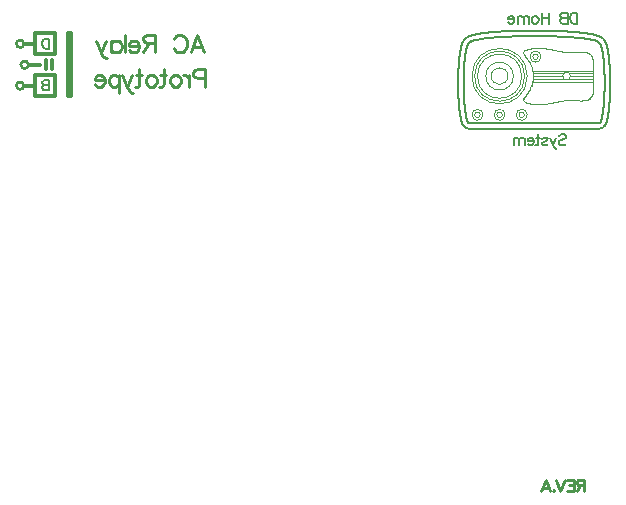
<source format=gbo>
G04*
G04 #@! TF.GenerationSoftware,Altium Limited,Altium Designer,20.1.12 (249)*
G04*
G04 Layer_Color=32896*
%FSLAX44Y44*%
%MOMM*%
G71*
G04*
G04 #@! TF.SameCoordinates,C66115CE-68B5-461B-9334-50AF4D89B24F*
G04*
G04*
G04 #@! TF.FilePolarity,Positive*
G04*
G01*
G75*
%ADD10C,0.2000*%
%ADD13C,0.2500*%
%ADD15C,0.1404*%
%ADD16C,0.1170*%
%ADD17C,0.2531*%
%ADD19C,0.3163*%
%ADD22C,0.1638*%
D10*
X243704Y397275D02*
Y388777D01*
Y397275D02*
X240871D01*
X239657Y396871D01*
X238848Y396061D01*
X238443Y395252D01*
X238038Y394038D01*
Y392015D01*
X238443Y390801D01*
X238848Y389991D01*
X239657Y389182D01*
X240871Y388777D01*
X243704D01*
Y361845D02*
Y353346D01*
Y361845D02*
X240062D01*
X238848Y361440D01*
X238443Y361035D01*
X238038Y360226D01*
Y359417D01*
X238443Y358607D01*
X238848Y358203D01*
X240062Y357798D01*
X243704D02*
X240062D01*
X238848Y357393D01*
X238443Y356988D01*
X238038Y356179D01*
Y354965D01*
X238443Y354156D01*
X238848Y353751D01*
X240062Y353346D01*
X243704D01*
D13*
X363753Y385494D02*
X369466Y400491D01*
X375179Y385494D01*
X373036Y390493D02*
X365895D01*
X349541Y396920D02*
X350256Y398348D01*
X351684Y399776D01*
X353112Y400491D01*
X355969D01*
X357397Y399776D01*
X358825Y398348D01*
X359539Y396920D01*
X360253Y394778D01*
Y391207D01*
X359539Y389064D01*
X358825Y387636D01*
X357397Y386208D01*
X355969Y385494D01*
X353112D01*
X351684Y386208D01*
X350256Y387636D01*
X349541Y389064D01*
X333545Y400491D02*
Y385494D01*
Y400491D02*
X327118D01*
X324975Y399776D01*
X324261Y399062D01*
X323547Y397634D01*
Y396206D01*
X324261Y394778D01*
X324975Y394063D01*
X327118Y393349D01*
X333545D01*
X328546D02*
X323547Y385494D01*
X320191Y391207D02*
X311621D01*
Y392635D01*
X312335Y394063D01*
X313049Y394778D01*
X314478Y395492D01*
X316620D01*
X318048Y394778D01*
X319477Y393349D01*
X320191Y391207D01*
Y389779D01*
X319477Y387636D01*
X318048Y386208D01*
X316620Y385494D01*
X314478D01*
X313049Y386208D01*
X311621Y387636D01*
X308407Y400491D02*
Y385494D01*
X296696Y395492D02*
Y385494D01*
Y393349D02*
X298124Y394778D01*
X299552Y395492D01*
X301695D01*
X303123Y394778D01*
X304551Y393349D01*
X305265Y391207D01*
Y389779D01*
X304551Y387636D01*
X303123Y386208D01*
X301695Y385494D01*
X299552D01*
X298124Y386208D01*
X296696Y387636D01*
X291982Y395492D02*
X287698Y385494D01*
X283413Y395492D02*
X287698Y385494D01*
X289126Y382637D01*
X290554Y381209D01*
X291982Y380495D01*
X292696D01*
X376000Y363640D02*
X369573D01*
X367430Y364354D01*
X366716Y365069D01*
X366002Y366497D01*
Y368639D01*
X366716Y370067D01*
X367430Y370782D01*
X369573Y371496D01*
X376000D01*
Y356499D01*
X362646Y366497D02*
Y356499D01*
Y362212D02*
X361932Y364354D01*
X360503Y365783D01*
X359075Y366497D01*
X356933D01*
X352005D02*
X353433Y365783D01*
X354862Y364354D01*
X355576Y362212D01*
Y360784D01*
X354862Y358641D01*
X353433Y357213D01*
X352005Y356499D01*
X349863D01*
X348434Y357213D01*
X347006Y358641D01*
X346292Y360784D01*
Y362212D01*
X347006Y364354D01*
X348434Y365783D01*
X349863Y366497D01*
X352005D01*
X340865Y371496D02*
Y359355D01*
X340151Y357213D01*
X338722Y356499D01*
X337294D01*
X343007Y366497D02*
X338008D01*
X331581D02*
X333009Y365783D01*
X334437Y364354D01*
X335152Y362212D01*
Y360784D01*
X334437Y358641D01*
X333009Y357213D01*
X331581Y356499D01*
X329439D01*
X328010Y357213D01*
X326582Y358641D01*
X325868Y360784D01*
Y362212D01*
X326582Y364354D01*
X328010Y365783D01*
X329439Y366497D01*
X331581D01*
X320440Y371496D02*
Y359355D01*
X319726Y357213D01*
X318298Y356499D01*
X316870D01*
X322583Y366497D02*
X317584D01*
X314013D02*
X309729Y356499D01*
X305444Y366497D02*
X309729Y356499D01*
X311157Y353642D01*
X312585Y352214D01*
X314013Y351500D01*
X314727D01*
X302944Y366497D02*
Y351500D01*
Y364354D02*
X301516Y365783D01*
X300088Y366497D01*
X297945D01*
X296517Y365783D01*
X295089Y364354D01*
X294375Y362212D01*
Y360784D01*
X295089Y358641D01*
X296517Y357213D01*
X297945Y356499D01*
X300088D01*
X301516Y357213D01*
X302944Y358641D01*
X291161Y362212D02*
X282591D01*
Y363640D01*
X283306Y365069D01*
X284020Y365783D01*
X285448Y366497D01*
X287590D01*
X289019Y365783D01*
X290447Y364354D01*
X291161Y362212D01*
Y360784D01*
X290447Y358641D01*
X289019Y357213D01*
X287590Y356499D01*
X285448D01*
X284020Y357213D01*
X282591Y358641D01*
X697118Y23764D02*
Y13766D01*
Y23764D02*
X692833D01*
X691405Y23288D01*
X690929Y22812D01*
X690453Y21860D01*
Y20907D01*
X690929Y19955D01*
X691405Y19479D01*
X692833Y19003D01*
X697118D01*
X693785D02*
X690453Y13766D01*
X682026Y23764D02*
X688215D01*
Y13766D01*
X682026D01*
X688215Y19003D02*
X684406D01*
X680360Y23764D02*
X676551Y13766D01*
X672742Y23764D02*
X676551Y13766D01*
X670981Y14718D02*
X671457Y14242D01*
X670981Y13766D01*
X670505Y14242D01*
X670981Y14718D01*
X660697Y13766D02*
X664506Y23764D01*
X668315Y13766D01*
X666886Y17099D02*
X662125D01*
D15*
X596599Y321864D02*
G03*
X596822Y321726I3079J4717D01*
G01*
X709802Y320972D02*
G03*
X709913Y320978I-230J5167D01*
G01*
X714410Y323737D02*
G03*
X714559Y323967I-7545J5057D01*
G01*
X711480Y321316D02*
G03*
X711573Y321353I-1846J4927D01*
G01*
X597491Y321390D02*
G03*
X597583Y321353I1990J4748D01*
G01*
X599466Y320968D02*
G03*
X599577Y320967I112J4986D01*
G01*
X712557Y321864D02*
G03*
X712698Y321959I-3116J4774D01*
G01*
X710135Y320997D02*
G03*
X710244Y321010I-582J5375D01*
G01*
X711188Y321217D02*
G03*
X711287Y321249I-1638J5261D01*
G01*
X597772Y321282D02*
G03*
X597869Y321249I1813J5132D01*
G01*
X594459Y324195D02*
G03*
X594597Y323967I7823J4593D01*
G01*
X599022Y320997D02*
G03*
X599132Y320987I574J5304D01*
G01*
X595409Y322884D02*
G03*
X595642Y322641I4769J4350D01*
G01*
X712698Y321959D02*
G03*
X712831Y322054I-3304J4748D01*
G01*
X594597Y323967D02*
G03*
X594747Y323737I7694J4827D01*
G01*
X711384Y321282D02*
G03*
X711480Y321316I-1785J5054D01*
G01*
X712335Y321726D02*
G03*
X712557Y321864I-2857J4855D01*
G01*
X711573Y321353D02*
G03*
X711665Y321390I-1898J4785D01*
G01*
X597677Y321316D02*
G03*
X597772Y321282I1881J5020D01*
G01*
X714945Y394523D02*
G03*
X714799Y394794I-9700J-5036D01*
G01*
X710244Y321010D02*
G03*
X710461Y321043I-703J5451D01*
G01*
X713876Y323028D02*
G03*
X713957Y323124I-4980J4277D01*
G01*
X595642Y322641D02*
G03*
X595743Y322544I4620J4678D01*
G01*
X718919Y356283D02*
G03*
X718928Y362088I-247192J3290D01*
G01*
X597401Y321429D02*
G03*
X597491Y321390I2050J4637D01*
G01*
X596459Y321959D02*
G03*
X596599Y321864I3256J4679D01*
G01*
X711665Y321390D02*
G03*
X711755Y321429I-1960J4676D01*
G01*
X597869Y321249D02*
G03*
X597968Y321217I1737J5229D01*
G01*
X600914Y394803D02*
G03*
X598449Y392521I1022J-3575D01*
G01*
X710461Y321043D02*
G03*
X710987Y321158I-940J5532D01*
G01*
X713748Y322884D02*
G03*
X713876Y323028I-4775J4355D01*
G01*
X597583Y321353D02*
G03*
X597677Y321316I1940J4891D01*
G01*
X599354Y320972D02*
G03*
X599466Y320968I226J5077D01*
G01*
X711287Y321249D02*
G03*
X711384Y321282I-1716J5166D01*
G01*
X595743Y322544D02*
G03*
X595849Y322446I4605J4866D01*
G01*
X709579Y320967D02*
G03*
X709691Y320968I-0J4988D01*
G01*
X710987Y321158D02*
G03*
X711188Y321217I-1457J5387D01*
G01*
X597968D02*
G03*
X598170Y321158I1659J5328D01*
G01*
X713308Y322446D02*
G03*
X713414Y322544I-4499J4964D01*
G01*
X599627Y399304D02*
G03*
X594061Y394148I2309J-8076D01*
G01*
X594357Y394794D02*
G03*
X594212Y394523I9554J-5307D01*
G01*
X713514Y322641D02*
G03*
X713748Y322884I-4536J4593D01*
G01*
X590228Y362088D02*
G03*
X590238Y356283I247201J-2515D01*
G01*
X713414Y322544D02*
G03*
X713514Y322641I-4520J4776D01*
G01*
X710707Y392521D02*
G03*
X708243Y394803I-3486J-1293D01*
G01*
X598170Y321158D02*
G03*
X598695Y321043I1465J5417D01*
G01*
X714559Y323967D02*
G03*
X714697Y324195I-7684J4821D01*
G01*
X598912Y321010D02*
G03*
X599022Y320997I691J5362D01*
G01*
X709914Y320978D02*
G03*
X710024Y320986I-346J5245D01*
G01*
X599243Y320978D02*
G03*
X599354Y320972I341J5160D01*
G01*
X710024Y320987D02*
G03*
X710135Y320997I-464J5315D01*
G01*
X596822Y321726D02*
G03*
X597401Y321429I2848J4842D01*
G01*
X711755D02*
G03*
X712335Y321726I-2269J5139D01*
G01*
X596325Y322054D02*
G03*
X596459Y321959I3438J4652D01*
G01*
X595281Y323028D02*
G03*
X595409Y322884I4903J4210D01*
G01*
X715096Y394148D02*
G03*
X709530Y399304I-7875J-2921D01*
G01*
X598695Y321043D02*
G03*
X598912Y321010I920J5419D01*
G01*
X595200Y323124D02*
G03*
X595281Y323028I5061J4181D01*
G01*
X599132Y320986D02*
G03*
X599243Y320978I457J5236D01*
G01*
X709691Y320968D02*
G03*
X709802Y320972I-114J5080D01*
G01*
X716477Y329127D02*
X716491Y329183D01*
X717263Y333176D02*
X717285Y333314D01*
X597081Y388292D02*
X597205Y388841D01*
X591723Y334298D02*
X591743Y334155D01*
X592177Y387646D02*
X592188Y387709D01*
X715638Y326250D02*
X715655Y326298D01*
X595012Y323362D02*
X595048Y323315D01*
X593074Y327625D02*
X593089Y327574D01*
X594977Y323410D02*
X595012Y323362D01*
X591262Y337938D02*
X591280Y337778D01*
X592692Y329070D02*
X592706Y329015D01*
X593642Y393247D02*
X593660Y393294D01*
X709661Y399294D02*
X709715Y399271D01*
X666397Y399235D02*
X668053Y399194D01*
X717937Y380831D02*
X717955Y380669D01*
X715900Y327022D02*
X715916Y327071D01*
X621306Y398180D02*
X622676Y398287D01*
X594210Y324647D02*
X594233Y324602D01*
X606671Y401154D02*
X606752Y401168D01*
X716621Y389415D02*
X716634Y389356D01*
X591743Y334155D02*
X591764Y334013D01*
X715962Y391949D02*
X715977Y391899D01*
X637566Y403769D02*
X638135Y403788D01*
X714379Y323690D02*
X714410Y323737D01*
X591600Y335170D02*
X591620Y335022D01*
X713167Y381384D02*
X713258Y380565D01*
X698533Y401764D02*
X698628Y401751D01*
X593321Y392344D02*
X593337Y392393D01*
X716699Y330108D02*
X716712Y330168D01*
X598997Y325910D02*
X599142Y325795D01*
X592165Y387582D02*
X592177Y387646D01*
X606997Y401210D02*
X607079Y401224D01*
X692808Y402433D02*
X693027Y402411D01*
X594257Y324557D02*
X594281Y324512D01*
X593030Y327779D02*
X593044Y327727D01*
X603189Y400441D02*
X603257Y400457D01*
X715441Y325737D02*
X715478Y325829D01*
X711951Y388841D02*
X712075Y388292D01*
X714697Y324195D02*
X714750Y324286D01*
X705207Y400616D02*
X705277Y400601D01*
X639461Y399147D02*
X641104Y399194D01*
X715788Y326680D02*
X715805Y326729D01*
X617678Y402562D02*
X617904Y402583D01*
X680913Y403346D02*
X681307Y403324D01*
X715754Y392586D02*
X715771Y392538D01*
X593753Y325645D02*
X593791Y325553D01*
X674532Y398974D02*
X676108Y398905D01*
X706030Y400426D02*
X706097Y400410D01*
X591046Y340069D02*
X591062Y339902D01*
X699462Y401634D02*
X699553Y401621D01*
X703587Y400951D02*
X703664Y400936D01*
X713157Y337703D02*
X713249Y338519D01*
X609872Y401659D02*
X610057Y401686D01*
X711432Y390747D02*
X711565Y390315D01*
X591571Y383779D02*
X591591Y383927D01*
X600709Y399743D02*
X600766Y399762D01*
X616341Y402432D02*
X616562Y402454D01*
X593809Y393662D02*
X593828Y393707D01*
X607079Y401224D02*
X607162Y401239D01*
X591077Y339735D02*
X591094Y339568D01*
X713796Y374315D02*
X713857Y373358D01*
X715103Y324963D02*
X715124Y325008D01*
X590228Y362088D02*
X590255Y363982D01*
X610618Y401763D02*
X610807Y401789D01*
X707192Y400125D02*
X707254Y400107D01*
X717997Y338908D02*
X718014Y339072D01*
X620697Y402827D02*
X620936Y402846D01*
X591070Y379352D02*
X591086Y379519D01*
X670441Y403806D02*
X671154Y403783D01*
X679319Y403434D02*
X679720Y403413D01*
X708445Y399744D02*
X708502Y399725D01*
X695984Y402087D02*
X696187Y402063D01*
X705486Y400554D02*
X705555Y400538D01*
X708952Y399569D02*
X709007Y399549D01*
X716980Y331523D02*
X716991Y331587D01*
X604231Y400678D02*
X604303Y400694D01*
X703277Y401009D02*
X703355Y400995D01*
X592084Y332039D02*
X592095Y331974D01*
X715787Y392490D02*
X715803Y392441D01*
X598271Y392173D02*
X598411Y392451D01*
X590932Y377823D02*
X590946Y377996D01*
X665087Y403946D02*
X666255Y403921D01*
X590853Y342304D02*
X590867Y342129D01*
X592395Y388763D02*
X592408Y388823D01*
X593089Y327574D02*
X593104Y327523D01*
X592496Y389239D02*
X592509Y389298D01*
X602660Y400309D02*
X602725Y400326D01*
X710035Y399131D02*
X710141Y399083D01*
X715585Y393061D02*
X715602Y393014D01*
X615257Y402320D02*
X615471Y402343D01*
X593503Y392873D02*
X593520Y392920D01*
X718030Y339237D02*
X718047Y339402D01*
X684651Y403112D02*
X685029Y403086D01*
X716920Y387962D02*
X716932Y387899D01*
X714282Y323551D02*
X714315Y323597D01*
X635031Y403675D02*
X635590Y403697D01*
X716214Y328092D02*
X716228Y328145D01*
X713071Y382181D02*
X713167Y381384D01*
X595653Y341087D02*
X595734Y340212D01*
X609689Y401633D02*
X609872Y401659D01*
X591692Y384657D02*
X591712Y384801D01*
X688214Y402847D02*
X688453Y402827D01*
X709875Y399202D02*
X709929Y399179D01*
X713021Y322201D02*
X713081Y322250D01*
X715268Y325325D02*
X715287Y325370D01*
X592107Y331909D02*
X592119Y331844D01*
X717814Y381946D02*
X717832Y381788D01*
X718180Y378338D02*
X718195Y378167D01*
X594011Y325053D02*
X594033Y325008D01*
X618661Y397952D02*
X619967Y398068D01*
X699001Y401699D02*
X699094Y401687D01*
X596401Y334656D02*
X596510Y333952D01*
X716156Y391287D02*
X716171Y391235D01*
X716582Y389589D02*
X716595Y389531D01*
X591861Y385786D02*
X591882Y385924D01*
X704923Y400678D02*
X704995Y400663D01*
X694532Y402252D02*
X694742Y402229D01*
X715803Y392441D02*
X715819Y392393D01*
X715931Y327121D02*
X715947Y327171D01*
X691245Y402584D02*
X691471Y402563D01*
X702723Y401111D02*
X702803Y401097D01*
X592971Y391182D02*
X592986Y391235D01*
X717841Y337461D02*
X717859Y337619D01*
X712197Y387716D02*
X712316Y387113D01*
X713512Y377991D02*
X713589Y377097D01*
X703199Y401024D02*
X703277Y401009D01*
X703893Y400891D02*
X703968Y400876D01*
X715328Y393707D02*
X715348Y393662D01*
X592445Y330168D02*
X592458Y330108D01*
X717576Y335317D02*
X717596Y335466D01*
X714851Y324467D02*
X714875Y324512D01*
X610430Y401737D02*
X610618Y401763D01*
X595726Y378868D02*
X595810Y379726D01*
X704995Y400663D02*
X705066Y400647D01*
X603461Y400505D02*
X603529Y400521D01*
X591807Y333731D02*
X591828Y333591D01*
X717350Y333731D02*
X717371Y333871D01*
X716142Y327831D02*
X716156Y327882D01*
X625007Y403146D02*
X625388Y403171D01*
X592560Y329640D02*
X592573Y329582D01*
X698344Y401790D02*
X698439Y401777D01*
X592816Y328574D02*
X592830Y328520D01*
X712766Y384440D02*
X712871Y383710D01*
X590621Y373533D02*
X590638Y373810D01*
X718893Y354691D02*
X718919Y356283D01*
X593848Y393753D02*
X593867Y393798D01*
X703934Y396103D02*
X704662Y395939D01*
X591521Y335765D02*
X591541Y335615D01*
X716836Y330772D02*
X716848Y330834D01*
X603185Y395605D02*
X603816Y395773D01*
X607495Y401295D02*
X607579Y401308D01*
X703664Y400936D02*
X703741Y400921D01*
X592886Y390865D02*
X592900Y390919D01*
X592284Y330957D02*
X592296Y330896D01*
X594033Y325008D02*
X594054Y324963D01*
X716956Y331396D02*
X716968Y331459D01*
X636293Y403723D02*
X636999Y403749D01*
X706296Y400360D02*
X706362Y400344D01*
X704852Y400694D02*
X704923Y400678D01*
X591904Y386061D02*
X591926Y386197D01*
X616562Y402454D02*
X616783Y402476D01*
X590992Y378509D02*
X591007Y378678D01*
X595426Y375257D02*
X595495Y376185D01*
X592986Y391235D02*
X593000Y391287D01*
X611590Y397171D02*
X612672Y397311D01*
X716423Y328903D02*
X716437Y328959D01*
X590961Y378167D02*
X590976Y378338D01*
X715478Y393340D02*
X715496Y393294D01*
X714255Y357949D02*
X714259Y359003D01*
X709205Y394202D02*
X709377Y394022D01*
X693027Y402411D02*
X693245Y402388D01*
X592613Y389761D02*
X592627Y389818D01*
X615043Y402297D02*
X615257Y402320D01*
X625772Y403196D02*
X626157Y403220D01*
X698154Y401815D02*
X698249Y401802D01*
X701402Y401337D02*
X701487Y401323D01*
X601590Y395089D02*
X602072Y395263D01*
X687492Y402904D02*
X687734Y402885D01*
X717920Y380992D02*
X717937Y380831D01*
X592693Y390100D02*
X592707Y390156D01*
X715496Y393294D02*
X715514Y393247D01*
X707439Y400055D02*
X707500Y400037D01*
X715550Y326015D02*
X715568Y326062D01*
X717186Y386467D02*
X717208Y386333D01*
X715405Y393524D02*
X715423Y393478D01*
X592774Y328738D02*
X592788Y328683D01*
X590746Y375446D02*
X590766Y375715D01*
X712871Y383710D02*
X712973Y382957D01*
X601056Y399856D02*
X601115Y399874D01*
X592224Y331270D02*
X592236Y331207D01*
X712755Y334656D02*
X712860Y335383D01*
X706427Y400328D02*
X706492Y400311D01*
X716083Y327625D02*
X716097Y327676D01*
X609551Y396881D02*
X610550Y397028D01*
X593164Y391849D02*
X593180Y391899D01*
X600595Y399705D02*
X600652Y399724D01*
X592561Y389531D02*
X592574Y389589D01*
X599287Y325713D02*
X599432Y325664D01*
X627322Y403292D02*
X627714Y403316D01*
X709227Y399467D02*
X709282Y399446D01*
X592534Y329756D02*
X592547Y329697D01*
X716608Y389473D02*
X716621Y389415D01*
X716543Y389761D02*
X716556Y389704D01*
X605876Y401009D02*
X605954Y401024D01*
X591733Y384944D02*
X591754Y385086D01*
X590867Y342129D02*
X590881Y341954D01*
X717832Y381788D02*
X717850Y381631D01*
X716711Y389002D02*
X716724Y388943D01*
X718111Y340069D02*
X718126Y340238D01*
X593849Y325416D02*
X593869Y325370D01*
X710141Y399083D02*
X710247Y399033D01*
X717073Y332039D02*
X717084Y332104D01*
X717955Y380669D02*
X717972Y380507D01*
X687975Y402866D02*
X688214Y402847D01*
X594054Y324963D02*
X594075Y324917D01*
X592038Y332301D02*
X592050Y332235D01*
X624077Y398390D02*
X625508Y398488D01*
X710871Y326966D02*
X711010Y327273D01*
X689866Y402708D02*
X690098Y402688D01*
X716991Y331587D02*
X717003Y331651D01*
X716896Y331082D02*
X716908Y331144D01*
X718496Y344995D02*
X718513Y345270D01*
X697185Y401940D02*
X697283Y401928D01*
X713724Y343816D02*
X713790Y344757D01*
X718345Y376338D02*
X718358Y376161D01*
X716127Y327779D02*
X716142Y327831D01*
X718188Y340917D02*
X718203Y341088D01*
X603947Y400616D02*
X604017Y400632D01*
X592706Y329015D02*
X592719Y328959D01*
X634473Y403652D02*
X635031Y403675D01*
X590839Y342480D02*
X590853Y342304D01*
X715365Y325553D02*
X715403Y325645D01*
X601775Y400071D02*
X601837Y400089D01*
X701571Y401310D02*
X701656Y401296D01*
X590526Y371855D02*
X590541Y372137D01*
X593044Y327727D02*
X593059Y327676D01*
X702963Y401068D02*
X703042Y401053D01*
X708728Y399648D02*
X708784Y399629D01*
X633365Y403605D02*
X633918Y403629D01*
X716556Y389704D02*
X716569Y389646D01*
X595299Y373358D02*
X595360Y374315D01*
X593554Y393014D02*
X593572Y393061D01*
X594875Y323551D02*
X594908Y323504D01*
X593607Y393154D02*
X593624Y393201D01*
X707861Y399930D02*
X707921Y399912D01*
X590488Y348073D02*
X590507Y347694D01*
X709062Y399529D02*
X709118Y399508D01*
X605261Y400891D02*
X605337Y400906D01*
X609145Y401554D02*
X609235Y401567D01*
X592788Y390487D02*
X592802Y390542D01*
X716724Y388943D02*
X716736Y388883D01*
X591015Y340407D02*
X591030Y340238D01*
X638135Y403788D02*
X638706Y403806D01*
X592038Y386867D02*
X592049Y386933D01*
X701990Y401239D02*
X702072Y401225D01*
X597332Y389361D02*
X597461Y389852D01*
X718173Y340746D02*
X718188Y340917D01*
X705828Y400474D02*
X705896Y400458D01*
X590546Y346941D02*
X590562Y346660D01*
X718704Y370337D02*
X718721Y369954D01*
X639278Y403824D02*
X639853Y403841D01*
X593452Y392730D02*
X593469Y392778D01*
X599577Y320967D02*
X709579D01*
X592900Y390919D02*
X592914Y390972D01*
X704342Y400801D02*
X704415Y400786D01*
X616154Y397707D02*
X617390Y397832D01*
X702883Y401082D02*
X702963Y401068D01*
X715771Y392538D02*
X715787Y392490D01*
X706230Y400377D02*
X706296Y400360D01*
X623375Y403032D02*
X623624Y403050D01*
X711284Y327980D02*
X711419Y328379D01*
X709007Y399549D02*
X709062Y399529D01*
X617005Y402497D02*
X617228Y402519D01*
X593195Y391949D02*
X593210Y391999D01*
X590766Y375715D02*
X590785Y375983D01*
X715367Y393616D02*
X715386Y393570D01*
X716354Y390542D02*
X716368Y390487D01*
X592370Y330528D02*
X592382Y330468D01*
X626932Y403269D02*
X627322Y403292D01*
X716774Y388702D02*
X716786Y388642D01*
X717635Y335765D02*
X717655Y335916D01*
X718552Y373256D02*
X718568Y372977D01*
X696388Y402038D02*
X696589Y402014D01*
X715014Y394387D02*
X715059Y394297D01*
X668053Y399194D02*
X669696Y399147D01*
X718047Y339402D02*
X718063Y339568D01*
X716023Y327421D02*
X716038Y327472D01*
X600538Y399686D02*
X600595Y399705D01*
X715837Y326826D02*
X715853Y326875D01*
X716896Y388087D02*
X716908Y388025D01*
X713914Y372387D02*
X713967Y371405D01*
X615471Y402343D02*
X615687Y402365D01*
X599225Y399178D02*
X599332Y399224D01*
X704118Y400846D02*
X704193Y400831D01*
X600313Y399607D02*
X600369Y399627D01*
X592432Y330227D02*
X592445Y330168D01*
X718290Y342129D02*
X718304Y342304D01*
X718095Y339902D02*
X718111Y340069D01*
X717912Y338098D02*
X717929Y338259D01*
X606429Y401111D02*
X606509Y401125D01*
X718753Y369184D02*
X718771Y368701D01*
X702339Y396423D02*
X703160Y396264D01*
X718530Y345546D02*
X718547Y345823D01*
X709579Y325648D02*
X709724Y325664D01*
X683892Y403163D02*
X684273Y403138D01*
X713957Y323125D02*
X713996Y323172D01*
X595195Y347663D02*
X595248Y346682D01*
X603876Y400600D02*
X603947Y400616D01*
X592358Y388581D02*
X592370Y388642D01*
X714347Y323644D02*
X714379Y323690D01*
X718831Y352224D02*
X718851Y352912D01*
X592470Y330049D02*
X592483Y329990D01*
X607834Y401350D02*
X607919Y401364D01*
X618360Y402625D02*
X618589Y402646D01*
X593948Y393980D02*
X593969Y394025D01*
X715145Y394116D02*
X715188Y394025D01*
X695368Y402158D02*
X695574Y402135D01*
X619051Y402687D02*
X619283Y402707D01*
X622145Y402941D02*
X622389Y402960D01*
X715821Y326777D02*
X715837Y326826D01*
X590734Y343905D02*
X590753Y343635D01*
X677663Y398832D02*
X679196Y398753D01*
X593149Y391799D02*
X593164Y391849D01*
X688453Y402827D02*
X688691Y402808D01*
X592142Y331715D02*
X592154Y331651D01*
X596852Y331993D02*
X596972Y331393D01*
X594187Y324692D02*
X594210Y324647D01*
X715166Y325098D02*
X715187Y325143D01*
X715772Y326632D02*
X715788Y326680D01*
X610550Y397028D02*
X611590Y397171D01*
X629960Y398753D02*
X631493Y398832D01*
X609056Y401540D02*
X609145Y401554D01*
X687851Y398180D02*
X689190Y398068D01*
X691767Y397832D02*
X693002Y397707D01*
X702562Y401140D02*
X702643Y401126D01*
X603122Y400424D02*
X603189Y400441D01*
X604088Y400647D02*
X604159Y400663D01*
X626543Y403245D02*
X626932Y403269D01*
X716271Y390865D02*
X716285Y390812D01*
X716171Y391235D02*
X716185Y391182D01*
X599708Y399380D02*
X599762Y399402D01*
X606509Y401125D02*
X606590Y401139D01*
X705555Y400538D02*
X705624Y400522D01*
X596135Y322201D02*
X596197Y322152D01*
X608789Y401500D02*
X608877Y401513D01*
X717050Y387260D02*
X717061Y387195D01*
X697283Y401928D02*
X697381Y401916D01*
X715722Y326488D02*
X715739Y326536D01*
X716477Y390044D02*
X716490Y389988D01*
X679196Y398753D02*
X680706Y398670D01*
X594902Y357949D02*
X594911Y356897D01*
X707085Y395263D02*
X707566Y395089D01*
X714096Y350673D02*
X714132Y351694D01*
X596621Y333274D02*
X596735Y332620D01*
X604159Y400663D02*
X604231Y400678D01*
X592236Y331207D02*
X592248Y331144D01*
X715977Y327270D02*
X715993Y327321D01*
X700538Y401474D02*
X700626Y401461D01*
X593402Y392586D02*
X593419Y392634D01*
X716142Y391339D02*
X716156Y391287D01*
X710303Y326057D02*
X710447Y326236D01*
X714801Y324376D02*
X714851Y324467D01*
X615687Y402365D02*
X615904Y402388D01*
X590562Y346660D02*
X590577Y346380D01*
X718261Y377391D02*
X718282Y377129D01*
X717868Y381472D02*
X717885Y381313D01*
X590453Y348834D02*
X590470Y348453D01*
X593272Y326973D02*
X593288Y326924D01*
X716884Y388150D02*
X716896Y388087D01*
X718391Y375715D02*
X718410Y375446D01*
X592027Y332368D02*
X592038Y332301D01*
X707980Y399893D02*
X708039Y399875D01*
X593889Y325325D02*
X593909Y325279D01*
X598553Y392698D02*
X598695Y392913D01*
X599762Y399402D02*
X599817Y399423D01*
X716228Y391025D02*
X716242Y390972D01*
X599871Y399444D02*
X599926Y399465D01*
X596735Y332620D02*
X596852Y331993D01*
X590507Y347694D02*
X590526Y347317D01*
X591926Y386197D02*
X591948Y386333D01*
X714945Y394523D02*
X715014Y394387D01*
X684273Y403138D02*
X684651Y403112D01*
X595576Y341980D02*
X595653Y341087D01*
X646706Y403993D02*
X648184Y404013D01*
X593369Y392490D02*
X593386Y392538D01*
X718650Y371478D02*
X718668Y371099D01*
X592248Y331144D02*
X592260Y331082D01*
X718584Y372698D02*
X718600Y372418D01*
X590999Y340576D02*
X591015Y340407D01*
X606915Y401196D02*
X606997Y401210D01*
X598982Y393246D02*
X599127Y393363D01*
X636219Y399037D02*
X637832Y399094D01*
X606590Y401139D02*
X606671Y401154D01*
X716884Y331020D02*
X716896Y331082D01*
X699187Y401673D02*
X699279Y401660D01*
X686517Y402979D02*
X686762Y402960D01*
X592189Y331459D02*
X592201Y331396D01*
X595097Y369406D02*
X595141Y370411D01*
X713908Y346682D02*
X713962Y347663D01*
X715930Y392049D02*
X715946Y391999D01*
X591671Y384513D02*
X591692Y384657D01*
X591143Y339072D02*
X591159Y338908D01*
X716097Y391493D02*
X716112Y391442D01*
X591202Y380669D02*
X591219Y380831D01*
X592679Y329127D02*
X592692Y329070D01*
X683125Y403213D02*
X683509Y403188D01*
X590661Y344995D02*
X590679Y344721D01*
X712647Y333952D02*
X712755Y334656D01*
X710589Y326447D02*
X710731Y326691D01*
X618132Y402604D02*
X618360Y402625D01*
X717208Y386333D02*
X717231Y386197D01*
X590381Y350567D02*
X590400Y350083D01*
X718861Y365864D02*
X718880Y365074D01*
X703121Y401039D02*
X703199Y401024D01*
X592383Y388702D02*
X592395Y388763D01*
X716569Y389646D02*
X716582Y389589D01*
X601898Y400106D02*
X601960Y400123D01*
X593928Y393935D02*
X593948Y393980D01*
X648184Y404013D02*
X650408Y404036D01*
X704415Y400786D02*
X704489Y400770D01*
X596075Y322250D02*
X596135Y322201D01*
X717360Y385369D02*
X717381Y385228D01*
X713589Y377097D02*
X713662Y376185D01*
X700800Y401433D02*
X700887Y401420D01*
X590577Y346380D02*
X590593Y346101D01*
X592599Y329467D02*
X592613Y329410D01*
X692366Y402477D02*
X692587Y402455D01*
X590679Y344721D02*
X590697Y344448D01*
X628900Y403383D02*
X629298Y403405D01*
X649481Y399347D02*
X651177Y399361D01*
X592957Y391130D02*
X592971Y391182D01*
X717026Y331779D02*
X717038Y331844D01*
X594075Y324917D02*
X594097Y324872D01*
X689399Y402748D02*
X689633Y402728D01*
X590306Y352912D02*
X590326Y352224D01*
X592345Y330650D02*
X592358Y330589D01*
X689633Y402728D02*
X689866Y402708D01*
X708502Y399725D02*
X708559Y399706D01*
X592872Y390812D02*
X592886Y390865D01*
X592761Y390378D02*
X592775Y390433D01*
X603392Y400489D02*
X603461Y400505D01*
X707130Y400142D02*
X707192Y400125D01*
X714072Y323268D02*
X714108Y323315D01*
X593908Y393889D02*
X593928Y393935D01*
X595048Y323315D02*
X595085Y323268D01*
X717674Y336067D02*
X717693Y336219D01*
X718410Y375446D02*
X718429Y375176D01*
X595645Y377991D02*
X595726Y378868D01*
X591054Y379184D02*
X591070Y379352D01*
X716257Y390919D02*
X716271Y390865D01*
X717465Y384657D02*
X717485Y384513D01*
X716068Y327574D02*
X716083Y327625D01*
X599780Y394022D02*
X599952Y394202D01*
X607748Y401336D02*
X607834Y401350D01*
X593970Y325143D02*
X593991Y325098D01*
X590556Y372418D02*
X590572Y372698D01*
X685279Y403069D02*
X685528Y403051D01*
X716409Y390322D02*
X716450Y390156D01*
X716823Y388458D02*
X716835Y388397D01*
X593536Y326203D02*
X593554Y326156D01*
X709282Y399446D02*
X709336Y399424D01*
X591271Y381313D02*
X591289Y381472D01*
X591786Y333871D02*
X591807Y333731D01*
X694952Y402205D02*
X695161Y402182D01*
X704707Y400724D02*
X704780Y400709D01*
X717015Y331715D02*
X717026Y331779D01*
X590604Y373256D02*
X590621Y373533D01*
X711825Y389361D02*
X711951Y388841D01*
X712896Y322103D02*
X712959Y322152D01*
X590954Y341088D02*
X590969Y340917D01*
X714015Y370411D02*
X714060Y369406D01*
X592747Y328848D02*
X592760Y328793D01*
X591227Y338259D02*
X591245Y338098D01*
X592072Y332104D02*
X592084Y332039D01*
X707561Y400020D02*
X707621Y400002D01*
X703510Y400965D02*
X703587Y400951D01*
X603529Y400521D02*
X603598Y400537D01*
X597724Y390747D02*
X597858Y391150D01*
X590874Y377129D02*
X590895Y377391D01*
X717616Y335615D02*
X717635Y335765D01*
X716007Y391799D02*
X716023Y391748D01*
X591818Y385509D02*
X591839Y385648D01*
X702155Y401211D02*
X702237Y401197D01*
X590404Y369184D02*
X590420Y369570D01*
X716112Y391442D02*
X716127Y391390D01*
X591102Y379685D02*
X591118Y379850D01*
X717096Y386999D02*
X717107Y386933D01*
X715015Y324782D02*
X715037Y324827D01*
X717989Y380344D02*
X718005Y380180D01*
X696484Y397311D02*
X697566Y397171D01*
X716410Y328848D02*
X716423Y328903D01*
X661367Y399327D02*
X663053Y399302D01*
X709553Y399338D02*
X709607Y399316D01*
X592640Y389875D02*
X592653Y389931D01*
X605337Y400906D02*
X605413Y400921D01*
X591937Y332904D02*
X591959Y332768D01*
X607919Y401364D02*
X608004Y401377D01*
X707254Y400107D02*
X707316Y400090D01*
X705341Y395773D02*
X705971Y395605D01*
X590673Y374359D02*
X590690Y374633D01*
X611189Y401840D02*
X611382Y401865D01*
X662000Y404000D02*
X663767Y403971D01*
X608091Y401391D02*
X608177Y401405D01*
X716023Y391748D02*
X716038Y391698D01*
X598695Y392913D02*
X598839Y393096D01*
X602856Y400359D02*
X602922Y400375D01*
X709173Y399487D02*
X709227Y399467D01*
X706557Y400294D02*
X706622Y400278D01*
X594097Y324872D02*
X594119Y324827D01*
X601160Y394914D02*
X601590Y395089D01*
X718210Y377996D02*
X718225Y377823D01*
X709769Y399248D02*
X709822Y399225D01*
X601115Y399874D02*
X601174Y399893D01*
X613168Y402086D02*
X613372Y402110D01*
X592061Y332170D02*
X592072Y332104D01*
X594054Y394207D02*
X594098Y394297D01*
X707004Y400176D02*
X707067Y400159D01*
X644427Y399272D02*
X646104Y399302D01*
X677701Y403516D02*
X678108Y403496D01*
X606817Y396423D02*
X607684Y396578D01*
X715899Y392148D02*
X715915Y392099D01*
X717152Y332500D02*
X717163Y332567D01*
X718519Y373810D02*
X718536Y373533D01*
X633049Y398905D02*
X634624Y398974D01*
X590588Y372977D02*
X590604Y373256D01*
X718429Y375176D02*
X718448Y374905D01*
X716327Y328520D02*
X716341Y328574D01*
X594233Y324602D02*
X594257Y324557D01*
X600824Y399781D02*
X600881Y399800D01*
X718547Y345823D02*
X718563Y346101D01*
X715514Y325922D02*
X715532Y325969D01*
X607162Y401239D02*
X607245Y401253D01*
X590507Y371478D02*
X590526Y371855D01*
X599660Y393842D02*
X599780Y394022D01*
X676108Y398905D02*
X677663Y398832D01*
X602402Y400243D02*
X602466Y400259D01*
X605954Y401024D02*
X606032Y401039D01*
X600176Y394382D02*
X600452Y394560D01*
X592971Y327987D02*
X592986Y327935D01*
X718513Y345270D02*
X718530Y345546D01*
X593589Y326062D02*
X593607Y326015D01*
X601352Y399947D02*
X601411Y399965D01*
X594990Y366340D02*
X595021Y367370D01*
X592957Y328039D02*
X592971Y327987D01*
X689164Y402768D02*
X689399Y402748D01*
X718345Y342833D02*
X718365Y343099D01*
X606032Y401039D02*
X606111Y401053D01*
X715637Y392920D02*
X715654Y392873D01*
X591464Y336219D02*
X591483Y336067D01*
X605186Y400876D02*
X605261Y400891D01*
X593537Y392967D02*
X593554Y393014D01*
X712316Y387113D02*
X712433Y386483D01*
X704044Y400861D02*
X704118Y400846D01*
X618820Y402667D02*
X619051Y402687D01*
X592236Y387962D02*
X592248Y388025D01*
X717371Y333871D02*
X717392Y334013D01*
X591334Y337303D02*
X591352Y337146D01*
X709496Y393842D02*
X709563Y393661D01*
X623874Y403068D02*
X624124Y403085D01*
X592667Y389988D02*
X592680Y390044D01*
X703817Y400906D02*
X703893Y400891D01*
X709607Y399316D02*
X709661Y399294D01*
X718789Y368215D02*
X718806Y367728D01*
X715403Y325645D02*
X715441Y325737D01*
X718649Y347694D02*
X718668Y348073D01*
X592458Y330108D02*
X592470Y330049D01*
X715835Y392344D02*
X715852Y392295D01*
X717980Y338745D02*
X717997Y338908D01*
X698721Y401738D02*
X698815Y401725D01*
X594908Y323504D02*
X594942Y323457D01*
X593867Y393798D02*
X593887Y393844D01*
X706941Y400193D02*
X707004Y400176D01*
X714947Y324647D02*
X714970Y324692D01*
X718384Y343367D02*
X718404Y343635D01*
X600201Y399567D02*
X600257Y399587D01*
X608877Y401513D02*
X608966Y401527D01*
X632266Y403555D02*
X632814Y403580D01*
X594143Y394387D02*
X594212Y394523D01*
X601960Y400123D02*
X602023Y400140D01*
X608177Y401405D02*
X608263Y401419D01*
X592333Y388458D02*
X592346Y388520D01*
X717702Y382875D02*
X717721Y382722D01*
X715145Y325053D02*
X715166Y325098D01*
X716761Y388763D02*
X716774Y388702D01*
X592420Y388883D02*
X592433Y388943D01*
X590436Y369954D02*
X590453Y370337D01*
X713249Y338519D02*
X713337Y339356D01*
X593320Y326826D02*
X593336Y326777D01*
X716860Y388274D02*
X716872Y388212D01*
X593696Y393386D02*
X593715Y393432D01*
X718721Y369954D02*
X718737Y369570D01*
X718423Y343905D02*
X718441Y344176D01*
X718737Y369570D02*
X718753Y369184D01*
X593089Y391596D02*
X593104Y391647D01*
X709929Y399179D02*
X710035Y399131D01*
X717740Y382568D02*
X717758Y382413D01*
X604303Y400694D02*
X604375Y400709D01*
X716860Y330896D02*
X716872Y330957D01*
X717972Y380507D02*
X717989Y380344D01*
X630503Y403469D02*
X630907Y403489D01*
X592095Y387195D02*
X592107Y387260D01*
X590753Y343635D02*
X590772Y343367D01*
X717683Y383028D02*
X717702Y382875D01*
X712185Y331393D02*
X712304Y331993D01*
X601837Y400089D02*
X601898Y400106D01*
X602530Y400276D02*
X602595Y400293D01*
X594281Y324512D02*
X594305Y324467D01*
X716622Y329756D02*
X716635Y329814D01*
X591151Y380180D02*
X591168Y380344D01*
X717084Y332104D02*
X717095Y332170D01*
X682739Y403237D02*
X683125Y403213D01*
X717795Y382102D02*
X717814Y381946D01*
X718630Y347317D02*
X718649Y347694D01*
X591661Y334730D02*
X591681Y334585D01*
X599272Y393449D02*
X599417Y393501D01*
X592358Y330589D02*
X592370Y330528D01*
X607328Y401267D02*
X607411Y401281D01*
X631493Y398832D02*
X633049Y398905D01*
X694107Y402298D02*
X694320Y402275D01*
X599926Y399465D02*
X599981Y399486D01*
X675645Y403611D02*
X676059Y403593D01*
X686025Y403015D02*
X686271Y402997D01*
X591702Y334441D02*
X591723Y334298D01*
X590277Y365074D02*
X590296Y365864D01*
X715947Y327171D02*
X715962Y327220D01*
X613372Y402110D02*
X613577Y402134D01*
X602085Y400158D02*
X602148Y400175D01*
X590526Y347317D02*
X590546Y346941D01*
X715478Y325829D02*
X715514Y325922D01*
X694201Y397579D02*
X695362Y397447D01*
X714180Y323410D02*
X714214Y323457D01*
X592004Y332500D02*
X592016Y332434D01*
X712963Y336134D02*
X713061Y336907D01*
X590727Y375176D02*
X590746Y375446D01*
X628451Y398670D02*
X629960Y398753D01*
X591135Y380015D02*
X591151Y380180D01*
X712075Y388292D02*
X712197Y387716D01*
X698249Y401802D02*
X698344Y401790D01*
X705971Y395605D02*
X706553Y395435D01*
X593074Y391545D02*
X593089Y391596D01*
X593519Y326250D02*
X593536Y326203D01*
X716083Y391545D02*
X716097Y391493D01*
X718126Y340238D02*
X718142Y340407D01*
X708784Y399629D02*
X708840Y399609D01*
X709445Y399382D02*
X709499Y399360D01*
X715187Y325143D02*
X715207Y325189D01*
X713790Y344757D02*
X713851Y345713D01*
X624627Y403120D02*
X625007Y403146D01*
X594942Y323457D02*
X594977Y323410D01*
X593678Y393340D02*
X593696Y393386D01*
X717556Y335170D02*
X717576Y335317D01*
X592026Y386801D02*
X592038Y386867D01*
X592914Y328198D02*
X592928Y328145D01*
X716340Y390596D02*
X716354Y390542D01*
X717645Y383330D02*
X717664Y383179D01*
X716673Y329990D02*
X716686Y330049D01*
X590785Y375983D02*
X590798Y376161D01*
X591094Y339568D02*
X591110Y339402D01*
X718317Y342480D02*
X718331Y342656D01*
X702481Y401154D02*
X702562Y401140D01*
X592886Y328304D02*
X592900Y328251D01*
X699644Y401608D02*
X699735Y401595D01*
X593352Y326729D02*
X593368Y326680D01*
X599593Y393661D02*
X599660Y393842D01*
X604887Y400816D02*
X604961Y400831D01*
X697673Y401878D02*
X697770Y401866D01*
X593256Y327022D02*
X593272Y326973D01*
X717963Y338582D02*
X717980Y338745D01*
X590488Y371099D02*
X590507Y371478D01*
X717777Y382258D02*
X717795Y382102D01*
X595959Y322348D02*
X596017Y322299D01*
X590385Y368701D02*
X590404Y369184D01*
X604375Y400709D02*
X604447Y400725D01*
X699094Y401687D02*
X699187Y401673D01*
X699371Y401647D02*
X699462Y401634D01*
X717505Y384368D02*
X717526Y384222D01*
X714132Y351694D02*
X714163Y352724D01*
X718225Y377823D02*
X718240Y377651D01*
X592471Y389121D02*
X592484Y389180D01*
X591445Y336372D02*
X591464Y336219D01*
X715852Y392295D02*
X715867Y392246D01*
X716595Y389531D02*
X716608Y389473D01*
X613794Y397447D02*
X614955Y397579D01*
X592260Y331082D02*
X592272Y331020D01*
X593289Y392246D02*
X593305Y392295D01*
X593715Y393432D02*
X593733Y393478D01*
X713654Y342890D02*
X713724Y343816D01*
X599817Y399423D02*
X599871Y399444D01*
X595908Y338519D02*
X595999Y337703D01*
X603257Y400457D02*
X603324Y400473D01*
X693002Y397707D02*
X694201Y397579D01*
X713662Y376185D02*
X713731Y375257D01*
X592272Y388150D02*
X592284Y388212D01*
X715706Y326440D02*
X715722Y326488D01*
X717130Y332368D02*
X717141Y332434D01*
X716762Y330407D02*
X716774Y330468D01*
X596296Y335383D02*
X596401Y334656D01*
X698628Y401751D02*
X698721Y401738D01*
X594941Y364261D02*
X594963Y365303D01*
X712063Y330819D02*
X712185Y331393D01*
X717392Y334013D02*
X717413Y334155D01*
X718448Y374905D02*
X718466Y374633D01*
X690098Y402688D02*
X690330Y402667D01*
X714233Y363215D02*
X714246Y362164D01*
X634624Y398974D02*
X636219Y399037D01*
X600452Y394560D02*
X600780Y394738D01*
X591176Y338745D02*
X591193Y338582D01*
X668141Y403874D02*
X669007Y403850D01*
X607245Y401253D02*
X607328Y401267D01*
X592719Y328959D02*
X592733Y328903D01*
X595305Y345713D02*
X595367Y344757D01*
X672854Y403723D02*
X673417Y403702D01*
X717566Y383927D02*
X717586Y383779D01*
X718595Y346660D02*
X718610Y346941D01*
X590364Y351053D02*
X590381Y350567D01*
X593104Y327523D02*
X593119Y327472D01*
X716968Y331459D02*
X716980Y331523D01*
X716285Y328358D02*
X716299Y328412D01*
X592107Y387260D02*
X592118Y387324D01*
X592395Y330407D02*
X592407Y330347D01*
X714215Y364261D02*
X714233Y363215D01*
X716932Y331270D02*
X716944Y331333D01*
X590419Y349601D02*
X590436Y349217D01*
X594993Y352724D02*
X595025Y351694D01*
X716242Y390972D02*
X716257Y390919D01*
X610057Y401686D02*
X610243Y401712D01*
X715689Y326393D02*
X715706Y326440D01*
X629298Y403405D02*
X629698Y403427D01*
X592733Y328903D02*
X592747Y328848D01*
X612672Y397311D02*
X613794Y397447D01*
X624124Y403085D02*
X624375Y403103D01*
X716450Y390156D02*
X716463Y390100D01*
X612965Y402062D02*
X613168Y402086D01*
X717434Y334298D02*
X717455Y334441D01*
X593909Y325279D02*
X593929Y325234D01*
X718071Y379519D02*
X718087Y379352D01*
X592680Y390044D02*
X592693Y390100D01*
X590798Y376161D02*
X590812Y376338D01*
X717049Y331909D02*
X717061Y331974D01*
X708376Y394738D02*
X708704Y394560D01*
X690330Y402667D02*
X690560Y402647D01*
X693462Y402366D02*
X693678Y402343D01*
X715867Y392246D02*
X715883Y392197D01*
X718195Y378167D02*
X718210Y377996D01*
X714249Y323504D02*
X714282Y323551D01*
X592587Y389646D02*
X592600Y389704D01*
X701317Y401351D02*
X701402Y401337D01*
X715423Y393478D02*
X715442Y393432D01*
X591435Y382722D02*
X591454Y382875D01*
X718304Y342304D02*
X718317Y342480D01*
X700095Y401541D02*
X700184Y401528D01*
X594305Y324467D02*
X594355Y324376D01*
X692587Y402455D02*
X692808Y402433D01*
X699825Y401581D02*
X699915Y401568D01*
X592200Y387773D02*
X592212Y387836D01*
X716749Y330347D02*
X716762Y330407D01*
X591168Y380344D02*
X591185Y380507D01*
X593104Y391647D02*
X593119Y391698D01*
X593134Y391748D01*
X716786Y388642D02*
X716798Y388581D01*
X713851Y345713D02*
X713908Y346682D01*
X717903Y381153D02*
X717920Y380992D01*
X718600Y372418D02*
X718615Y372137D01*
X596194Y336134D02*
X596296Y335383D01*
X592830Y328520D02*
X592844Y328465D01*
X592484Y389180D02*
X592496Y389239D01*
X592309Y388335D02*
X592321Y388397D01*
X592212Y387836D02*
X592224Y387899D01*
X715568Y326062D02*
X715585Y326109D01*
X710318Y393096D02*
X710461Y392913D01*
X708840Y399609D02*
X708896Y399589D01*
X592626Y329353D02*
X592639Y329296D01*
X657979Y399361D02*
X659676Y399347D01*
X704780Y400709D02*
X704852Y400694D01*
X591541Y335615D02*
X591560Y335466D01*
X592141Y387453D02*
X592153Y387518D01*
X592061Y386999D02*
X592072Y387064D01*
X715309Y393753D02*
X715328Y393707D01*
X674535Y403658D02*
X675091Y403635D01*
X677293Y403536D02*
X677701Y403516D01*
X592153Y387518D02*
X592165Y387582D01*
X716271Y328304D02*
X716285Y328358D01*
X715946Y391999D02*
X715962Y391949D01*
X716463Y390100D02*
X716477Y390044D01*
X704193Y400831D02*
X704268Y400816D01*
X706814Y400227D02*
X706878Y400210D01*
X680517Y403369D02*
X680913Y403346D01*
X715869Y326924D02*
X715884Y326973D01*
X713140Y322299D02*
X713197Y322348D01*
X592297Y388274D02*
X592309Y388335D01*
X593716Y325737D02*
X593753Y325645D01*
X595903Y322397D02*
X595959Y322348D01*
X591118Y379850D02*
X591135Y380015D01*
X591307Y381631D02*
X591325Y381788D01*
X714166Y366340D02*
X714193Y365303D01*
X591454Y382875D02*
X591473Y383028D01*
X705963Y400442D02*
X706030Y400426D01*
X640573Y403862D02*
X641295Y403881D01*
X713337Y339356D02*
X713422Y340212D01*
X716008Y327371D02*
X716023Y327421D01*
X591531Y383481D02*
X591551Y383630D01*
X590470Y370719D02*
X590488Y371099D01*
X717625Y383481D02*
X717645Y383330D01*
X714992Y324737D02*
X715015Y324782D01*
X593059Y391493D02*
X593074Y391545D01*
X708615Y399687D02*
X708672Y399668D01*
X607411Y401281D02*
X607495Y401295D01*
X715704Y392730D02*
X715721Y392682D01*
X592548Y389473D02*
X592561Y389531D01*
X598146Y327273D02*
X598285Y326966D01*
X701232Y401365D02*
X701317Y401351D01*
X715602Y393014D02*
X715619Y392967D01*
X716313Y328465D02*
X716327Y328520D01*
X608701Y401487D02*
X608789Y401500D01*
X596285Y383710D02*
X596390Y384440D01*
X686271Y402997D02*
X686517Y402979D01*
X717693Y336219D02*
X717712Y336372D01*
X716038Y391698D02*
X716053Y391647D01*
X644501Y403955D02*
X645528Y403974D01*
X596017Y322299D02*
X596075Y322250D01*
X626157Y403220D02*
X626543Y403245D01*
X592130Y331779D02*
X592142Y331715D01*
X704489Y400770D02*
X704562Y400755D01*
X716944Y331333D02*
X716956Y331396D01*
X718276Y341954D02*
X718290Y342129D01*
X706878Y400210D02*
X706941Y400193D01*
X716673Y389180D02*
X716686Y389121D01*
X647789Y399327D02*
X649481Y399347D01*
X688928Y402788D02*
X689164Y402768D01*
X617453Y402541D02*
X617678Y402562D01*
X711162Y391522D02*
X711298Y391150D01*
X714255Y361112D02*
X714259Y360058D01*
X593194Y327220D02*
X593210Y327171D01*
X706750Y400244D02*
X706814Y400227D01*
X706553Y395435D02*
X707085Y395263D01*
X712860Y335383D02*
X712963Y336134D01*
X664730Y399272D02*
X666397Y399235D01*
X591022Y378848D02*
X591038Y379016D01*
X706622Y400278D02*
X706686Y400261D01*
X716557Y329467D02*
X716570Y329524D01*
X714191Y353760D02*
X714213Y354801D01*
X715620Y326203D02*
X715638Y326250D01*
X710159Y325910D02*
X710303Y326057D01*
X593791Y325553D02*
X593830Y325461D01*
X716920Y331207D02*
X716932Y331270D01*
X715567Y393108D02*
X715585Y393061D01*
X715671Y392825D02*
X715687Y392778D01*
X592509Y389298D02*
X592522Y389356D01*
X599981Y399486D02*
X600036Y399506D01*
X652877Y399369D02*
X654578Y399372D01*
X600091Y399527D02*
X600146Y399547D01*
X716185Y391182D02*
X716199Y391130D01*
X700713Y401447D02*
X700800Y401433D01*
X717095Y332170D02*
X717107Y332235D01*
X706492Y400311D02*
X706557Y400294D01*
X590772Y343367D02*
X590792Y343099D01*
X593436Y392682D02*
X593452Y392730D01*
X718203Y341088D02*
X718218Y341260D01*
X591030Y340238D02*
X591046Y340069D01*
X716156Y327882D02*
X716171Y327935D01*
X593288Y326924D02*
X593304Y326875D01*
X715514Y393247D02*
X715532Y393201D01*
X716609Y329697D02*
X716622Y329756D01*
X710030Y393363D02*
X710174Y393246D01*
X713962Y347663D02*
X714011Y348656D01*
X717164Y386601D02*
X717186Y386467D01*
X711565Y390315D02*
X711696Y389852D01*
X603667Y400553D02*
X603737Y400569D01*
X701740Y401282D02*
X701823Y401268D01*
X711812Y329756D02*
X711938Y330274D01*
X716504Y329239D02*
X716517Y329296D01*
X715059Y394297D02*
X715103Y394207D01*
X711024Y391863D02*
X711162Y391522D01*
X718165Y378509D02*
X718180Y378338D01*
X597345Y329756D02*
X597474Y329268D01*
X592586Y329524D02*
X592599Y329467D01*
X716171Y327935D02*
X716185Y327987D01*
X715188Y394025D02*
X715208Y393980D01*
X603806Y400584D02*
X603876Y400600D01*
X717107Y386933D02*
X717119Y386867D01*
X591126Y339237D02*
X591143Y339072D01*
X717526Y384222D02*
X717546Y384075D01*
X590812Y376338D02*
X590853Y376867D01*
X686480Y398287D02*
X687851Y398180D01*
X601653Y400036D02*
X601714Y400054D01*
X716634Y389356D02*
X716647Y389298D01*
X709377Y394022D02*
X709496Y393842D01*
X714163Y352724D02*
X714191Y353760D01*
X716660Y389239D02*
X716673Y389180D01*
X701473Y396578D02*
X702339Y396423D01*
X594119Y324827D02*
X594142Y324782D01*
X715603Y326156D02*
X715620Y326203D01*
X593134Y327421D02*
X593149Y327371D01*
X702072Y401225D02*
X702155Y401211D01*
X592509Y329873D02*
X592521Y329814D01*
X715884Y326973D02*
X715900Y327022D01*
X718579Y346380D02*
X718595Y346660D01*
X591850Y333452D02*
X591871Y333314D01*
X675091Y403635D02*
X675645Y403611D01*
X708559Y399706D02*
X708615Y399687D01*
X604961Y400831D02*
X605036Y400846D01*
X714923Y324602D02*
X714947Y324647D01*
X593607Y326015D02*
X593624Y325969D01*
X717085Y387064D02*
X717096Y386999D01*
X592802Y390542D02*
X592816Y390596D01*
X591551Y383630D02*
X591571Y383779D01*
X717285Y333314D02*
X717307Y333452D01*
X716396Y328793D02*
X716410Y328848D01*
X595190Y371405D02*
X595242Y372387D01*
X590286Y353701D02*
X590306Y352912D01*
X594897Y359003D02*
X594902Y357949D01*
X707802Y399948D02*
X707861Y399930D01*
X642747Y403917D02*
X643623Y403937D01*
X707997Y394914D02*
X708376Y394738D01*
X593149Y327371D02*
X593164Y327321D01*
X716437Y328959D02*
X716451Y329015D01*
X614955Y397579D02*
X616154Y397707D01*
X590881Y341954D02*
X590895Y341780D01*
X707566Y395089D02*
X707997Y394914D01*
X611382Y401865D02*
X611576Y401890D01*
X591640Y334876D02*
X591661Y334730D01*
X592914Y390972D02*
X592928Y391025D01*
X716490Y389988D02*
X716503Y389931D01*
X601174Y399893D02*
X601233Y399911D01*
X717586Y383779D02*
X717606Y383630D01*
X594164Y324737D02*
X594187Y324692D01*
X715229Y393935D02*
X715249Y393889D01*
X717485Y384513D02*
X717505Y384368D01*
X717885Y381313D02*
X717903Y381153D01*
X717197Y332768D02*
X717219Y332904D01*
X591473Y383028D02*
X591493Y383179D01*
X590436Y349217D02*
X590453Y348834D01*
X718615Y372137D02*
X718630Y371855D01*
X715037Y324827D02*
X715059Y324872D01*
X605036Y400846D02*
X605111Y400861D01*
X705624Y400522D02*
X705692Y400506D01*
X716736Y388883D02*
X716749Y388823D01*
X713061Y336907D02*
X713157Y337703D01*
X715289Y393798D02*
X715309Y393753D01*
X715287Y325370D02*
X715307Y325416D01*
X680119Y403391D02*
X680517Y403369D01*
X716285Y390812D02*
X716299Y390758D01*
X708097Y399857D02*
X708156Y399838D01*
X650408Y404036D02*
X657849Y404043D01*
X612164Y401965D02*
X612363Y401989D01*
X716811Y388520D02*
X716823Y388458D01*
X591289Y381472D02*
X591307Y381631D01*
X592260Y388087D02*
X592272Y388150D01*
X590853Y376867D02*
X590874Y377129D01*
X700974Y401406D02*
X701060Y401392D01*
X594897Y360058D02*
X594897Y359003D01*
X605111Y400861D02*
X605186Y400876D01*
X614618Y402251D02*
X614830Y402274D01*
X605997Y396264D02*
X606817Y396423D01*
X621901Y402922D02*
X622145Y402941D01*
X716774Y330468D02*
X716786Y330528D01*
X609506Y401607D02*
X609689Y401633D01*
X591493Y383179D02*
X591512Y383330D01*
X593242Y392099D02*
X593257Y392148D01*
X709499Y399360D02*
X709553Y399338D01*
X592445Y389002D02*
X592458Y389062D01*
X592188Y387709D02*
X592200Y387773D01*
X715228Y325234D02*
X715248Y325279D01*
X611967Y401940D02*
X612164Y401965D01*
X716596Y329640D02*
X716609Y329697D01*
X711683Y329268D02*
X711812Y329756D01*
X717339Y385509D02*
X717360Y385369D01*
X707067Y400159D02*
X707130Y400142D01*
X717038Y331844D02*
X717049Y331909D01*
X595057Y368392D02*
X595097Y369406D01*
X715386Y393570D02*
X715405Y393524D01*
X711696Y389852D02*
X711825Y389361D01*
X590895Y377391D02*
X590917Y377651D01*
X718686Y348453D02*
X718704Y348834D01*
X591315Y337461D02*
X591334Y337303D01*
X717061Y387195D02*
X717073Y387130D01*
X712304Y331993D02*
X712421Y332620D01*
X714899Y324557D02*
X714923Y324602D01*
X715962Y327220D02*
X715977Y327270D01*
X689190Y398068D02*
X690496Y397952D01*
X716648Y329873D02*
X716661Y329931D01*
X698607Y397028D02*
X699606Y396881D01*
X597738Y328379D02*
X597872Y327980D01*
X678917Y403455D02*
X679319Y403434D01*
X592816Y390596D02*
X592830Y390650D01*
X591086Y379519D02*
X591102Y379685D01*
X595433Y343816D02*
X595502Y342890D01*
X713581Y341980D02*
X713654Y342890D01*
X592747Y390322D02*
X592761Y390378D01*
X593179Y327270D02*
X593194Y327220D01*
X593180Y391899D02*
X593195Y391949D01*
X708672Y399668D02*
X708728Y399648D01*
X592652Y329239D02*
X592666Y329183D01*
X596095Y336907D02*
X596194Y336134D01*
X714315Y323597D02*
X714347Y323644D01*
X717536Y335022D02*
X717556Y335170D01*
X592858Y328412D02*
X592872Y328358D01*
X595122Y323220D02*
X595161Y323172D01*
X717241Y333040D02*
X717263Y333176D01*
X592496Y329931D02*
X592509Y329873D01*
X593305Y392295D02*
X593321Y392344D01*
X619751Y402748D02*
X619986Y402768D01*
X622634Y402978D02*
X622880Y402996D01*
X718502Y374085D02*
X718519Y373810D01*
X714144Y323362D02*
X714180Y323410D01*
X718478Y344721D02*
X718496Y344995D01*
X702319Y401183D02*
X702400Y401169D01*
X717141Y332434D02*
X717152Y332500D01*
X595849Y322446D02*
X595903Y322397D01*
X611576Y401890D02*
X611771Y401915D01*
X604592Y400755D02*
X604666Y400771D01*
X717073Y387130D02*
X717085Y387064D01*
X612763Y402038D02*
X612965Y402062D01*
X717231Y386197D02*
X717253Y386061D01*
X700887Y401420D02*
X700974Y401406D01*
X592201Y331396D02*
X592212Y331333D01*
X715755Y326584D02*
X715772Y326632D01*
X593771Y393570D02*
X593790Y393616D01*
X646104Y399302D02*
X647789Y399327D01*
X717119Y386867D02*
X717130Y386801D01*
X595898Y380565D02*
X595990Y381384D01*
X602023Y400140D02*
X602085Y400158D01*
X716749Y388823D02*
X716761Y388763D01*
X591502Y335916D02*
X591521Y335765D01*
X620936Y402846D02*
X621176Y402865D01*
X594925Y355847D02*
X594943Y354801D01*
X599439Y399270D02*
X599492Y399292D01*
X594098Y394297D02*
X594143Y394387D01*
X592296Y330896D02*
X592309Y330834D01*
X717413Y334155D02*
X717434Y334298D01*
X702237Y401197D02*
X702319Y401183D01*
X705347Y400585D02*
X705416Y400569D01*
X715585Y326109D02*
X715603Y326156D01*
X716823Y330711D02*
X716836Y330772D01*
X709822Y399225D02*
X709875Y399202D01*
X600481Y399666D02*
X600538Y399686D01*
X590326Y352224D02*
X590344Y351637D01*
X671324Y399094D02*
X672937Y399037D01*
X594963Y365303D02*
X594990Y366340D01*
X697866Y401853D02*
X697962Y401840D01*
X592072Y387064D02*
X592084Y387130D01*
X673977Y403680D02*
X674535Y403658D01*
X710015Y325795D02*
X710159Y325910D01*
X715124Y325008D02*
X715145Y325053D01*
X715654Y392873D02*
X715671Y392825D01*
X598839Y393096D02*
X598982Y393246D01*
X592522Y389356D02*
X592535Y389415D01*
X591159Y338908D02*
X591176Y338745D01*
X590895Y341780D02*
X590910Y341606D01*
X593469Y392778D02*
X593486Y392825D01*
X592943Y391077D02*
X592957Y391130D01*
X699553Y401621D02*
X699644Y401608D01*
X615904Y402388D02*
X616341Y402432D01*
X713081Y322250D02*
X713140Y322299D01*
X605643Y400965D02*
X605720Y400980D01*
X590924Y341433D02*
X590939Y341260D01*
X718441Y344176D02*
X718460Y344448D01*
X591631Y384222D02*
X591651Y384368D01*
X595101Y349660D02*
X595146Y348656D01*
X602211Y400192D02*
X602274Y400209D01*
X717606Y383630D02*
X717625Y383481D01*
X712973Y382957D02*
X713071Y382181D01*
X592600Y389704D02*
X592613Y389761D01*
X659335Y404031D02*
X662000Y404000D01*
X592943Y328092D02*
X592957Y328039D01*
X678513Y403476D02*
X678917Y403455D01*
X715619Y392967D02*
X715637Y392920D01*
X716517Y389875D02*
X716530Y389818D01*
X603737Y400569D02*
X603806Y400584D01*
X593353Y392441D02*
X593369Y392490D01*
X713857Y373358D02*
X713914Y372387D01*
X716848Y330834D02*
X716860Y330896D01*
X591610Y384075D02*
X591631Y384222D01*
X592165Y331587D02*
X592177Y331523D01*
X717381Y385228D02*
X717402Y385086D01*
X714193Y365303D02*
X714215Y364261D01*
X599332Y399224D02*
X599385Y399247D01*
X717015Y387453D02*
X717027Y387389D01*
X716932Y387899D02*
X716944Y387836D01*
X592095Y331974D02*
X592107Y331909D01*
X602466Y400259D02*
X602530Y400276D01*
X593210Y327171D02*
X593225Y327121D01*
X592154Y331651D02*
X592165Y331587D01*
X715819Y392393D02*
X715835Y392344D01*
X606190Y401068D02*
X606270Y401082D01*
X592788Y328683D02*
X592802Y328628D01*
X599952Y394202D02*
X600176Y394382D01*
X599492Y399292D02*
X599546Y399314D01*
X591483Y336067D02*
X591502Y335916D01*
X601411Y399965D02*
X601471Y399983D01*
X716382Y390433D02*
X716395Y390378D01*
X591591Y383927D02*
X591610Y384075D01*
X714135Y367370D02*
X714166Y366340D01*
X593015Y327831D02*
X593030Y327779D01*
X596085Y382181D02*
X596184Y382957D01*
X715059Y324872D02*
X715081Y324917D01*
X591038Y379016D02*
X591054Y379184D01*
X593486Y392825D02*
X593503Y392873D01*
X590792Y343099D02*
X590812Y342833D01*
X597205Y388841D02*
X597332Y389361D01*
X595025Y351694D02*
X595061Y350673D01*
X685029Y403086D02*
X685279Y403069D01*
X600881Y399800D02*
X600939Y399819D01*
X715915Y392099D02*
X715930Y392049D01*
X693245Y402388D02*
X693462Y402366D01*
X700273Y401515D02*
X700362Y401501D01*
X619517Y402728D02*
X619751Y402748D01*
X718737Y349601D02*
X718757Y350083D01*
X714060Y369406D02*
X714100Y368392D01*
X617904Y402583D02*
X618132Y402604D01*
X717850Y381631D02*
X717868Y381472D01*
X715103Y394207D02*
X715145Y394116D01*
X602148Y400175D02*
X602211Y400192D01*
X711552Y328809D02*
X711683Y329268D01*
X590420Y369570D02*
X590436Y369954D01*
X632814Y403580D02*
X633365Y403605D01*
X605798Y400995D02*
X605876Y401009D01*
X683509Y403188D02*
X683892Y403163D01*
X626966Y398581D02*
X628451Y398670D01*
X717596Y335466D02*
X717616Y335615D01*
X713503Y341087D02*
X713581Y341980D01*
X604813Y400801D02*
X604887Y400816D01*
X697576Y401891D02*
X697673Y401878D01*
X715307Y325416D02*
X715327Y325461D01*
X596959Y387716D02*
X597081Y388292D01*
X606349Y401096D02*
X606429Y401111D01*
X715916Y327071D02*
X715931Y327121D01*
X597474Y329268D02*
X597605Y328809D01*
X597994Y391522D02*
X598132Y391863D01*
X705692Y400506D02*
X705760Y400490D01*
X610807Y401789D02*
X610998Y401814D01*
X592309Y330834D02*
X592321Y330772D01*
X593624Y393201D02*
X593642Y393247D01*
X715348Y393662D02*
X715367Y393616D01*
X715687Y392778D02*
X715704Y392730D01*
X609235Y401567D02*
X609325Y401580D01*
X715460Y393386D02*
X715478Y393340D01*
X600036Y399506D02*
X600091Y399527D01*
X707621Y400002D02*
X707682Y399984D01*
X716369Y328683D02*
X716382Y328738D01*
X597094Y330819D02*
X597218Y330274D01*
X617228Y402519D02*
X617453Y402541D01*
X715721Y392682D02*
X715738Y392634D01*
X716968Y387709D02*
X716980Y387646D01*
X623128Y403014D02*
X623375Y403032D01*
X710461Y392913D02*
X710604Y392698D01*
X692144Y402498D02*
X692366Y402477D01*
X596609Y385827D02*
X596723Y386483D01*
X717175Y332634D02*
X717186Y332701D01*
X592119Y331844D02*
X592130Y331779D01*
X663053Y399302D02*
X664730Y399272D01*
X714259Y359003D02*
X714259Y360058D01*
X603324Y400473D02*
X603392Y400489D01*
X699606Y396881D02*
X700561Y396731D01*
X672937Y399037D02*
X674532Y398974D01*
X593589Y393108D02*
X593607Y393154D01*
X593828Y393707D02*
X593848Y393753D01*
X592760Y328793D02*
X592774Y328738D01*
X696589Y402014D02*
X696789Y401990D01*
X718142Y340407D02*
X718157Y340576D01*
X713253Y322397D02*
X713308Y322446D01*
X707377Y400073D02*
X707439Y400055D01*
X716355Y328628D02*
X716369Y328683D01*
X592639Y329296D02*
X592652Y329239D01*
X693893Y402321D02*
X694107Y402298D01*
X595141Y370411D02*
X595190Y371405D01*
X591893Y333176D02*
X591915Y333040D01*
X700626Y401461D02*
X700713Y401447D01*
X595248Y346682D02*
X595305Y345713D01*
X593624Y325969D02*
X593643Y325922D01*
X713731Y375257D02*
X713796Y374315D01*
X718261Y341780D02*
X718276Y341954D01*
X659676Y399347D02*
X661367Y399327D01*
X709336Y399424D02*
X709391Y399403D01*
X592872Y328358D02*
X592886Y328304D01*
X601592Y400019D02*
X601653Y400036D01*
X593119Y327472D02*
X593134Y327421D01*
X642020Y403900D02*
X642747Y403917D01*
X716544Y329410D02*
X716557Y329467D01*
X592547Y329697D02*
X592560Y329640D01*
X698439Y401777D02*
X698533Y401764D01*
X620222Y402788D02*
X620459Y402807D01*
X705066Y400647D02*
X705136Y400632D01*
X590593Y346101D02*
X590610Y345823D01*
X591580Y335317D02*
X591600Y335170D01*
X716185Y327987D02*
X716199Y328039D01*
X596197Y322152D02*
X596260Y322103D01*
X592802Y328628D02*
X592816Y328574D01*
X715550Y393154D02*
X715567Y393108D01*
X717038Y387324D02*
X717050Y387260D01*
X718460Y344448D02*
X718478Y344721D01*
X592574Y389589D02*
X592587Y389646D01*
X641104Y399194D02*
X642760Y399235D01*
X591681Y334585D02*
X591702Y334441D01*
X590453Y370337D02*
X590470Y370719D01*
X717107Y332235D02*
X717118Y332301D01*
X716661Y329931D02*
X716673Y329990D01*
X716635Y329814D02*
X716648Y329873D01*
X591754Y385086D02*
X591775Y385228D01*
X715442Y393432D02*
X715460Y393386D01*
X716464Y329070D02*
X716477Y329127D01*
X701907Y401254D02*
X701990Y401239D01*
X711298Y391150D02*
X711432Y390747D01*
X625508Y398488D02*
X626966Y398581D01*
X591185Y380507D02*
X591202Y380669D01*
X601233Y399911D02*
X601292Y399929D01*
X591219Y380831D02*
X591236Y380992D01*
X676059Y403593D02*
X676472Y403574D01*
X701823Y401268D02*
X701907Y401254D01*
X709884Y393449D02*
X710030Y393363D01*
X654578Y399372D02*
X656280Y399369D01*
X691696Y402541D02*
X691920Y402520D01*
X713431Y378868D02*
X713512Y377991D01*
X666255Y403921D02*
X667273Y403896D01*
X716647Y389298D02*
X716660Y389239D01*
X702803Y401097D02*
X702883Y401082D01*
X595999Y337703D02*
X596095Y336907D01*
X717496Y334730D02*
X717516Y334876D01*
X608595Y396731D02*
X609551Y396881D01*
X697478Y401903D02*
X697576Y401891D01*
X707316Y400090D02*
X707377Y400073D01*
X716053Y391647D02*
X716068Y391596D01*
X593059Y327676D02*
X593074Y327625D01*
X685528Y403051D02*
X685777Y403033D01*
X604017Y400632D02*
X604088Y400647D01*
X718563Y346101D02*
X718579Y346380D01*
X609416Y401594D02*
X609506Y401607D01*
X591236Y380992D02*
X591254Y381153D01*
X699279Y401660D02*
X699371Y401647D01*
X590709Y374905D02*
X590727Y375176D01*
X718757Y350083D02*
X718775Y350567D01*
X601292Y399929D02*
X601352Y399947D01*
X705760Y400490D02*
X705828Y400474D01*
X592321Y388397D02*
X592333Y388458D01*
X716799Y330589D02*
X716811Y330650D01*
X698815Y401725D02*
X698908Y401712D01*
X716097Y327676D02*
X716112Y327727D01*
X593869Y325370D02*
X593889Y325325D01*
X616783Y402476D02*
X617005Y402497D01*
X591839Y385648D02*
X591861Y385786D01*
X714246Y362164D02*
X714255Y361112D01*
X712658Y385146D02*
X712766Y384440D01*
X607579Y401308D02*
X607664Y401322D01*
X716698Y389062D02*
X716711Y389002D01*
X709724Y325664D02*
X709870Y325713D01*
X717274Y385924D02*
X717296Y385786D01*
X716313Y390704D02*
X716327Y390650D01*
X591007Y378678D02*
X591022Y378848D01*
X592212Y331333D02*
X592224Y331270D01*
X590367Y368215D02*
X590385Y368701D01*
X714100Y368392D02*
X714135Y367370D01*
X712547Y385827D02*
X712658Y385146D01*
X697770Y401866D02*
X697866Y401853D01*
X592844Y390704D02*
X592858Y390758D01*
X716327Y390650D02*
X716340Y390596D01*
X708039Y399875D02*
X708097Y399857D01*
X718331Y342656D02*
X718345Y342833D01*
X716583Y329582D02*
X716596Y329640D01*
X612562Y402014D02*
X612763Y402038D01*
X593368Y326680D02*
X593385Y326632D01*
X620459Y402807D02*
X620697Y402827D01*
X714231Y355847D02*
X714245Y356897D01*
X602595Y400293D02*
X602660Y400309D01*
X592433Y388943D02*
X592445Y389002D01*
X718668Y371099D02*
X718686Y370719D01*
X716395Y390378D02*
X716409Y390322D01*
X712421Y332620D02*
X712535Y333274D01*
X686762Y402960D02*
X687007Y402942D01*
X592321Y330772D02*
X592333Y330711D01*
X718079Y339735D02*
X718095Y339902D01*
X614830Y402274D02*
X615043Y402297D01*
X606833Y401182D02*
X606915Y401196D01*
X592653Y389931D02*
X592667Y389988D01*
X718014Y339072D02*
X718030Y339237D01*
X593929Y325234D02*
X593949Y325189D01*
X715208Y393980D02*
X715229Y393935D01*
X631721Y403529D02*
X632266Y403555D01*
X593733Y393478D02*
X593752Y393524D01*
X700362Y401501D02*
X700450Y401488D01*
X711010Y327273D02*
X711148Y327611D01*
X590626Y345546D02*
X590644Y345270D01*
X717731Y336526D02*
X717749Y336680D01*
X612363Y401989D02*
X612562Y402014D01*
X705416Y400569D02*
X705486Y400554D01*
X596184Y382957D02*
X596285Y383710D01*
X590939Y341260D02*
X590954Y341088D01*
X596510Y333952D02*
X596621Y333274D01*
X717163Y332567D02*
X717175Y332634D01*
X595734Y340212D02*
X595819Y339356D01*
X606270Y401082D02*
X606349Y401096D01*
X703968Y400876D02*
X704044Y400861D01*
X718842Y366553D02*
X718861Y365864D01*
X718466Y374633D02*
X718484Y374359D01*
X593000Y391287D02*
X593015Y391339D01*
X702643Y401126D02*
X702723Y401111D01*
X593000Y327882D02*
X593015Y327831D01*
X718630Y371855D02*
X718650Y371478D01*
X592370Y388642D02*
X592383Y388702D01*
X718568Y372977D02*
X718584Y372698D01*
X710604Y392698D02*
X710745Y392451D01*
X591948Y386333D02*
X591970Y386467D01*
X715081Y324917D02*
X715103Y324963D01*
X717749Y336680D02*
X717768Y336835D01*
X609325Y401580D02*
X609416Y401594D01*
X598411Y392451D02*
X598553Y392698D01*
X718771Y368701D02*
X718789Y368215D01*
X716872Y330957D02*
X716884Y331020D01*
X593949Y325189D02*
X593970Y325143D01*
X607684Y396578D02*
X608595Y396731D01*
X716786Y330528D02*
X716799Y330589D01*
X708214Y399820D02*
X708272Y399801D01*
X704662Y395939D02*
X705341Y395773D01*
X701060Y401392D02*
X701146Y401379D01*
X691920Y402520D02*
X692144Y402498D01*
X596260Y322103D02*
X596325Y322054D01*
X716811Y330650D02*
X716823Y330711D01*
X716243Y328198D02*
X716257Y328251D01*
X702400Y401169D02*
X702481Y401154D01*
X594901Y361112D02*
X594910Y362164D01*
X717296Y385786D02*
X717318Y385648D01*
X708981Y394382D02*
X709205Y394202D01*
X706097Y400410D02*
X706164Y400393D01*
X595021Y367370D02*
X595057Y368392D01*
X690560Y402647D02*
X690789Y402626D01*
X591764Y334013D02*
X591786Y333871D01*
X713967Y371405D02*
X714015Y370411D01*
X641295Y403881D02*
X642020Y403900D01*
X717546Y384075D02*
X717566Y383927D01*
X592627Y389818D02*
X592640Y389875D01*
X591343Y381946D02*
X591361Y382102D01*
X593044Y391442D02*
X593059Y391493D01*
X693678Y402343D02*
X693893Y402321D01*
X591651Y384368D02*
X591671Y384513D01*
X627714Y403316D02*
X628108Y403338D01*
X597872Y327980D02*
X598008Y327611D01*
X592666Y329183D02*
X592679Y329127D01*
X717475Y334585D02*
X717496Y334730D01*
X590638Y373810D02*
X590655Y374085D01*
X714108Y323315D02*
X714144Y323362D01*
X594406Y324286D02*
X594459Y324195D01*
X598853Y326057D02*
X598997Y325910D01*
X591882Y385924D02*
X591904Y386061D01*
X706164Y400393D02*
X706230Y400377D01*
X613783Y402158D02*
X613990Y402181D01*
X600257Y399587D02*
X600313Y399607D01*
X594142Y324782D02*
X594164Y324737D01*
X595242Y372387D02*
X595299Y373358D01*
X704562Y400755D02*
X704635Y400740D01*
X682091Y403277D02*
X682739Y403237D01*
X717894Y337938D02*
X717912Y338098D01*
X713422Y340212D02*
X713503Y341087D01*
X593643Y325922D02*
X593679Y325829D01*
X592333Y330711D02*
X592345Y330650D01*
X710885Y392173D02*
X711024Y391863D01*
X703042Y401053D02*
X703121Y401039D01*
X642760Y399235D02*
X644427Y399272D01*
X591398Y382413D02*
X591417Y382568D01*
X593991Y325098D02*
X594011Y325053D01*
X591993Y386601D02*
X592015Y386735D01*
X595061Y350673D02*
X595101Y349660D01*
X606111Y401053D02*
X606190Y401068D01*
X593790Y393616D02*
X593809Y393662D01*
X718282Y377129D02*
X718304Y376867D01*
X593225Y327121D02*
X593241Y327071D01*
X594355Y324376D02*
X594406Y324286D01*
X718240Y377651D02*
X718261Y377391D01*
X690496Y397952D02*
X691767Y397832D01*
X710731Y326691D02*
X710871Y326966D01*
X709118Y399508D02*
X709173Y399487D01*
X695362Y397447D02*
X696484Y397311D01*
X592521Y329814D02*
X592534Y329756D01*
X590332Y367142D02*
X590351Y367728D01*
X700005Y401555D02*
X700095Y401541D01*
X712433Y386483D02*
X712547Y385827D01*
X591325Y381788D02*
X591343Y381946D01*
X669696Y399147D02*
X671324Y399094D01*
X592858Y390758D02*
X592872Y390812D01*
X592130Y387389D02*
X592141Y387453D01*
X590690Y374633D02*
X590709Y374905D01*
X701656Y401296D02*
X701740Y401282D01*
X678108Y403496D02*
X678513Y403476D01*
X716712Y330168D02*
X716724Y330227D01*
X699915Y401568D02*
X700005Y401555D01*
X598710Y326236D02*
X598853Y326057D01*
X600998Y399837D02*
X601056Y399856D01*
X600939Y399819D02*
X600998Y399837D01*
X593134Y391748D02*
X593149Y391799D01*
X651177Y399361D02*
X652877Y399369D01*
X590976Y378338D02*
X590992Y378509D01*
X602338Y400226D02*
X602402Y400243D01*
X714970Y324692D02*
X714992Y324737D01*
X593554Y326156D02*
X593571Y326109D01*
X595990Y381384D02*
X596085Y382181D01*
X614408Y402228D02*
X614618Y402251D01*
X691017Y402605D02*
X691245Y402584D01*
X717758Y382413D02*
X717777Y382258D01*
X716737Y330287D02*
X716749Y330347D01*
X596390Y384440D02*
X596498Y385146D01*
X636999Y403749D02*
X637566Y403769D01*
X599432Y325664D02*
X599577Y325648D01*
X594923Y363215D02*
X594941Y364261D01*
X716517Y329296D02*
X716531Y329353D01*
X591407Y336680D02*
X591426Y336526D01*
X592382Y330468D02*
X592395Y330407D01*
X716112Y327727D02*
X716127Y327779D01*
X716491Y329183D02*
X716504Y329239D01*
X590610Y345823D02*
X590626Y345546D01*
X593210Y391999D02*
X593226Y392049D01*
X716068Y391596D02*
X716083Y391545D01*
X629698Y403427D02*
X630100Y403448D01*
X613577Y402134D02*
X613783Y402158D01*
X717003Y331651D02*
X717015Y331715D01*
X715992Y391849D02*
X716007Y391799D01*
X594911Y356897D02*
X594925Y355847D01*
X590351Y367728D02*
X590367Y368215D01*
X590812Y342833D02*
X590825Y342656D01*
X703355Y400995D02*
X703433Y400980D01*
X596723Y386483D02*
X596840Y387113D01*
X621659Y402904D02*
X621901Y402922D01*
X590264Y354691D02*
X590286Y353701D01*
X590400Y350083D02*
X590419Y349601D01*
X590470Y348453D02*
X590488Y348073D01*
X705277Y400601D02*
X705347Y400585D01*
X717423Y384944D02*
X717444Y384801D01*
X591993Y332567D02*
X592004Y332500D01*
X596972Y331393D02*
X597094Y330819D01*
X716908Y388025D02*
X716920Y387962D01*
X591417Y382568D02*
X591435Y382722D01*
X717859Y337619D02*
X717877Y337778D01*
X713197Y322348D02*
X713253Y322397D01*
X593226Y392049D02*
X593242Y392099D01*
X590917Y377651D02*
X590932Y377823D01*
X599385Y399247D02*
X599439Y399270D01*
X602604Y395435D02*
X603185Y395605D01*
X594778Y323690D02*
X594809Y323644D01*
X631313Y403509D02*
X631721Y403529D01*
X718536Y373533D02*
X718552Y373256D01*
X593385Y326632D02*
X593401Y326584D01*
X605720Y400980D02*
X605798Y400995D01*
X592483Y329990D02*
X592496Y329931D01*
X716214Y391077D02*
X716228Y391025D01*
X715738Y392634D02*
X715754Y392586D01*
X604739Y400786D02*
X604813Y400801D01*
X592049Y386933D02*
X592061Y386999D01*
X592535Y389415D02*
X592548Y389473D01*
X591254Y381153D02*
X591271Y381313D01*
X685079Y398390D02*
X686480Y398287D01*
X716038Y327472D02*
X716053Y327523D01*
X645528Y403974D02*
X646706Y403993D01*
X710174Y393246D02*
X710318Y393096D01*
X698058Y401828D02*
X698154Y401815D01*
X716503Y389931D02*
X716517Y389875D01*
X708387Y399763D02*
X708445Y399744D01*
X593164Y327321D02*
X593179Y327270D01*
X718358Y376161D02*
X718371Y375983D01*
X679720Y403413D02*
X680119Y403391D01*
X712959Y322152D02*
X713021Y322201D01*
X593386Y392538D02*
X593402Y392586D01*
X681700Y403301D02*
X682091Y403277D01*
X592900Y328251D02*
X592914Y328198D01*
X717219Y332904D02*
X717241Y333040D01*
X602725Y400326D02*
X602790Y400342D01*
X604666Y400771D02*
X604739Y400786D01*
X717721Y382722D02*
X717740Y382568D01*
X590344Y351637D02*
X590364Y351053D01*
X694742Y402229D02*
X694952Y402205D01*
X716848Y388335D02*
X716860Y388274D01*
X717141Y386735D02*
X717164Y386601D01*
X630907Y403489D02*
X631313Y403509D01*
X595568Y377097D02*
X595645Y377991D01*
X716341Y328574D02*
X716355Y328628D01*
X715805Y326729D02*
X715821Y326777D01*
X594897Y360058D02*
X594901Y361112D01*
X687250Y402923D02*
X687492Y402904D01*
X592408Y388823D02*
X592420Y388883D01*
X716053Y327523D02*
X716068Y327574D01*
X595502Y342890D02*
X595576Y341980D01*
X717455Y334441D02*
X717475Y334585D01*
X592050Y332235D02*
X592061Y332170D01*
X591512Y383330D02*
X591531Y383481D01*
X707921Y399912D02*
X707980Y399893D01*
X595367Y344757D02*
X595433Y343816D01*
X591620Y335022D02*
X591640Y334876D01*
X717307Y333452D02*
X717328Y333591D01*
X593572Y393061D02*
X593589Y393108D01*
X619986Y402768D02*
X620222Y402788D01*
X592407Y330347D02*
X592420Y330287D01*
X717805Y337146D02*
X717823Y337303D01*
X715269Y393844D02*
X715289Y393798D01*
X600425Y399646D02*
X600481Y399666D01*
X676883Y403555D02*
X677293Y403536D01*
X613990Y402181D02*
X614198Y402205D01*
X708896Y399589D02*
X708952Y399569D01*
X639853Y403841D02*
X640573Y403862D01*
X717003Y387518D02*
X717015Y387453D01*
X593887Y393844D02*
X593908Y393889D01*
X716724Y330227D02*
X716737Y330287D01*
X709870Y325713D02*
X710015Y325795D01*
X592084Y387130D02*
X592095Y387195D01*
X592016Y332434D02*
X592027Y332368D01*
X716908Y331144D02*
X716920Y331207D01*
X714750Y324286D02*
X714801Y324376D01*
X621417Y402884D02*
X621659Y402904D01*
X718371Y375983D02*
X718391Y375715D01*
X718484Y374359D02*
X718502Y374085D01*
X717118Y332301D02*
X717130Y332368D01*
X591210Y338420D02*
X591227Y338259D01*
X676472Y403574D02*
X676883Y403555D01*
X697566Y397171D02*
X698607Y397028D01*
X599142Y325795D02*
X599287Y325713D01*
X656280Y399369D02*
X657979Y399361D01*
X590715Y344176D02*
X590734Y343905D01*
X618589Y402646D02*
X618820Y402667D01*
X602989Y400392D02*
X603055Y400408D01*
X608966Y401527D02*
X609056Y401540D01*
X610998Y401814D02*
X611189Y401840D01*
X718812Y351637D02*
X718831Y352224D01*
X663767Y403971D02*
X665087Y403946D01*
X700561Y396731D02*
X701473Y396578D01*
X708704Y394560D02*
X708981Y394382D01*
X591193Y338582D02*
X591210Y338420D01*
X714055Y349660D02*
X714096Y350673D01*
X718721Y349217D02*
X718737Y349601D01*
X715327Y325461D02*
X715365Y325553D01*
X717655Y335916D02*
X717674Y336067D01*
X718902Y363982D02*
X718928Y362088D01*
X714214Y323457D02*
X714249Y323504D01*
X715207Y325189D02*
X715228Y325234D01*
X718157Y340576D02*
X718173Y340746D01*
X717328Y333591D02*
X717350Y333731D01*
X717877Y337778D02*
X717894Y337938D01*
X691471Y402563D02*
X691696Y402541D01*
X708156Y399838D02*
X708214Y399820D01*
X717786Y336990D02*
X717805Y337146D01*
X596498Y385146D02*
X596609Y385827D01*
X713258Y380565D02*
X713346Y379726D01*
X695161Y402182D02*
X695368Y402158D01*
X593337Y392393D02*
X593353Y392441D01*
X593520Y392920D02*
X593537Y392967D01*
X592248Y388025D02*
X592260Y388087D01*
X635590Y403697D02*
X636293Y403723D01*
X718404Y343635D02*
X718423Y343905D01*
X717318Y385648D02*
X717339Y385509D01*
X599600Y399337D02*
X599654Y399358D01*
X590984Y340746D02*
X590999Y340576D01*
X718668Y348073D02*
X718686Y348453D01*
X595810Y379726D02*
X595898Y380565D01*
X667273Y403896D02*
X668141Y403874D01*
X705896Y400458D02*
X705963Y400442D01*
X716127Y391390D02*
X716142Y391339D01*
X700450Y401488D02*
X700538Y401474D01*
X605490Y400936D02*
X605566Y400951D01*
X606752Y401168D02*
X606833Y401182D01*
X624375Y403103D02*
X624627Y403120D01*
X681307Y403324D02*
X681700Y403301D01*
X591970Y386467D02*
X591993Y386601D01*
X713996Y323172D02*
X714034Y323220D01*
X718610Y346941D02*
X718630Y347317D01*
X697381Y401916D02*
X697478Y401903D01*
X716570Y329524D02*
X716583Y329582D01*
X604520Y400740D02*
X604592Y400755D01*
X591712Y384801D02*
X591733Y384944D01*
X594011Y394116D02*
X594054Y394207D01*
X705136Y400632D02*
X705207Y400616D01*
X590238Y356283D02*
X590264Y354691D01*
X601714Y400054D02*
X601775Y400071D01*
X695779Y402111D02*
X695984Y402087D01*
X619967Y398068D02*
X621306Y398180D01*
X592830Y390650D02*
X592844Y390704D01*
X694320Y402275D02*
X694532Y402252D01*
X630100Y403448D02*
X630503Y403469D01*
X710447Y326236D02*
X710589Y326447D01*
X715739Y326536D02*
X715755Y326584D01*
X590314Y366553D02*
X590332Y367142D01*
X716980Y387646D02*
X716992Y387582D01*
X717027Y387389D02*
X717038Y387324D01*
X682191Y398581D02*
X683649Y398488D01*
X595085Y323268D02*
X595122Y323220D01*
X595146Y348656D02*
X595195Y347663D01*
X704635Y400740D02*
X704707Y400724D01*
X591352Y337146D02*
X591370Y336990D01*
X717186Y332701D02*
X717197Y332768D01*
X592707Y390156D02*
X592747Y390322D01*
X716835Y388397D02*
X716848Y388335D01*
X590644Y345270D02*
X590661Y344995D01*
X715655Y326298D02*
X715672Y326345D01*
X591388Y336835D02*
X591407Y336680D01*
X690789Y402626D02*
X691017Y402605D01*
X716686Y330049D02*
X716699Y330108D01*
X598132Y391863D02*
X598271Y392173D01*
X621176Y402865D02*
X621417Y402884D01*
X594966Y353760D02*
X594993Y352724D01*
X602274Y400209D02*
X602338Y400226D01*
X590655Y374085D02*
X590673Y374359D01*
X716199Y391130D02*
X716214Y391077D01*
X711148Y327611D02*
X711284Y327980D01*
X590969Y340917D02*
X590984Y340746D01*
X718005Y380180D02*
X718022Y380015D01*
X604495Y395939D02*
X605222Y396103D01*
X591796Y385369D02*
X591818Y385509D01*
X607664Y401322D02*
X607748Y401336D01*
X595161Y323172D02*
X595200Y323125D01*
X590697Y344448D02*
X590715Y344176D01*
X687734Y402885D02*
X687975Y402866D01*
X718103Y379184D02*
X718119Y379016D01*
X718880Y365074D02*
X718902Y363982D01*
X592284Y388212D02*
X592297Y388274D01*
X593419Y392634D02*
X593436Y392682D01*
X697962Y401840D02*
X698058Y401828D01*
X593830Y325461D02*
X593849Y325416D01*
X597858Y391150D02*
X597994Y391522D01*
X714213Y354801D02*
X714231Y355847D01*
X716956Y387773D02*
X716968Y387709D01*
X707742Y399966D02*
X707802Y399948D01*
X717444Y384801D02*
X717465Y384657D01*
X716531Y329353D02*
X716544Y329410D01*
X718806Y367728D02*
X718825Y367142D01*
X600652Y399724D02*
X600709Y399743D01*
X604447Y400725D02*
X604520Y400740D01*
X701487Y401323D02*
X701571Y401310D01*
X707682Y399984D02*
X707742Y399966D01*
X592224Y387899D02*
X592236Y387962D01*
X590296Y365864D02*
X590314Y366553D01*
X592928Y328145D02*
X592943Y328092D01*
X717061Y331974D02*
X717073Y332039D01*
X591982Y332634D02*
X591993Y332567D01*
X592613Y329410D02*
X592626Y329353D01*
X603055Y400408D02*
X603122Y400424D01*
X718851Y352912D02*
X718871Y353701D01*
X717253Y386061D02*
X717274Y385924D01*
X714875Y324512D02*
X714899Y324557D01*
X591361Y382102D02*
X591380Y382258D01*
X718038Y379850D02*
X718055Y379685D01*
X594747Y323737D02*
X594778Y323690D01*
X715672Y326345D02*
X715689Y326393D01*
X591971Y332701D02*
X591982Y332634D01*
X592986Y327935D02*
X593000Y327882D01*
X625388Y403171D02*
X625772Y403196D01*
X711419Y328379D02*
X711552Y328809D01*
X708272Y399801D02*
X708330Y399782D01*
X709391Y399403D02*
X709445Y399382D01*
X591871Y333314D02*
X591893Y333176D01*
X591110Y339402D02*
X591126Y339237D01*
X603816Y395773D02*
X604495Y395939D01*
X716257Y328251D02*
X716271Y328304D01*
X706686Y400261D02*
X706750Y400244D01*
X687007Y402942D02*
X687250Y402923D01*
X683649Y398488D02*
X685079Y398390D01*
X591775Y385228D02*
X591796Y385369D01*
X716872Y388212D02*
X716884Y388150D01*
X717516Y334876D02*
X717536Y335022D01*
X590825Y342656D02*
X590839Y342480D01*
X718087Y379352D02*
X718103Y379184D01*
X590910Y341606D02*
X590924Y341433D01*
X593273Y392197D02*
X593289Y392246D01*
X591426Y336526D02*
X591445Y336372D01*
X599654Y399358D02*
X599708Y399380D01*
X657849Y404043D02*
X659335Y404031D01*
X593304Y326875D02*
X593320Y326826D01*
X603598Y400537D02*
X603667Y400553D01*
X594842Y323597D02*
X594875Y323551D01*
X713346Y379726D02*
X713431Y378868D01*
X699735Y401595D02*
X699825Y401581D01*
X680706Y398670D02*
X682191Y398581D01*
X592118Y387324D02*
X592130Y387389D01*
X715883Y392197D02*
X715899Y392148D01*
X601471Y399983D02*
X601532Y400001D01*
X715532Y393201D02*
X715550Y393154D01*
X591280Y337778D02*
X591298Y337619D01*
X633918Y403629D02*
X634473Y403652D01*
X669725Y403829D02*
X670441Y403806D01*
X716382Y328738D02*
X716396Y328793D01*
X610243Y401712D02*
X610430Y401737D01*
X716686Y389121D02*
X716698Y389062D01*
X718775Y350567D02*
X718793Y351053D01*
X715993Y327321D02*
X716008Y327371D01*
X718247Y341606D02*
X718261Y341780D01*
X715249Y393889D02*
X715269Y393844D01*
X717130Y386801D02*
X717141Y386735D01*
X600369Y399627D02*
X600425Y399646D01*
X591370Y336990D02*
X591388Y336835D01*
X717712Y336372D02*
X717731Y336526D01*
X617390Y397832D02*
X618661Y397952D01*
X594943Y354801D02*
X594966Y353760D01*
X597591Y390315D02*
X597724Y390747D01*
X591062Y339902D02*
X591077Y339735D01*
X593571Y326109D02*
X593589Y326062D01*
X717946Y338420D02*
X717963Y338582D01*
X712831Y322054D02*
X712896Y322103D01*
X718686Y370719D02*
X718704Y370337D01*
X716368Y390487D02*
X716382Y390433D01*
X714245Y356897D02*
X714255Y357949D01*
X605566Y400951D02*
X605643Y400965D01*
X718871Y353701D02*
X718893Y354691D01*
X703433Y400980D02*
X703510Y400965D01*
X590255Y363982D02*
X590277Y365074D01*
X714011Y348656D02*
X714055Y349660D01*
X593969Y394025D02*
X594011Y394116D01*
X590541Y372137D02*
X590556Y372418D01*
X714034Y323220D02*
X714072Y323268D01*
X698908Y401712D02*
X699001Y401699D01*
X718022Y380015D02*
X718038Y379850D01*
X695574Y402135D02*
X695779Y402111D01*
X597605Y328809D02*
X597738Y328379D01*
X593030Y391390D02*
X593044Y391442D01*
X716944Y387836D02*
X716956Y387773D01*
X614198Y402205D02*
X614408Y402228D01*
X595819Y339356D02*
X595908Y338519D01*
X591380Y382258D02*
X591398Y382413D01*
X718218Y341260D02*
X718232Y341433D01*
X669007Y403850D02*
X669725Y403829D01*
X707500Y400037D02*
X707561Y400020D01*
X715532Y325969D02*
X715550Y326015D01*
X717402Y385086D02*
X717423Y384944D01*
X716228Y328145D02*
X716243Y328198D01*
X608263Y401419D02*
X608350Y401432D01*
X592573Y329582D02*
X592586Y329524D01*
X595360Y374315D02*
X595426Y375257D01*
X672290Y403744D02*
X672854Y403723D01*
X637832Y399094D02*
X639461Y399147D01*
X623624Y403050D02*
X623874Y403068D01*
X638706Y403806D02*
X639278Y403824D01*
X593015Y391339D02*
X593030Y391390D01*
X608004Y401377D02*
X608091Y401391D01*
X718063Y339568D02*
X718079Y339735D01*
X718150Y378678D02*
X718165Y378509D01*
X592346Y388520D02*
X592358Y388581D01*
X718304Y376867D02*
X718345Y376338D01*
X591915Y333040D02*
X591937Y332904D01*
X696789Y401990D02*
X697185Y401940D01*
X712535Y333274D02*
X712647Y333952D01*
X600766Y399762D02*
X600824Y399781D01*
X608437Y401446D02*
X608525Y401459D01*
X685777Y403033D02*
X686025Y403015D01*
X596840Y387113D02*
X596959Y387716D01*
X716530Y389818D02*
X716543Y389761D01*
X718365Y343099D02*
X718384Y343367D01*
X600780Y394738D02*
X601160Y394914D01*
X592928Y391025D02*
X592943Y391077D01*
X715248Y325279D02*
X715268Y325325D01*
X715977Y391899D02*
X715992Y391849D01*
X591245Y338098D02*
X591262Y337938D01*
X602922Y400375D02*
X602989Y400392D01*
X593679Y325829D02*
X593716Y325737D01*
X622676Y398287D02*
X624077Y398390D01*
X592015Y386735D02*
X592026Y386801D01*
X591828Y333591D02*
X591850Y333452D01*
X591959Y332768D02*
X591971Y332701D01*
X628108Y403338D02*
X628503Y403361D01*
X673417Y403702D02*
X673977Y403680D01*
X718119Y379016D02*
X718134Y378848D01*
X602072Y395263D02*
X602604Y395435D01*
X701146Y401379D02*
X701232Y401365D01*
X592177Y331523D02*
X592189Y331459D01*
X717929Y338259D02*
X717946Y338420D01*
X628503Y403361D02*
X628900Y403383D01*
X704268Y400816D02*
X704342Y400801D01*
X717664Y383179D02*
X717683Y383028D01*
X671723Y403764D02*
X672290Y403744D01*
X590572Y372698D02*
X590588Y372977D01*
X591560Y335466D02*
X591580Y335317D01*
X600146Y399547D02*
X600201Y399567D01*
X710745Y392451D02*
X710885Y392173D01*
X595495Y376185D02*
X595568Y377097D01*
X599127Y393363D02*
X599272Y393449D01*
X599546Y399314D02*
X599600Y399337D01*
X592458Y389062D02*
X592471Y389121D01*
X592420Y330287D02*
X592432Y330227D01*
X716992Y387582D02*
X717003Y387518D01*
X597461Y389852D02*
X597591Y390315D01*
X622880Y402996D02*
X623128Y403014D01*
X593336Y326777D02*
X593352Y326729D01*
X605413Y400921D02*
X605490Y400936D01*
X716451Y329015D02*
X716464Y329070D01*
X709715Y399271D02*
X709769Y399248D01*
X716199Y328039D02*
X716214Y328092D01*
X703160Y396264D02*
X703934Y396103D01*
X715853Y326875D02*
X715869Y326924D01*
X608525Y401459D02*
X608613Y401473D01*
X605222Y396103D02*
X605997Y396264D01*
X593257Y392148D02*
X593273Y392197D01*
X590946Y377996D02*
X590961Y378167D01*
X696187Y402063D02*
X696388Y402038D01*
X671154Y403783D02*
X671723Y403764D01*
X700184Y401528D02*
X700273Y401515D01*
X717768Y336835D02*
X717786Y336990D01*
X708330Y399782D02*
X708387Y399763D01*
X592844Y328465D02*
X592858Y328412D01*
X592775Y390433D02*
X592788Y390487D01*
X706362Y400344D02*
X706427Y400328D01*
X718704Y348834D02*
X718721Y349217D01*
X599577Y325648D02*
X709579D01*
X608350Y401432D02*
X608437Y401446D01*
X716798Y388581D02*
X716811Y388520D01*
X602790Y400342D02*
X602856Y400359D01*
X717823Y337303D02*
X717841Y337461D01*
X593660Y393294D02*
X593678Y393340D01*
X597218Y330274D02*
X597345Y329756D01*
X718825Y367142D02*
X718842Y366553D01*
X601532Y400001D02*
X601592Y400019D01*
X622389Y402960D02*
X622634Y402978D01*
X718793Y351053D02*
X718812Y351637D01*
X591298Y337619D02*
X591315Y337461D01*
X718055Y379685D02*
X718071Y379519D01*
X711938Y330274D02*
X712063Y330819D01*
X619283Y402707D02*
X619517Y402728D01*
X594809Y323644D02*
X594842Y323597D01*
X593752Y393524D02*
X593771Y393570D01*
X608613Y401473D02*
X608701Y401487D01*
X718134Y378848D02*
X718150Y378678D01*
X643623Y403937D02*
X644501Y403955D01*
X593241Y327071D02*
X593256Y327022D01*
X703741Y400921D02*
X703817Y400906D01*
X718232Y341433D02*
X718247Y341606D01*
X598008Y327611D02*
X598146Y327273D01*
X716299Y390758D02*
X716313Y390704D01*
X688691Y402808D02*
X688928Y402788D01*
X716299Y328412D02*
X716313Y328465D01*
X592272Y331020D02*
X592284Y330957D01*
X594910Y362164D02*
X594923Y363215D01*
X611771Y401915D02*
X611967Y401940D01*
D16*
X645964Y344745D02*
G03*
X645991Y344689I1762J807D01*
G01*
X645798Y345411D02*
G03*
X645803Y345347I2022J121D01*
G01*
X645964Y386126D02*
G03*
X645938Y386068I1727J-791D01*
G01*
X646790Y343776D02*
G03*
X646851Y343731I2434J3214D01*
G01*
X627663Y332669D02*
G03*
X627663Y332669I-2341J0D01*
G01*
X632344Y365435D02*
G03*
X632344Y365435I-7021J0D01*
G01*
X702143Y383862D02*
G03*
X702023Y383976I-3840J-3925D01*
G01*
X645925Y384503D02*
G03*
X645947Y384431I4083J1186D01*
G01*
Y346441D02*
G03*
X645925Y346368I4061J-1259D01*
G01*
X646516Y365435D02*
G03*
X646516Y365435I-21194J0D01*
G01*
X645858Y345038D02*
G03*
X645894Y344919I1753J468D01*
G01*
X658372Y389189D02*
G03*
X657151Y389180I-228J-52792D01*
G01*
X702023Y383976D02*
G03*
X701900Y384086I-3767J-4091D01*
G01*
X645828Y345944D02*
G03*
X645818Y345875I2869J-458D01*
G01*
X646154Y344415D02*
G03*
X646193Y344362I1887J1331D01*
G01*
X646913Y387184D02*
G03*
X646851Y387140I2424J-3458D01*
G01*
X645925Y346368D02*
G03*
X645905Y346296I3860J-1122D01*
G01*
X646233Y344310D02*
G03*
X646275Y344259I1950J1545D01*
G01*
X646512Y344010D02*
G03*
X646564Y343962I2190J2342D01*
G01*
X646193Y386509D02*
G03*
X646154Y386456I1849J-1383D01*
G01*
X646564Y343962D02*
G03*
X646618Y343914I2236J2500D01*
G01*
X702143Y347009D02*
G03*
X702590Y347504I-3771J3857D01*
G01*
X645905Y346296D02*
G03*
X645886Y346224I3670J-993D01*
G01*
X652273Y373735D02*
G03*
X652171Y374022I-15283J-5246D01*
G01*
X652171D02*
G03*
X651371Y375850I-14832J-5402D01*
G01*
X645803Y385132D02*
G03*
X645810Y385064I2617J220D01*
G01*
X646851Y343731D02*
G03*
X646913Y343687I2486J3413D01*
G01*
X651371Y355021D02*
G03*
X652171Y356849I-14032J7230D01*
G01*
X646512Y386861D02*
G03*
X646461Y386813I2095J-2240D01*
G01*
X646233Y386561D02*
G03*
X646193Y386509I1877J-1487D01*
G01*
X645796Y385395D02*
G03*
X645795Y385330I2188J-64D01*
G01*
X646083Y344523D02*
G03*
X646118Y344469I1834J1138D01*
G01*
X645818Y384996D02*
G03*
X645828Y384927I2879J389D01*
G01*
X645905Y384575D02*
G03*
X645925Y384503I3880J1050D01*
G01*
X645796Y385265D02*
G03*
X645798Y385199I2388J70D01*
G01*
X645819Y345222D02*
G03*
X645858Y345038I1787J283D01*
G01*
X646050Y386294D02*
G03*
X646020Y386238I1761J-1020D01*
G01*
X646319Y344208D02*
G03*
X646365Y344157I2022J1783D01*
G01*
X646275Y386613D02*
G03*
X646233Y386561I1908J-1597D01*
G01*
X651371Y375850D02*
G03*
X651166Y376236I-14170J-7301D01*
G01*
X645886Y384647D02*
G03*
X645905Y384575I3689J921D01*
G01*
X646790Y387095D02*
G03*
X646731Y387049I2324J-3068D01*
G01*
X645796Y345606D02*
G03*
X645795Y345541I2283J-67D01*
G01*
X646976Y387228D02*
G03*
X646913Y387184I2476J-3666D01*
G01*
X645938Y344803D02*
G03*
X645964Y344745I1752J734D01*
G01*
X685412Y365435D02*
G03*
X685412Y365435I-3310J0D01*
G01*
X652369Y373447D02*
G03*
X652273Y373735I-15586J-5029D01*
G01*
X645818Y345875D02*
G03*
X645810Y345807I2736J-370D01*
G01*
X645796Y345476D02*
G03*
X645798Y345411I2102J62D01*
G01*
X659554Y341701D02*
G03*
X661806Y341811I-1374J50937D01*
G01*
X651166Y354635D02*
G03*
X651371Y355021I-13964J7687D01*
G01*
X646083Y386348D02*
G03*
X646050Y386294I1779J-1104D01*
G01*
X646674Y343868D02*
G03*
X646731Y343821I2333J2840D01*
G01*
X645810Y345284D02*
G03*
X645819Y345222I1881J235D01*
G01*
X646050Y344577D02*
G03*
X646083Y344523I1812J1049D01*
G01*
X645938Y386068D02*
G03*
X645915Y386010I1722J-721D01*
G01*
X704778Y370209D02*
G03*
X704778Y370307I-142894J51D01*
G01*
X646731Y343821D02*
G03*
X646790Y343776I2383J3022D01*
G01*
X645810Y385587D02*
G03*
X645803Y385524I1941J-242D01*
G01*
X645795Y345541D02*
G03*
X645796Y345476I2189J-1D01*
G01*
X701773Y384193D02*
G03*
X701643Y384296I-3641J-4455D01*
G01*
X611280Y332669D02*
G03*
X611280Y332669I-4681J0D01*
G01*
X646319Y386664D02*
G03*
X646275Y386613I1941J-1712D01*
G01*
X645803Y345347D02*
G03*
X645810Y345284I1948J179D01*
G01*
X648727Y332669D02*
G03*
X648727Y332669I-4681J0D01*
G01*
X701900Y384086D02*
G03*
X701773Y384193I-3701J-4268D01*
G01*
Y346678D02*
G03*
X701900Y346785I-3575J4374D01*
G01*
X645854Y346083D02*
G03*
X645840Y346013I3161J-652D01*
G01*
X645991Y344689D02*
G03*
X646020Y344633I1776J884D01*
G01*
X646913Y343687D02*
G03*
X646976Y343643I2539J3622D01*
G01*
X658089Y381819D02*
G03*
X658089Y381819I-2341J0D01*
G01*
X646618Y343914D02*
G03*
X646674Y343868I2284J2666D01*
G01*
X646851Y387140D02*
G03*
X646790Y387095I2374J-3259D01*
G01*
X645854Y384788D02*
G03*
X645869Y384718I3336J688D01*
G01*
X645798Y345673D02*
G03*
X645796Y345606I2385J-136D01*
G01*
X646275Y344259D02*
G03*
X646319Y344208I1985J1661D01*
G01*
X657151Y341691D02*
G03*
X658372Y341682I993J52783D01*
G01*
X646365Y344157D02*
G03*
X646412Y344107I2061J1912D01*
G01*
X645869Y346153D02*
G03*
X645854Y346083I3321J-758D01*
G01*
X608939Y332669D02*
G03*
X608939Y332669I-2341J0D01*
G01*
X646020Y344633D02*
G03*
X646050Y344577I1792J965D01*
G01*
X645915Y386010D02*
G03*
X645894Y385952I1721J-654D01*
G01*
X645803Y345740D02*
G03*
X645798Y345673I2494J-209D01*
G01*
Y385199D02*
G03*
X645803Y385132I2499J142D01*
G01*
X645795Y385330D02*
G03*
X645796Y385265I2284J1D01*
G01*
X645819Y385649D02*
G03*
X645810Y385587I1872J-297D01*
G01*
X645840Y384858D02*
G03*
X645854Y384788I3175J582D01*
G01*
X645915Y344861D02*
G03*
X645938Y344803I1745J663D01*
G01*
X645810Y385064D02*
G03*
X645818Y384996I2744J302D01*
G01*
X646193Y344362D02*
G03*
X646233Y344310I1917J1435D01*
G01*
X646118Y386402D02*
G03*
X646083Y386348I1799J-1192D01*
G01*
X645803Y385524D02*
G03*
X645798Y385460I2017J-185D01*
G01*
X702590Y383367D02*
G03*
X702143Y383862I-4218J-3362D01*
G01*
X701643Y346575D02*
G03*
X701773Y346678I-3511J4559D01*
G01*
X661806Y389060D02*
G03*
X659554Y389170I-3626J-50827D01*
G01*
X645858Y385833D02*
G03*
X645819Y385649I1749J-466D01*
G01*
X645869Y384718D02*
G03*
X645886Y384647I3508J801D01*
G01*
X702023Y346895D02*
G03*
X702143Y347009I-3719J4039D01*
G01*
X646387Y332669D02*
G03*
X646387Y332669I-2341J0D01*
G01*
X630003D02*
G03*
X630003Y332669I-4681J0D01*
G01*
X646118Y344469D02*
G03*
X646154Y344415I1859J1232D01*
G01*
X646564Y386909D02*
G03*
X646512Y386861I2138J-2390D01*
G01*
X646365Y386714D02*
G03*
X646319Y386664I1977J-1834D01*
G01*
X646412Y386764D02*
G03*
X646365Y386714I2014J-1962D01*
G01*
X646618Y386957D02*
G03*
X646564Y386909I2182J-2547D01*
G01*
X645798Y385460D02*
G03*
X645796Y385395I2099J-126D01*
G01*
X646020Y386238D02*
G03*
X645991Y386182I1747J-940D01*
G01*
X646461Y386813D02*
G03*
X646412Y386764I2053J-2097D01*
G01*
Y344107D02*
G03*
X646461Y344058I2103J2048D01*
G01*
X704778Y360564D02*
G03*
X704778Y360662I-142894J46D01*
G01*
X684861Y345135D02*
G03*
X682214Y345061I-215J-39635D01*
G01*
X645828Y384927D02*
G03*
X645840Y384858I3022J482D01*
G01*
X646154Y386456D02*
G03*
X646118Y386402I1823J-1285D01*
G01*
X652273Y357136D02*
G03*
X652369Y357424I-15490J5317D01*
G01*
X645991Y386182D02*
G03*
X645964Y386126I1735J-864D01*
G01*
X660429Y381819D02*
G03*
X660429Y381819I-4681J0D01*
G01*
X645840Y346013D02*
G03*
X645828Y345944I3011J-552D01*
G01*
X645894Y385952D02*
G03*
X645858Y385833I1717J-587D01*
G01*
X645810Y345807D02*
G03*
X645803Y345740I2611J-287D01*
G01*
X652171Y356849D02*
G03*
X652273Y357136I-15181J5534D01*
G01*
X637025Y365435D02*
G03*
X637025Y365435I-11702J0D01*
G01*
X646731Y387049D02*
G03*
X646674Y387003I2275J-2886D01*
G01*
X646461Y344058D02*
G03*
X646512Y344010I2146J2191D01*
G01*
X644046Y365435D02*
G03*
X644046Y365435I-18724J0D01*
G01*
X646674Y387003D02*
G03*
X646618Y386957I2228J-2713D01*
G01*
X682214Y385810D02*
G03*
X684861Y385736I2431J39561D01*
G01*
X648727Y365435D02*
G03*
X648727Y365435I-23405J0D01*
G01*
X645886Y346224D02*
G03*
X645869Y346153I3491J-872D01*
G01*
X701900Y346785D02*
G03*
X702023Y346895I-3644J4201D01*
G01*
X645894Y344919D02*
G03*
X645915Y344861I1742J596D01*
G01*
X676362Y344312D02*
X676451Y344328D01*
X675652Y344178D02*
X675741Y344195D01*
X653427Y365245D02*
X653430Y365340D01*
X704726Y365719D02*
X704727Y365813D01*
X653389Y366577D02*
X653393Y366482D01*
X704134Y351101D02*
X704156Y351199D01*
X666712Y342392D02*
X666808Y342408D01*
X701577Y346525D02*
X701643Y346575D01*
X704043Y350715D02*
X704066Y350811D01*
X681822Y385836D02*
X682214Y385810D01*
X652807Y359052D02*
X652828Y359147D01*
X668228Y388215D02*
X668321Y388198D01*
X667000Y388432D02*
X667095Y388416D01*
X704458Y377844D02*
X704470Y377739D01*
X704775Y369335D02*
X704775Y369432D01*
X654773Y389078D02*
X654899Y389086D01*
X655150Y341769D02*
X655275Y341762D01*
X704748Y363829D02*
X704750Y363734D01*
X698000Y345098D02*
X698094Y345115D01*
X650799Y342287D02*
X650911Y342265D01*
X700497Y384996D02*
X700574Y384958D01*
X687020Y385795D02*
X687130Y385799D01*
X674681Y386886D02*
X674769Y386869D01*
X652428Y342023D02*
X652549Y342007D01*
X701235Y384584D02*
X701305Y384538D01*
X675475Y386728D02*
X675564Y386711D01*
X653292Y368290D02*
X653299Y368195D01*
X693701Y344787D02*
X693810Y344787D01*
X653023Y370673D02*
X653038Y370578D01*
X686145Y385761D02*
X686254Y385765D01*
X704637Y375835D02*
X704643Y375728D01*
X694242Y386083D02*
X694350Y386082D01*
X704739Y366474D02*
X704741Y366569D01*
X670965Y387671D02*
X671055Y387652D01*
X647540Y343313D02*
X647616Y343274D01*
X691715Y344837D02*
X691826Y344832D01*
X674593Y343967D02*
X674681Y343985D01*
X704750Y367137D02*
X704751Y367232D01*
X661806Y389060D02*
X662668Y388991D01*
X693155Y386077D02*
X693264Y386079D01*
X685391Y345129D02*
X685498Y345127D01*
X665738Y388629D02*
X665935Y388600D01*
X593468Y326393D02*
X593485Y326345D01*
X704616Y376154D02*
X704623Y376048D01*
X704736Y366285D02*
X704737Y366380D01*
X646363Y383439D02*
X646404Y383360D01*
X672123Y343446D02*
X672211Y343465D01*
X686800Y385785D02*
X686909Y385790D01*
X686471Y385773D02*
X686581Y385777D01*
X653363Y367148D02*
X653367Y367053D01*
X646079Y384059D02*
X646109Y383984D01*
X663615Y388898D02*
X663926Y388864D01*
X653363Y363723D02*
X653367Y363818D01*
X673800Y343802D02*
X673888Y343821D01*
X694135Y386084D02*
X694242Y386083D01*
X674152Y386995D02*
X674240Y386977D01*
X700263Y345767D02*
X700342Y345802D01*
X677526Y386355D02*
X677616Y386340D01*
X652848Y371628D02*
X652868Y371533D01*
X695095Y386065D02*
X695200Y386061D01*
X647815Y381147D02*
X647879Y381057D01*
X671590Y343332D02*
X671679Y343351D01*
X692714Y344803D02*
X692825Y344800D01*
X690033Y385953D02*
X690145Y385959D01*
X646446Y383279D02*
X646490Y383199D01*
X676808Y386478D02*
X676898Y386463D01*
X650655Y377105D02*
X650714Y377008D01*
X666808Y342408D02*
X666904Y342424D01*
X703361Y382113D02*
X703399Y382031D01*
X704772Y371490D02*
X704773Y371391D01*
X662668Y341880D02*
X663197Y341930D01*
X674945Y386833D02*
X675033Y386815D01*
X672918Y343616D02*
X673007Y343634D01*
X699858Y385269D02*
X699940Y385237D01*
X652487Y373064D02*
X652543Y372872D01*
X649220Y379210D02*
X649288Y379116D01*
X650357Y342378D02*
X650467Y342355D01*
X671945Y343408D02*
X672034Y343427D01*
X704692Y374773D02*
X704696Y374667D01*
X704506Y377425D02*
X704517Y377320D01*
X704672Y375197D02*
X704678Y375091D01*
X700949Y384758D02*
X701021Y384716D01*
X679352Y386085D02*
X679538Y386061D01*
X704734Y366191D02*
X704736Y366285D01*
X692160Y386051D02*
X692271Y386055D01*
X668228Y342656D02*
X668321Y342673D01*
X651833Y388764D02*
X651951Y388781D01*
X676096Y386609D02*
X676184Y386592D01*
X652868Y371533D02*
X652887Y371437D01*
X704757Y363259D02*
X704758Y363164D01*
X698556Y345213D02*
X698646Y345234D01*
X691268Y344856D02*
X691379Y344851D01*
X703831Y380904D02*
X703860Y380812D01*
X650219Y377779D02*
X650283Y377683D01*
X704708Y374351D02*
X704712Y374246D01*
X647094Y382200D02*
X647150Y382114D01*
X704777Y361052D02*
X704777Y360954D01*
X694350Y386082D02*
X694457Y386081D01*
X647464Y387519D02*
X647540Y387558D01*
X694026Y386084D02*
X694135Y386084D01*
X688798Y385885D02*
X688911Y385891D01*
X681144Y344981D02*
X681434Y345005D01*
X667947Y342604D02*
X668041Y342621D01*
X672654Y387312D02*
X672742Y387293D01*
X680667Y385935D02*
X680857Y385916D01*
X653081Y370291D02*
X653095Y370196D01*
X651138Y388648D02*
X651252Y388668D01*
X704766Y362497D02*
X704768Y362401D01*
X647042Y343600D02*
X647109Y343557D01*
X677436Y386370D02*
X677526Y386355D01*
X655527Y341748D02*
X655652Y341741D01*
X704761Y367897D02*
X704762Y367992D01*
X701443Y346427D02*
X701510Y346476D01*
X668041Y342621D02*
X668134Y342638D01*
X653228Y361819D02*
X653237Y361914D01*
X648826Y388083D02*
X648921Y388114D01*
X688798Y344986D02*
X688911Y344980D01*
X653035Y388922D02*
X653157Y388936D01*
X704763Y358680D02*
X704766Y358881D01*
X671144Y387633D02*
X671233Y387614D01*
X669153Y388039D02*
X669245Y388022D01*
X648675Y379960D02*
X648743Y379867D01*
X645947Y384431D02*
X645970Y384357D01*
X670065Y387857D02*
X670155Y387839D01*
X649719Y342529D02*
X649824Y342503D01*
X675033Y344056D02*
X675122Y344073D01*
X704760Y367802D02*
X704761Y367897D01*
X680099Y344877D02*
X680288Y344897D01*
X677887Y386297D02*
X677978Y386282D01*
X687130Y385799D02*
X687240Y385804D01*
X675564Y344161D02*
X675652Y344178D01*
X653299Y362676D02*
X653306Y362771D01*
X700420Y385033D02*
X700497Y384996D01*
X704763Y362783D02*
X704764Y362688D01*
X650090Y377971D02*
X650155Y377875D01*
X647094Y348671D02*
X647150Y348757D01*
X646109Y346888D02*
X646142Y346964D01*
X652764Y372011D02*
X652786Y371915D01*
X648272Y350358D02*
X648338Y350450D01*
X648278Y342984D02*
X648366Y342950D01*
X652941Y359721D02*
X652959Y359816D01*
X704742Y366664D02*
X704744Y366758D01*
X693374Y386081D02*
X693483Y386082D01*
X647443Y381679D02*
X647503Y381591D01*
X653038Y370578D02*
X653053Y370482D01*
X693810Y344787D02*
X693918Y344787D01*
X704776Y369625D02*
X704777Y369722D01*
X676808Y344393D02*
X676898Y344408D01*
X686254Y345106D02*
X686362Y345103D01*
X652543Y372872D02*
X652596Y372680D01*
X649824Y342503D02*
X649929Y342477D01*
X704682Y355886D02*
X704687Y355992D01*
X704667Y375303D02*
X704672Y375197D01*
X693810Y386084D02*
X693918Y386084D01*
X697716Y385823D02*
X697811Y385807D01*
X673095Y387218D02*
X673183Y387199D01*
X704763Y368088D02*
X704764Y368183D01*
X702793Y383096D02*
X702842Y383026D01*
X650155Y352996D02*
X650219Y353092D01*
X653285Y362486D02*
X653292Y362581D01*
X704772Y359381D02*
X704773Y359480D01*
X695410Y344818D02*
X695514Y344824D01*
X704777Y361149D02*
X704777Y361052D01*
X647207Y348843D02*
X647265Y348930D01*
X652647Y358382D02*
X652695Y358573D01*
X703473Y349005D02*
X703509Y349089D01*
X653342Y367528D02*
X653347Y367433D01*
X704700Y356309D02*
X704704Y356414D01*
X655904Y389141D02*
X656154Y389151D01*
X667000Y342439D02*
X667095Y342455D01*
X696235Y386001D02*
X696337Y385992D01*
X649761Y378450D02*
X649827Y378355D01*
X704773Y371391D02*
X704774Y371291D01*
X667381Y388367D02*
X667476Y388350D01*
X652070Y342072D02*
X652189Y342056D01*
X653381Y366767D02*
X653385Y366672D01*
X647943Y349904D02*
X648008Y349994D01*
X704656Y375516D02*
X704661Y375409D01*
X661806Y341811D02*
X662668Y341880D01*
X672300Y387387D02*
X672388Y387368D01*
X703888Y380720D02*
X703915Y380628D01*
X677616Y386340D02*
X677707Y386325D01*
X669245Y388022D02*
X669336Y388003D01*
X685605Y385747D02*
X685713Y385749D01*
X653774Y388998D02*
X653898Y389009D01*
X671679Y343351D02*
X671768Y343370D01*
X664233Y342042D02*
X664539Y342080D01*
X653262Y362200D02*
X653270Y362295D01*
X704766Y368374D02*
X704768Y368470D01*
X648139Y380696D02*
X648205Y380604D01*
X655401Y341754D02*
X655527Y341748D01*
X688351Y385860D02*
X688463Y385867D01*
X704777Y360954D02*
X704777Y360857D01*
X699004Y345326D02*
X699092Y345351D01*
X670875Y387689D02*
X670965Y387671D01*
X670246Y343051D02*
X670336Y343069D01*
X704751Y363639D02*
X704753Y363544D01*
X699692Y385330D02*
X699776Y385299D01*
X649288Y351755D02*
X649356Y351850D01*
X700183Y345733D02*
X700263Y345767D01*
X685285Y345131D02*
X685391Y345129D01*
X677256Y344471D02*
X677346Y344486D01*
X646284Y383597D02*
X646323Y383518D01*
X668785Y342760D02*
X668877Y342778D01*
X703509Y349089D02*
X703545Y349174D01*
X675741Y386676D02*
X675829Y386659D01*
X651024Y342244D02*
X651138Y342223D01*
X704756Y372596D02*
X704760Y372393D01*
X668414Y388181D02*
X668507Y388163D01*
X674416Y386941D02*
X674504Y386922D01*
X704417Y352715D02*
X704431Y352819D01*
X649288Y379116D02*
X649356Y379021D01*
X650687Y342309D02*
X650799Y342287D01*
X648472Y380237D02*
X648540Y380145D01*
X648405Y350541D02*
X648472Y350634D01*
X649492Y378831D02*
X649559Y378736D01*
X701021Y346155D02*
X701093Y346198D01*
X691938Y344828D02*
X692049Y344824D01*
X704775Y371093D02*
X704776Y370994D01*
X695095Y344806D02*
X695200Y344810D01*
X648105Y343053D02*
X648191Y343018D01*
X689471Y344949D02*
X689584Y344943D01*
X670065Y343014D02*
X670155Y343032D01*
X669793Y342959D02*
X669883Y342977D01*
X704309Y378873D02*
X704326Y378772D01*
X653325Y363057D02*
X653331Y363152D01*
X664233Y388829D02*
X664539Y388792D01*
X648743Y351004D02*
X648811Y351097D01*
X687794Y345040D02*
X687905Y345034D01*
X703322Y382193D02*
X703361Y382113D01*
X647318Y343432D02*
X647390Y343392D01*
X669336Y388003D02*
X669428Y387985D01*
X675918Y386642D02*
X676007Y386625D01*
X699180Y385495D02*
X699267Y385469D01*
X668877Y388093D02*
X668969Y388075D01*
X703613Y349345D02*
X703646Y349432D01*
X646175Y383830D02*
X646210Y383753D01*
X690707Y385988D02*
X690819Y385994D01*
X704769Y359081D02*
X704770Y359181D01*
X704732Y373621D02*
X704738Y373414D01*
X650155Y377875D02*
X650219Y377779D01*
X650471Y353477D02*
X650533Y353573D01*
X672565Y343540D02*
X672654Y343559D01*
X690595Y385982D02*
X690707Y385988D01*
X668134Y342638D02*
X668228Y342656D01*
X676451Y386543D02*
X676540Y386526D01*
X652913Y388908D02*
X653035Y388922D01*
X704773Y369142D02*
X704774Y369239D01*
X646825Y348248D02*
X646877Y348332D01*
X653342Y363343D02*
X653347Y363438D01*
X703772Y381085D02*
X703802Y380995D01*
X650409Y353381D02*
X650471Y353477D01*
X673447Y343728D02*
X673536Y343747D01*
X646049Y346736D02*
X646079Y346812D01*
X704197Y379475D02*
X704217Y379375D01*
X667947Y388267D02*
X668041Y388250D01*
X701235Y346287D02*
X701305Y346333D01*
X703942Y350336D02*
X703968Y350430D01*
X694457Y344790D02*
X694564Y344792D01*
X653650Y341885D02*
X653774Y341873D01*
X690258Y385965D02*
X690370Y385971D01*
X681434Y385866D02*
X681822Y385836D01*
X674769Y386869D02*
X674857Y386851D01*
X703282Y348598D02*
X703322Y348678D01*
X652887Y359434D02*
X652905Y359530D01*
X699776Y345572D02*
X699858Y345602D01*
X691268Y386015D02*
X691379Y386020D01*
X685605Y345124D02*
X685713Y345122D01*
X653372Y363913D02*
X653376Y364009D01*
X687572Y345051D02*
X687683Y345045D01*
X645995Y384284D02*
X646021Y384209D01*
X703158Y348363D02*
X703200Y348440D01*
X667191Y342472D02*
X667286Y342488D01*
X676898Y386463D02*
X676987Y386447D01*
X650025Y378067D02*
X650090Y377971D01*
X653237Y361914D02*
X653246Y362010D01*
X652941Y371150D02*
X652959Y371055D01*
X648008Y380877D02*
X648074Y380786D01*
X593451Y326440D02*
X593468Y326393D01*
X700342Y385069D02*
X700420Y385033D01*
X653067Y370387D02*
X653081Y370291D01*
X676273Y386576D02*
X676362Y386559D01*
X692604Y344806D02*
X692714Y344803D01*
X704309Y351998D02*
X704326Y352099D01*
X704156Y351199D02*
X704176Y351298D01*
X704777Y360074D02*
X704777Y360172D01*
X696938Y385932D02*
X697037Y385920D01*
X688911Y344980D02*
X689023Y344974D01*
X679538Y386061D02*
X679725Y386038D01*
X653898Y389009D02*
X654023Y389020D01*
X688463Y385867D02*
X688575Y385873D01*
X689135Y344968D02*
X689247Y344961D01*
X675475Y344143D02*
X675564Y344161D01*
X649719Y388342D02*
X649824Y388368D01*
X649929Y342477D02*
X650034Y342451D01*
X652741Y358765D02*
X652764Y358861D01*
X704772Y361921D02*
X704773Y361825D01*
X652905Y359530D02*
X652924Y359625D01*
X676987Y386447D02*
X677077Y386431D01*
X676273Y344296D02*
X676362Y344312D01*
X703993Y350524D02*
X704018Y350619D01*
X667476Y342521D02*
X667570Y342537D01*
X646581Y347835D02*
X646627Y347916D01*
X704089Y379964D02*
X704112Y379867D01*
X704584Y354292D02*
X704593Y354398D01*
X653389Y364294D02*
X653393Y364389D01*
X652369Y373447D02*
X652429Y373255D01*
X647626Y381415D02*
X647689Y381326D01*
X704753Y367327D02*
X704754Y367422D01*
X671323Y387595D02*
X671412Y387576D01*
X650141Y388445D02*
X650249Y388469D01*
X648921Y342757D02*
X649017Y342727D01*
X704737Y364491D02*
X704739Y364397D01*
X671323Y343276D02*
X671412Y343295D01*
X663926Y388864D02*
X664233Y388829D01*
X649616Y388315D02*
X649719Y388342D01*
X653095Y360675D02*
X653108Y360770D01*
X701510Y384395D02*
X701577Y384346D01*
X653527Y388974D02*
X653650Y388986D01*
X669883Y342977D02*
X669974Y342995D01*
X675652Y386693D02*
X675741Y386676D01*
X704291Y351897D02*
X704309Y351998D01*
X676362Y386559D02*
X676451Y386543D01*
X653095Y370196D02*
X653108Y370101D01*
X673359Y343709D02*
X673447Y343728D01*
X677436Y344501D02*
X677526Y344516D01*
X680477Y385954D02*
X680667Y385935D01*
X653178Y361343D02*
X653189Y361438D01*
X649084Y379399D02*
X649152Y379305D01*
X680667Y344936D02*
X680857Y344955D01*
X593485Y326345D02*
X593502Y326298D01*
X665342Y342185D02*
X665541Y342213D01*
X704741Y366569D02*
X704742Y366664D01*
X686690Y345090D02*
X686800Y345086D01*
X701374Y384491D02*
X701443Y384444D01*
X700183Y385138D02*
X700263Y385104D01*
X699524Y385387D02*
X699608Y385359D01*
X686037Y345113D02*
X686145Y345110D01*
X693483Y386082D02*
X693592Y386083D01*
X652647Y372489D02*
X652695Y372298D01*
X698556Y385658D02*
X698646Y385637D01*
X700497Y345875D02*
X700574Y345913D01*
X704643Y355143D02*
X704650Y355249D01*
X703242Y382353D02*
X703282Y382273D01*
X685928Y345116D02*
X686037Y345113D01*
X652670Y341992D02*
X652791Y341977D01*
X647774Y387673D02*
X647855Y387710D01*
X647937Y387747D01*
X704774Y371192D02*
X704775Y371093D01*
X685072Y385738D02*
X685178Y385739D01*
X689359Y344955D02*
X689471Y344949D01*
X673271Y387180D02*
X673359Y387162D01*
X689023Y344974D02*
X689135Y344968D01*
X652975Y359912D02*
X652992Y360007D01*
X678616Y386186D02*
X678799Y386160D01*
X651951Y342090D02*
X652070Y342072D01*
X698187Y385737D02*
X698280Y385718D01*
X653774Y341873D02*
X653898Y341862D01*
X704291Y378974D02*
X704309Y378873D01*
X688017Y385843D02*
X688128Y385849D01*
X646490Y347672D02*
X646535Y347753D01*
X688911Y385891D02*
X689023Y385897D01*
X647616Y387597D02*
X647695Y387635D01*
X650714Y353863D02*
X650773Y353959D01*
X697330Y385882D02*
X697428Y385868D01*
X654773Y341793D02*
X654899Y341785D01*
X704731Y366002D02*
X704733Y366096D01*
X692714Y386068D02*
X692825Y386071D01*
X650655Y353766D02*
X650714Y353863D01*
X704342Y352201D02*
X704358Y352304D01*
X702889Y347916D02*
X702936Y347989D01*
X669061Y388057D02*
X669153Y388039D01*
X652791Y388894D02*
X652913Y388908D01*
X704772Y368950D02*
X704773Y369046D01*
X696938Y344939D02*
X697037Y344951D01*
X646404Y347511D02*
X646446Y347592D01*
X704757Y367612D02*
X704758Y367707D01*
X704527Y353657D02*
X704538Y353762D01*
X704255Y351695D02*
X704273Y351796D01*
X685498Y385744D02*
X685605Y385747D01*
X704696Y356204D02*
X704700Y356309D01*
X647774Y343198D02*
X647855Y343161D01*
X664943Y342131D02*
X665143Y342158D01*
X676629Y386510D02*
X676719Y386494D01*
X689359Y385916D02*
X689471Y385922D01*
X653393Y366482D02*
X653397Y366387D01*
X649627Y352230D02*
X649694Y352325D01*
X653376Y364009D02*
X653381Y364104D01*
X704217Y351496D02*
X704236Y351595D01*
X649694Y352325D02*
X649761Y352421D01*
X693045Y386075D02*
X693155Y386077D01*
X653416Y365911D02*
X653420Y365816D01*
X703772Y349786D02*
X703802Y349876D01*
X648607Y380052D02*
X648675Y379960D01*
X692049Y344824D02*
X692160Y344820D01*
X704729Y365908D02*
X704731Y366002D01*
X679725Y386038D02*
X679911Y386016D01*
X695928Y386023D02*
X696031Y386016D01*
X704726Y365152D02*
X704727Y365058D01*
X646404Y383360D02*
X646446Y383279D01*
X704773Y359480D02*
X704774Y359580D01*
X685498Y345127D02*
X685605Y345124D01*
X649213Y342668D02*
X649312Y342639D01*
X675829Y344212D02*
X675918Y344229D01*
X648547Y342883D02*
X648639Y342851D01*
X648675Y350911D02*
X648743Y351004D01*
X653353Y363533D02*
X653358Y363628D01*
X694135Y344787D02*
X694242Y344788D01*
X647815Y349724D02*
X647879Y349814D01*
X704777Y370503D02*
X704778Y370405D01*
X673712Y387087D02*
X673800Y387069D01*
X647038Y382285D02*
X647094Y382200D01*
X674416Y343930D02*
X674504Y343949D01*
X700342Y345802D02*
X700420Y345839D01*
X647109Y343557D02*
X647177Y343515D01*
X678433Y344658D02*
X678524Y344672D01*
X691491Y386025D02*
X691603Y386030D01*
X704538Y353762D02*
X704548Y353868D01*
X647265Y381941D02*
X647324Y381854D01*
X648205Y350267D02*
X648272Y350358D01*
X704737Y366380D02*
X704739Y366474D01*
X704358Y378568D02*
X704373Y378465D01*
X676898Y344408D02*
X676987Y344424D01*
X651252Y388668D02*
X651367Y388688D01*
X676987Y344424D02*
X677077Y344440D01*
X679167Y344762D02*
X679352Y344786D01*
X704623Y376048D02*
X704630Y375941D01*
X653403Y341909D02*
X653527Y341897D01*
X650533Y353573D02*
X650594Y353670D01*
X693045Y344796D02*
X693155Y344794D01*
X646877Y382539D02*
X646930Y382455D01*
X669611Y342922D02*
X669702Y342940D01*
X704066Y350811D02*
X704089Y350907D01*
X649761Y352421D02*
X649827Y352516D01*
X667759Y342571D02*
X667853Y342587D01*
X650687Y388562D02*
X650799Y388584D01*
X687683Y385826D02*
X687794Y385831D01*
X703072Y348210D02*
X703116Y348286D01*
X650346Y353284D02*
X650409Y353381D01*
X699353Y385443D02*
X699439Y385415D01*
X671857Y343389D02*
X671945Y343408D01*
X651058Y354442D02*
X651112Y354539D01*
X648456Y387955D02*
X648547Y387988D01*
X700103Y345699D02*
X700183Y345733D01*
X646930Y348416D02*
X646984Y348501D01*
X664943Y388740D02*
X665143Y388713D01*
X646246Y383675D02*
X646284Y383597D01*
X676184Y344279D02*
X676273Y344296D01*
X647265Y348930D02*
X647324Y349017D01*
X672654Y343559D02*
X672742Y343578D01*
X647383Y381767D02*
X647443Y381679D01*
X646323Y347353D02*
X646363Y347432D01*
X653053Y370482D02*
X653067Y370387D01*
X700949Y346113D02*
X701021Y346155D01*
X704777Y370601D02*
X704777Y370503D01*
X646142Y346964D02*
X646175Y347041D01*
X647752Y381237D02*
X647815Y381147D01*
X686690Y385781D02*
X686800Y385785D01*
X694883Y344799D02*
X694989Y344802D01*
X688575Y344999D02*
X688687Y344992D01*
X704754Y367422D02*
X704756Y367517D01*
X675210Y386780D02*
X675298Y386763D01*
X689023Y385897D02*
X689135Y385903D01*
X667095Y342455D02*
X667191Y342472D01*
X703116Y348286D02*
X703158Y348363D01*
X676451Y344328D02*
X676540Y344345D01*
X674064Y387014D02*
X674152Y386995D01*
X696133Y344862D02*
X696235Y344870D01*
X653412Y364865D02*
X653416Y364960D01*
X698373Y385699D02*
X698464Y385679D01*
X646049Y384135D02*
X646079Y384059D01*
X653434Y367776D02*
X679761D01*
X653313Y368004D02*
X653319Y367909D01*
X704389Y352509D02*
X704403Y352612D01*
X653385Y366672D02*
X653389Y366577D01*
X685928Y385755D02*
X686037Y385758D01*
X665143Y342158D02*
X665342Y342185D01*
X675564Y386711D02*
X675652Y386693D01*
X673095Y343653D02*
X673183Y343672D01*
X671233Y343257D02*
X671323Y343276D01*
X653393Y364389D02*
X653397Y364484D01*
X677256Y386400D02*
X677346Y386385D01*
X653008Y370769D02*
X653023Y370673D01*
X704482Y377635D02*
X704494Y377530D01*
X704548Y353868D02*
X704557Y353974D01*
X649084Y351472D02*
X649152Y351567D01*
X653246Y368862D02*
X653254Y368766D01*
X701374Y346380D02*
X701443Y346427D01*
X684442Y363095D02*
X704721D01*
X691156Y344861D02*
X691268Y344856D01*
X670696Y343144D02*
X670786Y343163D01*
X704667Y355568D02*
X704672Y355674D01*
X647689Y381326D02*
X647752Y381237D01*
X703322Y348678D02*
X703361Y348758D01*
X668969Y388075D02*
X669061Y388057D01*
X650946Y376622D02*
X651002Y376525D01*
X696639Y385964D02*
X696739Y385954D01*
X691379Y344851D02*
X691491Y344846D01*
X703860Y350059D02*
X703888Y350151D01*
X676719Y344377D02*
X676808Y344393D01*
X650577Y388540D02*
X650687Y388562D01*
X704719Y374037D02*
X704726Y373829D01*
X646109Y383984D02*
X646142Y383907D01*
X649413Y342611D02*
X649514Y342583D01*
X694564Y386079D02*
X694671Y386077D01*
X704738Y357457D02*
X704743Y357663D01*
X678799Y386160D02*
X678983Y386134D01*
X646581Y383036D02*
X646627Y382955D01*
X704650Y375622D02*
X704656Y375516D01*
X653278Y362391D02*
X653285Y362486D01*
X680288Y385974D02*
X680477Y385954D01*
X704752Y372799D02*
X704756Y372596D01*
X647937Y387747D02*
X648020Y387783D01*
X687240Y345066D02*
X687350Y345061D01*
X677978Y344589D02*
X678069Y344603D01*
X704778Y360467D02*
X704778Y360564D01*
X694777Y344796D02*
X694883Y344799D01*
X653278Y368480D02*
X653285Y368385D01*
X647207Y382028D02*
X647265Y381941D01*
X653353Y367338D02*
X653358Y367243D01*
X672477Y343521D02*
X672565Y343540D01*
X690370Y344900D02*
X690482Y344894D01*
X653270Y362295D02*
X653278Y362391D01*
X697524Y385854D02*
X697620Y385839D01*
X704777Y370699D02*
X704777Y370601D01*
X698187Y345134D02*
X698280Y345153D01*
X687794Y385831D02*
X687905Y385837D01*
X671412Y387576D02*
X671501Y387557D01*
X675741Y344195D02*
X675829Y344212D01*
X676629Y344361D02*
X676719Y344377D01*
X653358Y363628D02*
X653363Y363723D01*
X649356Y351850D02*
X649424Y351945D01*
X703915Y350243D02*
X703942Y350336D01*
X697135Y385908D02*
X697233Y385895D01*
X668692Y388128D02*
X668785Y388111D01*
X701305Y384538D02*
X701374Y384491D01*
X685412Y365435D02*
X704721D01*
X704739Y364397D02*
X704741Y364302D01*
X704745Y364018D02*
X704747Y363924D01*
X685820Y385752D02*
X685928Y385755D01*
X666712Y388479D02*
X666808Y388463D01*
X702842Y383026D02*
X702889Y382955D01*
X704771Y362018D02*
X704772Y361921D01*
X672211Y343465D02*
X672300Y343484D01*
X653081Y360580D02*
X653095Y360675D01*
X703473Y381866D02*
X703509Y381782D01*
X690258Y344906D02*
X690370Y344900D01*
X703116Y382585D02*
X703158Y382508D01*
X704567Y354080D02*
X704576Y354186D01*
X691044Y344866D02*
X691156Y344861D01*
X647689Y349545D02*
X647752Y349635D01*
X671857Y387482D02*
X671945Y387463D01*
X647177Y343515D02*
X647246Y343473D01*
X701165Y346242D02*
X701235Y346287D01*
X648732Y388052D02*
X648826Y388083D01*
X699692Y345541D02*
X699776Y345572D01*
X695200Y386061D02*
X695305Y386057D01*
X678983Y386134D02*
X679167Y386109D01*
X679725Y344833D02*
X679911Y344855D01*
X652070Y388798D02*
X652189Y388815D01*
X687683Y345045D02*
X687794Y345040D01*
X651716Y342126D02*
X651833Y342108D01*
X647150Y348757D02*
X647207Y348843D01*
X655401Y389117D02*
X655527Y389123D01*
X703027Y348135D02*
X703072Y348210D01*
X702642Y347570D02*
X702693Y347637D01*
X650357Y388493D02*
X650467Y388517D01*
X699439Y345456D02*
X699524Y345484D01*
X645947Y346441D02*
X645970Y346514D01*
X703158Y382508D02*
X703200Y382431D01*
X704726Y373829D02*
X704732Y373621D01*
X652764Y358861D02*
X652786Y358956D01*
X673712Y343784D02*
X673800Y343802D01*
X598567Y326447D02*
X598710Y326236D01*
X675829Y386659D02*
X675918Y386642D01*
X704601Y354504D02*
X704609Y354611D01*
X653306Y368100D02*
X653313Y368004D01*
X704774Y369239D02*
X704775Y369335D01*
X704736Y364586D02*
X704737Y364491D01*
X704747Y363924D02*
X704748Y363829D01*
X646210Y347118D02*
X646246Y347196D01*
X692160Y344820D02*
X692271Y344816D01*
X704775Y369432D02*
X704776Y369529D01*
X669974Y387876D02*
X670065Y387857D01*
X651058Y376429D02*
X651112Y376332D01*
X678524Y344672D02*
X678616Y344685D01*
X687130Y345072D02*
X687240Y345066D01*
X685391Y385742D02*
X685498Y385744D01*
X593401Y326584D02*
X593418Y326536D01*
X700651Y384920D02*
X700726Y384881D01*
X704760Y372393D02*
X704763Y372191D01*
X648191Y343018D02*
X648278Y342984D01*
X666904Y388447D02*
X667000Y388432D01*
X654648Y341802D02*
X654773Y341793D01*
X667853Y388284D02*
X667947Y388267D01*
X700022Y385205D02*
X700103Y385172D01*
X691491Y344846D02*
X691603Y344841D01*
X694671Y386077D02*
X694777Y386074D01*
X695825Y344841D02*
X695928Y344848D01*
X704273Y379075D02*
X704291Y378974D01*
X704538Y377109D02*
X704548Y377003D01*
X646490Y383199D02*
X646535Y383118D01*
X692382Y344813D02*
X692493Y344809D01*
X652924Y359625D02*
X652941Y359721D01*
X651599Y342144D02*
X651716Y342126D01*
X648366Y342950D02*
X648456Y342916D01*
X684861Y345135D02*
X684966Y345134D01*
X655024Y341777D02*
X655150Y341769D01*
X688239Y385854D02*
X688351Y385860D01*
X703545Y381697D02*
X703579Y381612D01*
X687240Y385804D02*
X687350Y385810D01*
X680288Y344897D02*
X680477Y344917D01*
X679911Y344855D02*
X680099Y344877D01*
X670786Y387708D02*
X670875Y387689D01*
X655527Y389123D02*
X655652Y389129D01*
X704043Y380156D02*
X704066Y380060D01*
X704750Y363734D02*
X704751Y363639D01*
X648879Y379680D02*
X648947Y379586D01*
X664539Y388792D02*
X664741Y388766D01*
X649959Y352708D02*
X650025Y352804D01*
X651716Y388745D02*
X651833Y388764D01*
X598426Y326691D02*
X598567Y326447D01*
X668785Y388111D02*
X668877Y388093D01*
X704773Y361729D02*
X704774Y361632D01*
X704682Y374985D02*
X704687Y374879D01*
X647324Y381854D02*
X647383Y381767D01*
X667381Y342504D02*
X667476Y342521D01*
X685178Y385739D02*
X685285Y385741D01*
X685072Y345133D02*
X685178Y345132D01*
X700875Y384800D02*
X700949Y384758D01*
X685713Y385749D02*
X685820Y385752D01*
X664539Y342080D02*
X664741Y342105D01*
X653313Y362867D02*
X653319Y362962D01*
X676096Y344262D02*
X676184Y344279D01*
X686581Y385777D02*
X686690Y385781D01*
X653219Y369147D02*
X653228Y369052D01*
X693918Y344787D02*
X694026Y344787D01*
X694350Y344789D02*
X694457Y344790D01*
X699092Y385520D02*
X699180Y385495D01*
X647695Y387635D02*
X647774Y387673D01*
X646627Y347916D02*
X646675Y347999D01*
X646323Y383518D02*
X646363Y383439D01*
X665935Y342271D02*
X666130Y342300D01*
X685285Y385741D02*
X685391Y385742D01*
X648205Y380604D02*
X648272Y380513D01*
X668321Y388198D02*
X668414Y388181D01*
X670336Y343069D02*
X670426Y343088D01*
X646675Y382872D02*
X646724Y382790D01*
X655150Y389102D02*
X655275Y389110D01*
X651112Y376332D02*
X651166Y376236D01*
X648639Y342851D02*
X648732Y342819D01*
X648074Y380786D02*
X648139Y380696D01*
X673800Y387069D02*
X673888Y387050D01*
X689921Y385947D02*
X690033Y385953D01*
X688687Y344992D02*
X688798Y344986D01*
X671055Y387652D02*
X671144Y387633D01*
X650467Y388517D02*
X650577Y388540D01*
X649514Y342583D02*
X649616Y342556D01*
X678433Y386213D02*
X678524Y386199D01*
X651367Y388688D02*
X651483Y388708D01*
X694026Y344787D02*
X694135Y344787D01*
X653401Y366292D02*
X653405Y366197D01*
X649017Y388144D02*
X649114Y388174D01*
X701305Y346333D02*
X701374Y346380D01*
X593502Y326298D02*
X593519Y326250D01*
X674152Y343876D02*
X674240Y343894D01*
X670155Y343032D02*
X670246Y343051D01*
X704593Y376473D02*
X704601Y376367D01*
X650773Y376912D02*
X650832Y376815D01*
X700801Y384841D02*
X700875Y384800D01*
X675122Y344073D02*
X675210Y344091D01*
X648607Y350819D02*
X648675Y350911D01*
X699608Y385359D02*
X699692Y385330D01*
X695618Y386042D02*
X695722Y386036D01*
X684966Y345134D02*
X685072Y345133D01*
X650034Y342451D02*
X650141Y342426D01*
X650283Y353188D02*
X650346Y353284D01*
X654272Y341830D02*
X654397Y341820D01*
X704771Y371590D02*
X704772Y371490D01*
X653423Y365150D02*
X653427Y365245D01*
X704774Y361632D02*
X704775Y361536D01*
X689921Y344924D02*
X690033Y344918D01*
X652741Y372106D02*
X652764Y372011D01*
X669519Y387967D02*
X669611Y387949D01*
X700726Y345990D02*
X700801Y346030D01*
X699940Y385237D02*
X700022Y385205D01*
X653157Y341935D02*
X653280Y341922D01*
X646021Y346662D02*
X646049Y346736D01*
X678160Y386254D02*
X678251Y386240D01*
X704403Y352612D02*
X704417Y352715D01*
X686800Y345086D02*
X686909Y345081D01*
X656904Y341696D02*
X657151Y341691D01*
X686362Y345103D02*
X686471Y345099D01*
X697233Y344976D02*
X697330Y344989D01*
X704754Y363450D02*
X704756Y363354D01*
X679538Y344810D02*
X679725Y344833D01*
X675122Y386798D02*
X675210Y386780D01*
X684442Y367776D02*
X704721D01*
X675033Y386815D02*
X675122Y386798D01*
X653420Y365055D02*
X653423Y365150D01*
X689471Y385922D02*
X689584Y385928D01*
X704176Y379573D02*
X704197Y379475D01*
X654147Y341840D02*
X654272Y341830D01*
X704482Y353236D02*
X704494Y353341D01*
X671412Y343295D02*
X671501Y343313D01*
X693264Y344792D02*
X693374Y344790D01*
X704593Y354398D02*
X704601Y354504D01*
X653898Y341862D02*
X654023Y341851D01*
X704761Y362974D02*
X704762Y362879D01*
X703579Y349259D02*
X703613Y349345D01*
X650471Y377394D02*
X650533Y377298D01*
X648338Y380421D02*
X648405Y380330D01*
X697524Y345017D02*
X697620Y345032D01*
X704494Y377530D02*
X704506Y377425D01*
X704255Y379176D02*
X704273Y379075D01*
X670426Y387783D02*
X670516Y387764D01*
X646724Y348081D02*
X646774Y348165D01*
X701165Y384629D02*
X701235Y384584D01*
X652924Y371246D02*
X652941Y371150D01*
X646535Y383118D02*
X646581Y383036D01*
X704775Y361536D02*
X704775Y361439D01*
X649017Y342727D02*
X649114Y342697D01*
X704769Y368566D02*
X704770Y368662D01*
X653209Y361628D02*
X653219Y361724D01*
X646825Y382623D02*
X646877Y382539D01*
X689696Y344936D02*
X689808Y344930D01*
X696438Y344888D02*
X696538Y344897D01*
X704197Y351396D02*
X704217Y351496D01*
X666325Y388541D02*
X666519Y388510D01*
X674240Y343894D02*
X674328Y343912D01*
X698915Y345302D02*
X699004Y345326D01*
X666808Y388463D02*
X666904Y388447D01*
X653381Y364104D02*
X653385Y364199D01*
X696235Y344870D02*
X696337Y344879D01*
X653325Y367814D02*
X653331Y367719D01*
X686254Y385765D02*
X686362Y385769D01*
X673536Y343747D02*
X673624Y343765D01*
X686037Y385758D02*
X686145Y385761D01*
X648020Y387783D02*
X648105Y387818D01*
X688128Y345022D02*
X688239Y345017D01*
X653038Y360293D02*
X653053Y360389D01*
X651112Y354539D02*
X651166Y354635D01*
X674328Y386959D02*
X674416Y386941D01*
X703742Y381174D02*
X703772Y381085D01*
X648191Y387853D02*
X648278Y387887D01*
X646774Y348165D02*
X646825Y348248D01*
X667476Y388350D02*
X667570Y388334D01*
X704557Y376897D02*
X704567Y376791D01*
X687905Y345034D02*
X688017Y345028D01*
X704517Y353551D02*
X704527Y353657D01*
X650594Y377201D02*
X650655Y377105D01*
X673183Y387199D02*
X673271Y387180D01*
X704773Y361825D02*
X704773Y361729D01*
X649015Y351378D02*
X649084Y351472D01*
X698280Y385718D02*
X698373Y385699D01*
X704775Y359778D02*
X704776Y359877D01*
X655275Y341762D02*
X655401Y341754D01*
X650832Y376815D02*
X650890Y376719D01*
X694989Y344802D02*
X695095Y344806D01*
X688351Y345011D02*
X688463Y345005D01*
X665342Y388686D02*
X665541Y388658D01*
X652428Y388848D02*
X652549Y388864D01*
X697037Y344951D02*
X697135Y344963D01*
X704584Y376579D02*
X704593Y376473D01*
X647503Y381591D02*
X647565Y381503D01*
X647616Y343274D02*
X647695Y343236D01*
X704217Y379375D02*
X704236Y379276D01*
X652791Y341977D02*
X652913Y341963D01*
X670246Y387820D02*
X670336Y387802D01*
X653167Y361247D02*
X653178Y361343D01*
X704576Y354186D02*
X704584Y354292D01*
X704112Y351004D02*
X704134Y351101D01*
X691715Y386034D02*
X691826Y386039D01*
X653401Y364579D02*
X653405Y364675D01*
X704747Y366948D02*
X704748Y367042D01*
X678069Y344603D02*
X678160Y344617D01*
X654522Y389060D02*
X654648Y389069D01*
X698646Y345234D02*
X698737Y345256D01*
X647626Y349456D02*
X647689Y349545D01*
X653347Y363438D02*
X653353Y363533D01*
X652596Y358191D02*
X652647Y358382D01*
X646446Y347592D02*
X646490Y347672D01*
X646984Y382370D02*
X647038Y382285D01*
X670606Y387746D02*
X670696Y387727D01*
X696639Y344907D02*
X696739Y344917D01*
X688239Y345017D02*
X688351Y345011D01*
X700263Y385104D02*
X700342Y385069D01*
X686145Y345110D02*
X686254Y345106D01*
X673007Y387237D02*
X673095Y387218D01*
X690931Y385999D02*
X691044Y386004D01*
X692935Y386073D02*
X693045Y386075D01*
X651002Y354346D02*
X651058Y354442D01*
X704776Y369529D02*
X704776Y369625D01*
X658372Y389189D02*
X658850Y389185D01*
X700574Y345913D02*
X700651Y345951D01*
X652807Y371819D02*
X652828Y371724D01*
X694671Y344794D02*
X694777Y344796D01*
X689247Y385910D02*
X689359Y385916D01*
X647879Y349814D02*
X647943Y349904D01*
X695618Y344829D02*
X695722Y344835D01*
X653367Y367053D02*
X653372Y366958D01*
X654272Y389041D02*
X654397Y389051D01*
X704744Y364113D02*
X704745Y364018D01*
X704726Y357042D02*
X704732Y357250D01*
X653430Y365340D02*
X653434Y365435D01*
X651138Y342223D02*
X651252Y342203D01*
X704661Y375409D02*
X704667Y375303D01*
X647937Y343125D02*
X648020Y343088D01*
X698464Y385679D02*
X698556Y385658D01*
X653189Y361438D02*
X653199Y361533D01*
X693483Y344789D02*
X693592Y344788D01*
X653120Y360866D02*
X653133Y360961D01*
X653430Y365531D02*
X653434Y365435D01*
X652848Y359243D02*
X652868Y359338D01*
X647695Y343236D02*
X647774Y343198D01*
X653319Y362962D02*
X653325Y363057D01*
X655904Y341730D02*
X656154Y341720D01*
X645970Y346514D02*
X645995Y346587D01*
X652786Y358956D02*
X652807Y359052D01*
X704777Y369819D02*
X704777Y369917D01*
X704721Y365435D02*
X704724Y365247D01*
X649152Y351567D02*
X649220Y351661D01*
X704672Y355674D02*
X704678Y355780D01*
X698826Y345279D02*
X698915Y345302D01*
X704733Y364775D02*
X704734Y364680D01*
X665738Y342242D02*
X665935Y342271D01*
X670696Y387727D02*
X670786Y387708D01*
X689696Y385934D02*
X689808Y385941D01*
X651483Y342163D02*
X651599Y342144D01*
X702590Y383367D02*
X702642Y383301D01*
X653237Y368957D02*
X653246Y368862D01*
X680857Y385916D02*
X681144Y385890D01*
X652369Y357424D02*
X652429Y357616D01*
X593418Y326536D02*
X593434Y326488D01*
X704745Y366853D02*
X704747Y366948D01*
X696031Y344855D02*
X696133Y344862D01*
X669336Y342868D02*
X669428Y342886D01*
X695928Y344848D02*
X696031Y344855D01*
X673888Y343821D02*
X673976Y343839D01*
X704389Y378362D02*
X704403Y378259D01*
X653145Y369814D02*
X653156Y369719D01*
X704134Y379770D02*
X704156Y379672D01*
X672123Y387425D02*
X672211Y387406D01*
X704431Y378052D02*
X704445Y377948D01*
X672742Y387293D02*
X672830Y387274D01*
X696839Y385943D02*
X696938Y385932D01*
X671768Y387501D02*
X671857Y387482D01*
X674064Y343857D02*
X674152Y343876D01*
X689808Y385941D02*
X689921Y385947D01*
X678251Y344631D02*
X678342Y344645D01*
X648947Y379586D02*
X649015Y379493D01*
X704774Y359679D02*
X704775Y359778D01*
X690819Y344877D02*
X690931Y344872D01*
X676184Y386592D02*
X676273Y386576D01*
X653337Y367624D02*
X653342Y367528D01*
X652308Y342039D02*
X652428Y342023D01*
X704719Y356834D02*
X704726Y357042D01*
X673359Y387162D02*
X673447Y387143D01*
X648540Y350726D02*
X648607Y350819D01*
X667286Y388383D02*
X667381Y388367D01*
X668414Y342690D02*
X668507Y342708D01*
X674240Y386977D02*
X674328Y386959D01*
X704756Y358275D02*
X704760Y358478D01*
X704708Y356520D02*
X704712Y356625D01*
X691826Y344832D02*
X691938Y344828D01*
X704643Y375728D02*
X704650Y375622D01*
X690145Y344912D02*
X690258Y344906D01*
X650249Y388469D02*
X650357Y388493D01*
X653397Y366387D02*
X653401Y366292D01*
X704358Y352304D02*
X704373Y352406D01*
X662668Y388991D02*
X663197Y388941D01*
X704777Y360857D02*
X704778Y360760D01*
X695722Y386036D02*
X695825Y386030D01*
X700103Y385172D02*
X700183Y385138D01*
X671945Y387463D02*
X672034Y387444D01*
X650467Y342355D02*
X650577Y342331D01*
X695514Y386048D02*
X695618Y386042D01*
X664741Y342105D02*
X664943Y342131D01*
X704609Y354611D02*
X704616Y354717D01*
X653262Y368671D02*
X653270Y368576D01*
X692049Y386047D02*
X692160Y386051D01*
X697811Y345064D02*
X697906Y345080D01*
X653133Y369910D02*
X653145Y369814D01*
X688463Y345005D02*
X688575Y344999D01*
X646021Y384209D02*
X646049Y384135D01*
X702982Y348062D02*
X703027Y348135D01*
X692604Y386065D02*
X692714Y386068D01*
X692825Y344800D02*
X692935Y344798D01*
X666519Y342361D02*
X666615Y342377D01*
X653405Y364675D02*
X653409Y364770D01*
X702842Y347845D02*
X702889Y347916D01*
X665143Y388713D02*
X665342Y388686D01*
X653157Y388936D02*
X653280Y388949D01*
X650911Y342265D02*
X651024Y342244D01*
X704637Y355036D02*
X704643Y355143D01*
X653167Y369624D02*
X653178Y369529D01*
X704729Y364964D02*
X704731Y364869D01*
X646535Y347753D02*
X646581Y347835D01*
X650090Y352900D02*
X650155Y352996D01*
X697428Y345003D02*
X697524Y345017D01*
X674857Y344020D02*
X674945Y344038D01*
X652992Y370864D02*
X653008Y370769D01*
X703993Y380346D02*
X704018Y380252D01*
X697906Y385791D02*
X698000Y385773D01*
X648272Y380513D02*
X648338Y380421D01*
X647246Y387398D02*
X647318Y387439D01*
X699353Y345428D02*
X699439Y345456D01*
X691938Y386043D02*
X692049Y386047D01*
X653254Y368766D02*
X653262Y368671D01*
X686581Y345094D02*
X686690Y345090D01*
X650890Y376719D02*
X650946Y376622D01*
X704774Y371291D02*
X704774Y371192D01*
X667853Y342587D02*
X667947Y342604D01*
X704656Y355355D02*
X704661Y355462D01*
X704763Y372191D02*
X704766Y371990D01*
X653367Y363818D02*
X653372Y363913D01*
X704778Y370111D02*
X704778Y370209D01*
X681822Y345035D02*
X682214Y345061D01*
X703831Y349967D02*
X703860Y350059D01*
X653067Y360484D02*
X653081Y360580D01*
X653337Y363247D02*
X653342Y363343D01*
X649356Y379021D02*
X649424Y378926D01*
X652189Y388815D02*
X652308Y388832D01*
X653319Y367909D02*
X653325Y367814D01*
X704768Y362401D02*
X704769Y362305D01*
X704758Y363164D02*
X704760Y363069D01*
X648105Y387818D02*
X648191Y387853D01*
X686909Y345081D02*
X687020Y345076D01*
X690033Y344918D02*
X690145Y344912D01*
X704774Y359580D02*
X704774Y359679D01*
X649559Y378736D02*
X649627Y378641D01*
X670786Y343163D02*
X670875Y343182D01*
X677166Y386416D02*
X677256Y386400D01*
X653650Y388986D02*
X653774Y388998D01*
X653434Y360755D02*
X704721D01*
X704727Y365058D02*
X704729Y364964D01*
X674504Y386922D02*
X674593Y386904D01*
X672388Y387368D02*
X672477Y387350D01*
X650249Y342402D02*
X650357Y342378D01*
X704776Y370896D02*
X704777Y370797D01*
X685820Y345119D02*
X685928Y345116D01*
X650141Y342426D02*
X650249Y342402D01*
X690595Y344889D02*
X690707Y344883D01*
X647383Y349104D02*
X647443Y349192D01*
X649220Y351661D02*
X649288Y351755D01*
X676007Y344246D02*
X676096Y344262D01*
X646976Y343643D02*
X647042Y343600D01*
X646984Y348501D02*
X647038Y348586D01*
X704743Y373208D02*
X704748Y373003D01*
X703679Y381351D02*
X703711Y381263D01*
X703915Y380628D02*
X703942Y380535D01*
X653423Y365721D02*
X653427Y365626D01*
X669611Y387949D02*
X669702Y387931D01*
X703742Y349697D02*
X703772Y349786D01*
X704724Y365624D02*
X704726Y365719D01*
X655275Y389110D02*
X655401Y389117D01*
X696438Y385984D02*
X696538Y385974D01*
X675387Y344126D02*
X675475Y344143D01*
X678251Y386240D02*
X678342Y386226D01*
X704756Y363354D02*
X704757Y363259D01*
X646246Y347196D02*
X646284Y347274D01*
X676540Y344345D02*
X676629Y344361D01*
X649694Y378546D02*
X649761Y378450D01*
X698373Y345172D02*
X698464Y345192D01*
X697037Y385920D02*
X697135Y385908D01*
X695825Y386030D02*
X695928Y386023D01*
X704417Y378156D02*
X704431Y378052D01*
X666519Y388510D02*
X666615Y388495D01*
X678524Y386199D02*
X678616Y386186D01*
X667570Y388334D02*
X667665Y388317D01*
X684966Y385737D02*
X685072Y385738D01*
X704777Y369917D02*
X704777Y370014D01*
X704342Y378670D02*
X704358Y378568D01*
X650533Y377298D02*
X650594Y377201D01*
X646877Y348332D02*
X646930Y348416D01*
X704758Y367707D02*
X704760Y367802D01*
X704769Y362305D02*
X704770Y362209D01*
X648540Y380145D02*
X648607Y380052D01*
X692382Y386058D02*
X692493Y386062D01*
X686471Y345099D02*
X686581Y345094D01*
X656655Y341703D02*
X656904Y341696D01*
X704773Y369046D02*
X704773Y369142D01*
X653372Y366958D02*
X653376Y366862D01*
X653178Y369529D02*
X653189Y369433D01*
X647150Y382114D02*
X647207Y382028D01*
X695305Y386057D02*
X695410Y386053D01*
X653145Y361057D02*
X653156Y361152D01*
X704741Y364302D02*
X704742Y364208D01*
X702693Y383234D02*
X702744Y383165D01*
X673976Y387032D02*
X674064Y387014D01*
X704678Y375091D02*
X704682Y374985D01*
X704744Y366758D02*
X704745Y366853D01*
X649413Y388260D02*
X649514Y388288D01*
X666130Y342300D02*
X666325Y342331D01*
X670426Y343088D02*
X670516Y343107D01*
X666615Y342377D02*
X666712Y342392D01*
X646627Y382955D02*
X646675Y382872D01*
X665541Y342213D02*
X665738Y342242D01*
X677077Y386431D02*
X677166Y386416D01*
X704778Y370405D02*
X704778Y370307D01*
X704727Y365813D02*
X704729Y365908D01*
X690931Y344872D02*
X691044Y344866D01*
X667665Y388317D02*
X667759Y388301D01*
X675298Y386763D02*
X675387Y386745D01*
X703242Y348518D02*
X703282Y348598D01*
X668600Y388146D02*
X668692Y388128D01*
X648811Y351097D02*
X648879Y351191D01*
X703711Y349608D02*
X703742Y349697D01*
X666130Y388571D02*
X666325Y388541D01*
X647390Y343392D02*
X647464Y343352D01*
X703968Y350430D02*
X703993Y350524D01*
X696739Y344917D02*
X696839Y344928D01*
X677526Y344516D02*
X677616Y344531D01*
X699524Y345484D02*
X699608Y345512D01*
X687020Y345076D02*
X687130Y345072D01*
X700651Y345951D02*
X700726Y345990D01*
X699267Y385469D02*
X699353Y385443D01*
X676719Y386494D02*
X676808Y386478D01*
X704630Y354930D02*
X704637Y355036D01*
X649114Y388174D02*
X649213Y388203D01*
X649893Y352612D02*
X649959Y352708D01*
X704768Y368470D02*
X704769Y368566D01*
X649616Y342556D02*
X649719Y342529D01*
X653331Y363152D02*
X653337Y363247D01*
X700875Y346071D02*
X700949Y346113D01*
X672034Y387444D02*
X672123Y387425D01*
X687572Y385820D02*
X687683Y385826D01*
X671590Y387539D02*
X671679Y387520D01*
X647246Y343473D02*
X647318Y343432D01*
X649827Y352516D02*
X649893Y352612D01*
X653133Y360961D02*
X653145Y361057D01*
X674328Y343912D02*
X674416Y343930D01*
X697135Y344963D02*
X697233Y344976D01*
X704777Y360369D02*
X704778Y360467D01*
X699004Y385545D02*
X699092Y385520D01*
X673624Y343765D02*
X673712Y343784D01*
X674945Y344038D02*
X675033Y344056D01*
X673536Y387124D02*
X673624Y387106D01*
X652549Y342007D02*
X652670Y341992D01*
X691156Y386010D02*
X691268Y386015D01*
X690482Y344894D02*
X690595Y344889D01*
X691379Y386020D02*
X691491Y386025D01*
X653285Y368385D02*
X653292Y368290D01*
X703361Y348758D02*
X703399Y348840D01*
X704753Y363544D02*
X704754Y363450D01*
X703200Y348440D02*
X703242Y348518D01*
X699267Y345402D02*
X699353Y345428D01*
X647855Y343161D02*
X647937Y343125D01*
X704748Y373003D02*
X704752Y372799D01*
X673888Y387050D02*
X673976Y387032D01*
X646079Y346812D02*
X646109Y346888D01*
X679167Y386109D02*
X679352Y386085D01*
X704704Y356414D02*
X704708Y356520D01*
X648732Y342819D02*
X648826Y342788D01*
X704764Y368183D02*
X704765Y368279D01*
X703613Y381526D02*
X703646Y381439D01*
X672565Y387331D02*
X672654Y387312D01*
X703072Y382661D02*
X703116Y382585D01*
X648921Y388114D02*
X649017Y388144D01*
X703282Y382273D02*
X703322Y382193D01*
X698094Y385756D02*
X698187Y385737D01*
X699180Y345376D02*
X699267Y345402D01*
X650714Y377008D02*
X650773Y376912D01*
X674769Y344002D02*
X674857Y344020D01*
X704494Y353341D02*
X704506Y353446D01*
X703711Y381263D02*
X703742Y381174D01*
X655652Y389129D02*
X655904Y389141D01*
X647943Y380967D02*
X648008Y380877D01*
X667095Y388416D02*
X667191Y388399D01*
X677978Y386282D02*
X678069Y386268D01*
X649893Y378259D02*
X649959Y378163D01*
X669883Y387894D02*
X669974Y387876D01*
X649114Y342697D02*
X649213Y342668D01*
X693592Y386083D02*
X693701Y386084D01*
X675210Y344091D02*
X675298Y344109D01*
X704724Y365247D02*
X704726Y365152D01*
X671768Y343370D02*
X671857Y343389D01*
X678983Y344737D02*
X679167Y344762D01*
X593434Y326488D02*
X593451Y326440D01*
X704470Y353132D02*
X704482Y353236D01*
X649152Y379305D02*
X649220Y379210D01*
X656405Y389160D02*
X656655Y389168D01*
X695305Y344814D02*
X695410Y344818D01*
X704326Y378772D02*
X704342Y378670D01*
X704112Y379867D02*
X704134Y379770D01*
X704716Y356729D02*
X704719Y356834D01*
X691044Y386004D02*
X691156Y386010D01*
X652828Y371724D02*
X652848Y371628D01*
X653306Y362771D02*
X653313Y362867D01*
X704712Y356625D02*
X704716Y356729D01*
X704548Y377003D02*
X704557Y376897D01*
X651483Y388708D02*
X651599Y388727D01*
X704403Y378259D02*
X704417Y378156D01*
X649514Y388288D02*
X649616Y388315D01*
X677797Y386311D02*
X677887Y386297D01*
X689135Y385903D02*
X689247Y385910D01*
X667759Y388301D02*
X667853Y388284D01*
X704066Y380060D02*
X704089Y379964D01*
X652549Y388864D02*
X652670Y388879D01*
X672300Y343484D02*
X672388Y343503D01*
X648743Y379867D02*
X648811Y379773D01*
X653299Y368195D02*
X653306Y368100D01*
X668969Y342796D02*
X669061Y342814D01*
X680099Y385995D02*
X680288Y385974D01*
X671501Y343313D02*
X671590Y343332D01*
X704678Y355780D02*
X704682Y355886D01*
X679911Y386016D02*
X680099Y385995D01*
X669245Y342850D02*
X669336Y342868D01*
X647318Y387439D02*
X647390Y387479D01*
X703579Y381612D02*
X703613Y381526D01*
X653376Y366862D02*
X653381Y366767D01*
X688017Y345028D02*
X688128Y345022D01*
X704431Y352819D02*
X704445Y352923D01*
X650346Y377587D02*
X650409Y377491D01*
X702889Y382955D02*
X702936Y382882D01*
X649424Y378926D02*
X649492Y378831D01*
X668507Y342708D02*
X668600Y342725D01*
X704576Y376685D02*
X704584Y376579D01*
X651367Y342183D02*
X651483Y342163D01*
X704777Y369722D02*
X704777Y369819D01*
X704762Y362879D02*
X704763Y362783D01*
X648547Y387988D02*
X648639Y388020D01*
X696337Y344879D02*
X696438Y344888D01*
X703802Y349876D02*
X703831Y349967D01*
X687461Y385815D02*
X687572Y385820D01*
X652868Y359338D02*
X652887Y359434D01*
Y371437D02*
X652905Y371342D01*
X654899Y389086D02*
X655024Y389095D01*
X668692Y342743D02*
X668785Y342760D01*
X653209Y369243D02*
X653219Y369147D01*
X648008Y349994D02*
X648074Y350085D01*
X665935Y388600D02*
X666130Y388571D01*
X703646Y349432D02*
X703679Y349520D01*
X688687Y385879D02*
X688798Y385885D01*
X669428Y342886D02*
X669519Y342904D01*
X704732Y357250D02*
X704738Y357457D01*
X679352Y344786D02*
X679538Y344810D01*
X653420Y365816D02*
X653423Y365721D01*
X648639Y388020D02*
X648732Y388052D01*
X648405Y380330D02*
X648472Y380237D01*
X651833Y342108D02*
X651951Y342090D01*
X648278Y387887D02*
X648366Y387921D01*
X650890Y354152D02*
X650946Y354249D01*
X701510Y346476D02*
X701577Y346525D01*
X652913Y341963D02*
X653035Y341949D01*
X696538Y344897D02*
X696639Y344907D01*
X691603Y386030D02*
X691715Y386034D01*
X654522Y341811D02*
X654648Y341802D01*
X671055Y343219D02*
X671144Y343238D01*
X670516Y387764D02*
X670606Y387746D01*
X652905Y371342D02*
X652924Y371246D01*
X704776Y359975D02*
X704777Y360074D01*
X700420Y345839D02*
X700497Y345875D01*
X673976Y343839D02*
X674064Y343857D01*
X689808Y344930D02*
X689921Y344924D01*
X649929Y388394D02*
X650034Y388420D01*
X686362Y385769D02*
X686471Y385773D01*
X650594Y353670D02*
X650655Y353766D01*
X704687Y355992D02*
X704692Y356098D01*
X668041Y388250D02*
X668134Y388233D01*
X691826Y386039D02*
X691938Y386043D01*
X678616Y344685D02*
X678799Y344711D01*
X653358Y367243D02*
X653363Y367148D01*
X704776Y361246D02*
X704777Y361149D01*
X648826Y342788D02*
X648921Y342757D01*
X685713Y345122D02*
X685820Y345119D01*
X652959Y359816D02*
X652975Y359912D01*
X704731Y364869D02*
X704733Y364775D01*
X704506Y353446D02*
X704517Y353551D01*
X676007Y386625D02*
X676096Y386609D01*
X703679Y349520D02*
X703711Y349608D01*
X704700Y374562D02*
X704704Y374457D01*
X702936Y382882D02*
X702982Y382809D01*
X697906Y345080D02*
X698000Y345098D01*
X652308Y388832D02*
X652428Y388848D01*
X668321Y342673D02*
X668414Y342690D01*
X704445Y352923D02*
X704458Y353027D01*
X704766Y371990D02*
X704769Y371790D01*
X697811Y385807D02*
X697906Y385791D01*
X693264Y386079D02*
X693374Y386081D01*
X669428Y387985D02*
X669519Y387967D01*
X687350Y385810D02*
X687461Y385815D01*
X704557Y353974D02*
X704567Y354080D01*
X702744Y383165D02*
X702793Y383096D01*
X704721Y365435D02*
X704724Y365624D01*
X677616Y344531D02*
X677707Y344546D01*
X704712Y374246D02*
X704716Y374142D01*
X704373Y352406D02*
X704389Y352509D01*
X663197Y388941D02*
X663615Y388898D01*
X704748Y367042D02*
X704750Y367137D01*
X646774Y382706D02*
X646825Y382623D01*
X653108Y360770D02*
X653120Y360866D01*
X654899Y341785D02*
X655024Y341777D01*
X652786Y371915D02*
X652807Y371819D01*
X678160Y344617D02*
X678251Y344631D01*
X675387Y386745D02*
X675475Y386728D01*
X647042Y387272D02*
X647109Y387314D01*
X692493Y386062D02*
X692604Y386065D01*
X698646Y385637D02*
X698737Y385615D01*
X693592Y344788D02*
X693701Y344787D01*
X677346Y344486D02*
X677436Y344501D01*
X700801Y346030D02*
X700875Y346071D01*
X650946Y354249D02*
X651002Y354346D01*
X688128Y385849D02*
X688239Y385854D01*
X692493Y344809D02*
X692604Y344806D01*
X647752Y349635D02*
X647815Y349724D01*
X704470Y377739D02*
X704482Y377635D01*
X704762Y367992D02*
X704763Y368088D01*
X694564Y344792D02*
X694671Y344794D01*
X695200Y344810D02*
X695305Y344814D01*
X665541Y388658D02*
X665738Y388629D01*
X652670Y388879D02*
X652791Y388894D01*
X653292Y362581D02*
X653299Y362676D01*
X704766Y358881D02*
X704769Y359081D01*
X704704Y374457D02*
X704708Y374351D01*
X649827Y378355D02*
X649893Y378259D01*
X653219Y361724D02*
X653228Y361819D01*
X677707Y386325D02*
X677797Y386311D01*
X696337Y385992D02*
X696438Y385984D01*
X704236Y379276D02*
X704255Y379176D01*
X696133Y386009D02*
X696235Y386001D01*
X701093Y384673D02*
X701165Y384629D01*
X668877Y342778D02*
X668969Y342796D01*
X704716Y374142D02*
X704719Y374037D01*
X701443Y384444D02*
X701510Y384395D01*
X701577Y384346D02*
X701643Y384296D01*
X704760Y363069D02*
X704761Y362974D01*
X653409Y366101D02*
X653412Y366006D01*
X656655Y389168D02*
X656904Y389175D01*
X688575Y385873D02*
X688687Y385879D01*
X653246Y362010D02*
X653254Y362105D01*
X650832Y354056D02*
X650890Y354152D01*
X704692Y356098D02*
X704696Y356204D01*
X690370Y385971D02*
X690482Y385977D01*
X652695Y358573D02*
X652741Y358765D01*
X704776Y361343D02*
X704776Y361246D01*
X704089Y350907D02*
X704112Y351004D01*
X649213Y388203D02*
X649312Y388232D01*
X650025Y352804D02*
X650090Y352900D01*
X686909Y385790D02*
X687020Y385795D01*
X655652Y341741D02*
X655904Y341730D01*
X704765Y368279D02*
X704766Y368374D01*
X650773Y353959D02*
X650832Y354056D01*
X704760Y358478D02*
X704763Y358680D01*
X653409Y364770D02*
X653412Y364865D01*
X651599Y388727D02*
X651716Y388745D01*
X653412Y366006D02*
X653416Y365911D01*
X703399Y382031D02*
X703437Y381949D01*
X648338Y350450D02*
X648405Y350541D01*
X697620Y345032D02*
X697716Y345048D01*
X694457Y386081D02*
X694564Y386079D01*
X704751Y367232D02*
X704753Y367327D01*
X670336Y387802D02*
X670426Y387783D01*
X697716Y345048D02*
X697811Y345064D01*
X704775Y361439D02*
X704776Y361343D01*
X653427Y365626D02*
X653430Y365531D01*
X653405Y366197D02*
X653409Y366101D01*
X694989Y386069D02*
X695095Y386065D01*
X698737Y385615D02*
X698826Y385592D01*
X704777Y360271D02*
X704777Y360369D01*
X704616Y354717D02*
X704623Y354823D01*
X652596Y372680D02*
X652647Y372489D01*
X653189Y369433D02*
X653199Y369338D01*
X677077Y344440D02*
X677166Y344455D01*
X652429Y357616D02*
X652487Y357808D01*
X676540Y386526D02*
X676629Y386510D01*
X670155Y387839D02*
X670246Y387820D01*
X704752Y358072D02*
X704756Y358275D01*
X704373Y378465D02*
X704389Y378362D01*
X667665Y342554D02*
X667759Y342571D01*
X704770Y368662D02*
X704770Y368758D01*
X700726Y384881D02*
X700801Y384841D01*
X653434Y363095D02*
X679761D01*
X690819Y385994D02*
X690931Y385999D01*
X658850Y341687D02*
X659554Y341701D01*
X694883Y386072D02*
X694989Y386069D01*
X704527Y377214D02*
X704538Y377109D01*
X653108Y370101D02*
X653120Y370005D01*
X704764Y362688D02*
X704765Y362592D01*
X648139Y350176D02*
X648205Y350267D01*
X664741Y388766D02*
X664943Y388740D01*
X685178Y345132D02*
X685285Y345131D01*
X653156Y369719D02*
X653167Y369624D01*
X704176Y351298D02*
X704197Y351396D01*
X681144Y385890D02*
X681434Y385866D01*
X653035Y341949D02*
X653157Y341935D01*
X653416Y364960D02*
X653420Y365055D01*
X687350Y345061D02*
X687461Y345056D01*
X654397Y341820D02*
X654522Y341811D01*
X656904Y389175D02*
X657151Y389180D01*
X696839Y344928D02*
X696938Y344939D01*
X645995Y346587D02*
X646021Y346662D01*
X678342Y344645D02*
X678433Y344658D01*
X650911Y388606D02*
X651024Y388627D01*
X672830Y343597D02*
X672918Y343616D01*
X652959Y371055D02*
X652975Y370960D01*
X650283Y377683D02*
X650346Y377587D01*
X663926Y342007D02*
X664233Y342042D01*
X649824Y388368D02*
X649929Y388394D01*
X704326Y352099D02*
X704342Y352201D01*
X668507Y388163D02*
X668600Y388146D01*
X703437Y381949D02*
X703473Y381866D01*
X704236Y351595D02*
X704255Y351695D01*
X652992Y360007D02*
X653008Y360103D01*
X703968Y380441D02*
X703993Y380346D01*
X684861Y385736D02*
X684966Y385737D01*
X671233Y387614D02*
X671323Y387595D01*
X703802Y380995D02*
X703831Y380904D01*
X647324Y349017D02*
X647383Y349104D01*
X650799Y388584D02*
X650911Y388606D01*
X704770Y362113D02*
X704771Y362018D01*
X646976Y387228D02*
X647042Y387272D01*
X697428Y385868D02*
X697524Y385854D01*
X704630Y375941D02*
X704637Y375835D01*
X667191Y388399D02*
X667286Y388383D01*
X699608Y345512D02*
X699692Y345541D01*
X649015Y379493D02*
X649084Y379399D01*
X647038Y348586D02*
X647094Y348671D01*
X704743Y357663D02*
X704748Y357868D01*
X674681Y343985D02*
X674769Y344002D01*
X654023Y389020D02*
X654147Y389031D01*
X646175Y347041D02*
X646210Y347118D01*
X702642Y383301D02*
X702693Y383234D01*
X653347Y367433D02*
X653353Y367338D01*
X673447Y387143D02*
X673536Y387124D01*
X654648Y389069D02*
X654773Y389078D01*
X646142Y383907D02*
X646175Y383830D01*
X700022Y345666D02*
X700103Y345699D01*
X695410Y386053D02*
X695514Y386048D01*
X701021Y384716D02*
X701093Y384673D01*
Y346198D02*
X701165Y346242D01*
X648366Y387921D02*
X648456Y387955D01*
X670965Y343200D02*
X671055Y343219D01*
X703027Y382735D02*
X703072Y382661D01*
X698915Y385569D02*
X699004Y385545D01*
X670606Y343125D02*
X670696Y343144D01*
X694242Y344788D02*
X694350Y344789D01*
X673624Y387106D02*
X673712Y387087D01*
X649559Y352135D02*
X649627Y352230D01*
X689247Y344961D02*
X689359Y344955D01*
X677797Y344560D02*
X677887Y344575D01*
X702744Y347706D02*
X702793Y347775D01*
X653228Y369052D02*
X653237Y368957D01*
X648879Y351191D02*
X648947Y351285D01*
X702693Y347637D02*
X702744Y347706D01*
X656154Y389151D02*
X656405Y389160D01*
X704567Y376791D02*
X704576Y376685D01*
X653434Y370116D02*
X704721D01*
X653403Y388962D02*
X653527Y388974D01*
X648472Y350634D02*
X648540Y350726D01*
X695722Y344835D02*
X695825Y344841D01*
X658372Y341682D02*
X658850Y341687D01*
X704733Y366096D02*
X704734Y366191D01*
X697620Y385839D02*
X697716Y385823D01*
X649424Y351945D02*
X649492Y352040D01*
X687905Y385837D02*
X688017Y385843D01*
X669974Y342995D02*
X670065Y343014D01*
X699776Y385299D02*
X699858Y385269D01*
X650577Y342331D02*
X650687Y342309D01*
X704687Y374879D02*
X704692Y374773D01*
X704458Y353027D02*
X704470Y353132D01*
X653199Y361533D02*
X653209Y361628D01*
X702590Y347504D02*
X702642Y347570D01*
X651002Y376525D02*
X651058Y376429D01*
X647464Y343352D02*
X647540Y343313D01*
X663615Y341973D02*
X663926Y342007D01*
X646363Y347432D02*
X646404Y347511D01*
X702936Y347989D02*
X702982Y348062D01*
X703200Y382431D02*
X703242Y382353D01*
X696739Y385954D02*
X696839Y385943D01*
X689584Y385928D02*
X689696Y385934D01*
X703509Y381782D02*
X703545Y381697D01*
X697330Y344989D02*
X697428Y345003D01*
X672918Y387255D02*
X673007Y387237D01*
X648947Y351285D02*
X649015Y351378D01*
X670875Y343182D02*
X670965Y343200D01*
X677346Y386385D02*
X677436Y386370D01*
X703399Y348840D02*
X703437Y348922D01*
X651024Y388627D02*
X651138Y388648D01*
X649627Y378641D02*
X649694Y378546D01*
X698464Y345192D02*
X698556Y345213D01*
X653434Y365435D02*
X678792D01*
X704734Y364680D02*
X704736Y364586D01*
X652189Y342056D02*
X652308Y342039D01*
X654023Y341851D02*
X654147Y341840D01*
X666325Y342331D02*
X666519Y342361D01*
X652487Y357808D02*
X652543Y357999D01*
X704756Y367517D02*
X704757Y367612D01*
X697233Y385895D02*
X697330Y385882D01*
X651252Y342203D02*
X651367Y342183D01*
X699092Y345351D02*
X699180Y345376D01*
X692271Y386055D02*
X692382Y386058D01*
X673007Y343634D02*
X673095Y343653D01*
X652975Y370960D02*
X652992Y370864D01*
X653008Y360103D02*
X653023Y360198D01*
X663197Y341930D02*
X663615Y341973D01*
X678799Y344711D02*
X678983Y344737D01*
X698280Y345153D02*
X698373Y345172D01*
X700574Y384958D02*
X700651Y384920D01*
X671144Y343238D02*
X671233Y343257D01*
X698000Y385773D02*
X698094Y385756D01*
X656154Y341720D02*
X656405Y341711D01*
X667570Y342537D02*
X667665Y342554D01*
X692935Y344798D02*
X693045Y344796D01*
X669519Y342904D02*
X669611Y342922D01*
X704517Y377320D02*
X704527Y377214D01*
X704623Y354823D02*
X704630Y354930D01*
X704776Y370994D02*
X704776Y370896D01*
X666615Y388495D02*
X666712Y388479D01*
X670516Y343107D02*
X670606Y343125D01*
X667286Y342488D02*
X667381Y342504D01*
X693701Y386084D02*
X693810Y386084D01*
X704748Y357868D02*
X704752Y358072D01*
X653254Y362105D02*
X653262Y362200D01*
X646210Y383753D02*
X646246Y383675D01*
X653156Y361152D02*
X653167Y361247D01*
X689584Y344943D02*
X689696Y344936D01*
X671501Y387557D02*
X671590Y387539D01*
X678069Y386268D02*
X678160Y386254D01*
X647879Y381057D02*
X647943Y380967D01*
X674857Y386851D02*
X674945Y386833D01*
X672388Y343503D02*
X672477Y343521D01*
X674593Y386904D02*
X674681Y386886D01*
X671679Y387520D02*
X671768Y387501D01*
X698094Y345115D02*
X698187Y345134D01*
X704661Y355462D02*
X704667Y355568D01*
X669702Y342940D02*
X669793Y342959D01*
X675298Y344109D02*
X675387Y344126D01*
X687461Y345056D02*
X687572Y345051D01*
X702982Y382809D02*
X703027Y382735D01*
X690145Y385959D02*
X690258Y385965D01*
X654147Y389031D02*
X654272Y389041D01*
X651951Y388781D02*
X652070Y388798D01*
X653280Y388949D02*
X653403Y388962D01*
X695514Y344824D02*
X695618Y344829D01*
X675918Y344229D02*
X676007Y344246D01*
X692825Y386071D02*
X692935Y386073D01*
X704770Y368758D02*
X704771Y368854D01*
X653397Y364484D02*
X653401Y364579D01*
X690482Y385977D02*
X690595Y385982D01*
X703646Y381439D02*
X703679Y381351D01*
X646284Y347274D02*
X646323Y347353D01*
X652543Y357999D02*
X652596Y358191D01*
X652429Y373255D02*
X652487Y373064D01*
X653385Y364199D02*
X653389Y364294D01*
X648456Y342916D02*
X648547Y342883D01*
X696031Y386016D02*
X696133Y386009D01*
X654397Y389051D02*
X654522Y389060D01*
X678342Y386226D02*
X678433Y386213D01*
X704738Y373414D02*
X704743Y373208D01*
X668134Y388233D02*
X668228Y388215D01*
X698826Y385592D02*
X698915Y385569D01*
X704769Y371790D02*
X704770Y371690D01*
X703942Y380535D02*
X703968Y380441D01*
X692271Y344816D02*
X692382Y344813D01*
X649959Y378163D02*
X650025Y378067D01*
X691603Y344841D02*
X691715Y344837D01*
X648811Y379773D02*
X648879Y379680D01*
X704601Y376367D02*
X704609Y376260D01*
X704650Y355249D02*
X704656Y355355D01*
X598285Y326966D02*
X598426Y326691D01*
X650034Y388420D02*
X650141Y388445D01*
X703860Y380812D02*
X703888Y380720D01*
X702793Y347775D02*
X702842Y347845D01*
X703545Y349174D02*
X703579Y349259D01*
X669702Y387931D02*
X669793Y387912D01*
X668600Y342725D02*
X668692Y342743D01*
X699858Y345602D02*
X699940Y345634D01*
X653053Y360389D02*
X653067Y360484D01*
X677166Y344455D02*
X677256Y344471D01*
X673183Y343672D02*
X673271Y343691D01*
X672034Y343427D02*
X672123Y343446D01*
X647503Y349280D02*
X647565Y349368D01*
X704771Y368854D02*
X704772Y368950D01*
X653120Y370005D02*
X653133Y369910D01*
X677887Y344575D02*
X677978Y344589D01*
X672477Y387350D02*
X672565Y387331D01*
X646930Y382455D02*
X646984Y382370D01*
X704778Y360760D02*
X704778Y360662D01*
X650219Y353092D02*
X650283Y353188D01*
X650409Y377491D02*
X650471Y377394D01*
X647565Y349368D02*
X647626Y349456D01*
X704771Y359281D02*
X704772Y359381D01*
X645970Y384357D02*
X645995Y384284D01*
X673271Y343691D02*
X673359Y343709D01*
X690707Y344883D02*
X690819Y344877D01*
X669153Y342832D02*
X669245Y342850D01*
X655024Y389095D02*
X655150Y389102D01*
X704776Y359877D02*
X704776Y359975D01*
X694777Y386074D02*
X694883Y386072D01*
X652828Y359147D02*
X652848Y359243D01*
X704777Y360172D02*
X704777Y360271D01*
X696538Y385974D02*
X696639Y385964D01*
X674504Y343949D02*
X674593Y343967D01*
X646675Y347999D02*
X646724Y348081D01*
X704770Y359181D02*
X704771Y359281D01*
X646724Y382790D02*
X646774Y382706D01*
X698737Y345256D02*
X698826Y345279D01*
X653270Y368576D02*
X653278Y368480D01*
X647177Y387356D02*
X647246Y387398D01*
X704696Y374667D02*
X704700Y374562D01*
X704777Y370797D02*
X704777Y370699D01*
X647390Y387479D02*
X647464Y387519D01*
X677707Y344546D02*
X677797Y344560D01*
X704445Y377948D02*
X704458Y377844D01*
X653331Y367719D02*
X653337Y367624D01*
X649312Y342639D02*
X649413Y342611D01*
X669061Y342814D02*
X669153Y342832D01*
X648074Y350085D02*
X648139Y350176D01*
X704609Y376260D02*
X704616Y376154D01*
X703437Y348922D02*
X703473Y349005D01*
X699439Y385415D02*
X699524Y385387D01*
X672830Y387274D02*
X672918Y387255D01*
X656405Y341711D02*
X656655Y341703D01*
X704770Y362209D02*
X704770Y362113D01*
X647443Y349192D02*
X647503Y349280D01*
X658850Y389185D02*
X659554Y389170D01*
X672211Y387406D02*
X672300Y387387D01*
X704018Y380252D02*
X704043Y380156D01*
X649312Y388232D02*
X649413Y388260D01*
X681434Y345005D02*
X681822Y345035D01*
X704765Y362592D02*
X704766Y362497D01*
X647565Y381503D02*
X647626Y381415D01*
X704018Y350619D02*
X704043Y350715D01*
X693374Y344790D02*
X693483Y344789D01*
X648020Y343088D02*
X648105Y343053D01*
X704273Y351796D02*
X704291Y351897D01*
X703888Y350151D02*
X703915Y350243D01*
X680857Y344955D02*
X681144Y344981D01*
X647109Y387314D02*
X647177Y387356D01*
X693155Y344794D02*
X693264Y344792D01*
X653280Y341922D02*
X653403Y341909D01*
X652695Y372298D02*
X652741Y372106D01*
X693918Y386084D02*
X694026Y386084D01*
X653527Y341897D02*
X653650Y341885D01*
X680477Y344917D02*
X680667Y344936D01*
X653023Y360198D02*
X653038Y360293D01*
X704770Y371690D02*
X704771Y371590D01*
X649492Y352040D02*
X649559Y352135D01*
X672742Y343578D02*
X672830Y343597D01*
X699940Y345634D02*
X700022Y345666D01*
X647540Y387558D02*
X647616Y387597D01*
X704777Y370014D02*
X704778Y370111D01*
X669793Y387912D02*
X669883Y387894D01*
X704742Y364208D02*
X704744Y364113D01*
X653199Y369338D02*
X653209Y369243D01*
X704156Y379672D02*
X704176Y379573D01*
X666904Y342424D02*
X667000Y342439D01*
D17*
X222560Y357362D02*
G03*
X222560Y357362I-3163J0D01*
G01*
X226356Y375077D02*
G03*
X226356Y375077I-3163J0D01*
G01*
X222560Y392793D02*
G03*
X222560Y392793I-3163J0D01*
G01*
D19*
X259888Y348504D02*
X262419D01*
X245969Y371281D02*
Y378873D01*
X240908Y371281D02*
Y378873D01*
X259888Y401650D02*
X262419D01*
X223192Y357362D02*
X232050D01*
X226989Y375077D02*
X235846D01*
X223192Y392793D02*
X232050D01*
X248500Y383935D02*
Y401650D01*
X232050Y383935D02*
Y401650D01*
X248500Y348504D02*
Y366220D01*
X232050Y348504D02*
Y366220D01*
X262419Y348504D02*
Y401650D01*
X259888Y348504D02*
Y401650D01*
X232050Y348504D02*
X248500D01*
X232050Y366220D02*
X248500D01*
X232050Y383935D02*
X248500D01*
X232050Y401650D02*
X248500D01*
D22*
X675605Y314947D02*
X676496Y315838D01*
X677833Y316284D01*
X679616D01*
X680953Y315838D01*
X681845Y314947D01*
Y314055D01*
X681399Y313164D01*
X680953Y312718D01*
X680062Y312273D01*
X677387Y311381D01*
X676496Y310935D01*
X676050Y310490D01*
X675605Y309598D01*
Y308261D01*
X676496Y307370D01*
X677833Y306924D01*
X679616D01*
X680953Y307370D01*
X681845Y308261D01*
X673064Y313164D02*
X670390Y306924D01*
X667716Y313164D02*
X670390Y306924D01*
X671281Y305141D01*
X672173Y304250D01*
X673064Y303804D01*
X673510D01*
X661253Y311827D02*
X661699Y312718D01*
X663036Y313164D01*
X664373D01*
X665710Y312718D01*
X666156Y311827D01*
X665710Y310935D01*
X664819Y310490D01*
X662590Y310044D01*
X661699Y309598D01*
X661253Y308707D01*
Y308261D01*
X661699Y307370D01*
X663036Y306924D01*
X664373D01*
X665710Y307370D01*
X666156Y308261D01*
X657955Y316284D02*
Y308707D01*
X657509Y307370D01*
X656618Y306924D01*
X655726D01*
X659292Y313164D02*
X656172D01*
X654389Y310490D02*
X649041D01*
Y311381D01*
X649486Y312273D01*
X649932Y312718D01*
X650823Y313164D01*
X652161D01*
X653052Y312718D01*
X653943Y311827D01*
X654389Y310490D01*
Y309598D01*
X653943Y308261D01*
X653052Y307370D01*
X652161Y306924D01*
X650823D01*
X649932Y307370D01*
X649041Y308261D01*
X647035Y313164D02*
Y306924D01*
Y311381D02*
X645698Y312718D01*
X644806Y313164D01*
X643469D01*
X642578Y312718D01*
X642132Y311381D01*
Y306924D01*
Y311381D02*
X640795Y312718D01*
X639904Y313164D01*
X638567D01*
X637675Y312718D01*
X637229Y311381D01*
Y306924D01*
X691206Y419264D02*
Y409904D01*
Y419264D02*
X688086D01*
X686749Y418818D01*
X685858Y417927D01*
X685412Y417035D01*
X684967Y415698D01*
Y413470D01*
X685412Y412133D01*
X685858Y411241D01*
X686749Y410350D01*
X688086Y409904D01*
X691206D01*
X682872Y419264D02*
Y409904D01*
Y419264D02*
X678860D01*
X677523Y418818D01*
X677077Y418373D01*
X676632Y417481D01*
Y416590D01*
X677077Y415698D01*
X677523Y415253D01*
X678860Y414807D01*
X682872D02*
X678860D01*
X677523Y414361D01*
X677077Y413916D01*
X676632Y413024D01*
Y411687D01*
X677077Y410796D01*
X677523Y410350D01*
X678860Y409904D01*
X682872D01*
X667183Y419264D02*
Y409904D01*
X660943Y419264D02*
Y409904D01*
X667183Y414807D02*
X660943D01*
X656129Y416144D02*
X657021Y415698D01*
X657912Y414807D01*
X658358Y413470D01*
Y412579D01*
X657912Y411241D01*
X657021Y410350D01*
X656129Y409904D01*
X654792D01*
X653901Y410350D01*
X653009Y411241D01*
X652564Y412579D01*
Y413470D01*
X653009Y414807D01*
X653901Y415698D01*
X654792Y416144D01*
X656129D01*
X650513D02*
Y409904D01*
Y414361D02*
X649176Y415698D01*
X648285Y416144D01*
X646948D01*
X646056Y415698D01*
X645611Y414361D01*
Y409904D01*
Y414361D02*
X644274Y415698D01*
X643382Y416144D01*
X642045D01*
X641154Y415698D01*
X640708Y414361D01*
Y409904D01*
X637766Y413470D02*
X632418D01*
Y414361D01*
X632864Y415253D01*
X633309Y415698D01*
X634201Y416144D01*
X635538D01*
X636429Y415698D01*
X637321Y414807D01*
X637766Y413470D01*
Y412579D01*
X637321Y411241D01*
X636429Y410350D01*
X635538Y409904D01*
X634201D01*
X633309Y410350D01*
X632418Y411241D01*
M02*

</source>
